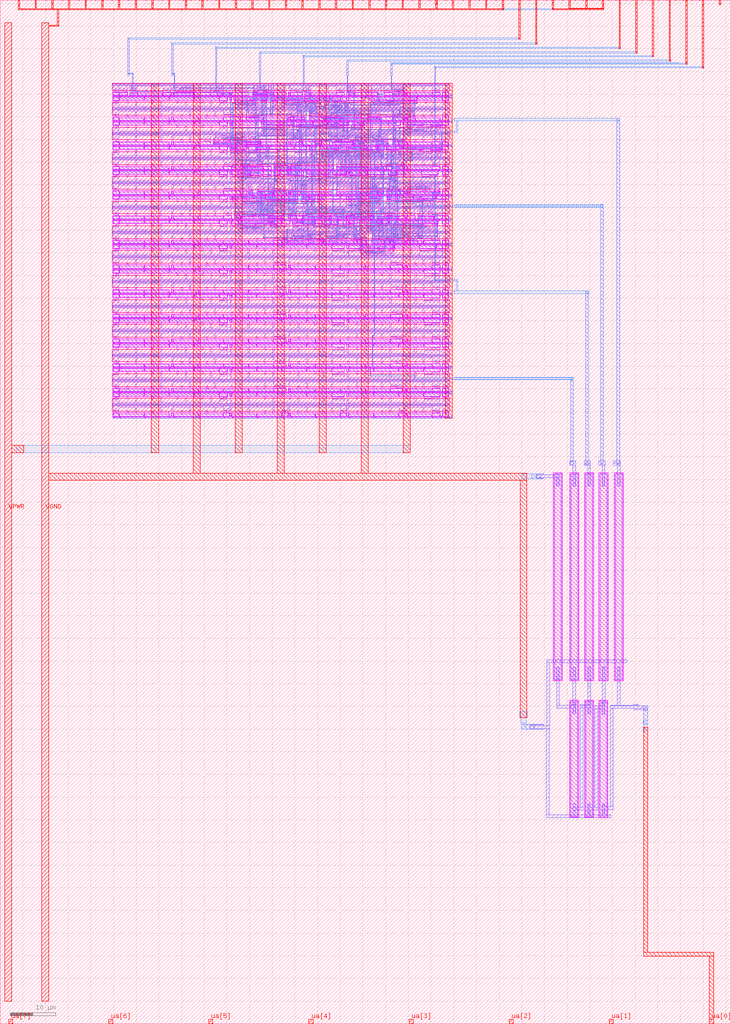
<source format=lef>
VERSION 5.7 ;
  NOWIREEXTENSIONATPIN ON ;
  DIVIDERCHAR "/" ;
  BUSBITCHARS "[]" ;
MACRO tt_um_VishalBingi_r2r_4b
  CLASS BLOCK ;
  FOREIGN tt_um_VishalBingi_r2r_4b ;
  ORIGIN 0.000 0.000 ;
  SIZE 161.000 BY 225.760 ;
  PIN clk
    DIRECTION INPUT ;
    USE SIGNAL ;
    ANTENNAGATEAREA 0.852000 ;
    PORT
      LAYER met4 ;
        RECT 154.870 224.760 155.170 225.760 ;
    END
  END clk
  PIN ena
    DIRECTION INPUT ;
    USE SIGNAL ;
    PORT
      LAYER met4 ;
        RECT 158.550 224.760 158.850 225.760 ;
    END
  END ena
  PIN rst_n
    DIRECTION INPUT ;
    USE SIGNAL ;
    ANTENNAGATEAREA 0.196500 ;
    PORT
      LAYER met4 ;
        RECT 151.190 224.760 151.490 225.760 ;
    END
  END rst_n
  PIN ua[0]
    DIRECTION INOUT ;
    USE SIGNAL ;
    PORT
      LAYER met4 ;
        RECT 156.410 0.000 157.310 1.000 ;
    END
  END ua[0]
  PIN ua[1]
    DIRECTION INOUT ;
    USE SIGNAL ;
    PORT
      LAYER met4 ;
        RECT 134.330 0.000 135.230 1.000 ;
    END
  END ua[1]
  PIN ua[2]
    DIRECTION INOUT ;
    USE SIGNAL ;
    PORT
      LAYER met4 ;
        RECT 112.250 0.000 113.150 1.000 ;
    END
  END ua[2]
  PIN ua[3]
    DIRECTION INOUT ;
    USE SIGNAL ;
    PORT
      LAYER met4 ;
        RECT 90.170 0.000 91.070 1.000 ;
    END
  END ua[3]
  PIN ua[4]
    DIRECTION INOUT ;
    USE SIGNAL ;
    PORT
      LAYER met4 ;
        RECT 68.090 0.000 68.990 1.000 ;
    END
  END ua[4]
  PIN ua[5]
    DIRECTION INOUT ;
    USE SIGNAL ;
    PORT
      LAYER met4 ;
        RECT 46.010 0.000 46.910 1.000 ;
    END
  END ua[5]
  PIN ua[6]
    DIRECTION INOUT ;
    USE SIGNAL ;
    PORT
      LAYER met4 ;
        RECT 23.930 0.000 24.830 1.000 ;
    END
  END ua[6]
  PIN ua[7]
    DIRECTION INOUT ;
    USE SIGNAL ;
    PORT
      LAYER met4 ;
        RECT 1.850 0.000 2.750 1.000 ;
    END
  END ua[7]
  PIN ui_in[0]
    DIRECTION INPUT ;
    USE SIGNAL ;
    ANTENNAGATEAREA 0.196500 ;
    PORT
      LAYER met4 ;
        RECT 147.510 224.760 147.810 225.760 ;
    END
  END ui_in[0]
  PIN ui_in[1]
    DIRECTION INPUT ;
    USE SIGNAL ;
    ANTENNAGATEAREA 0.196500 ;
    PORT
      LAYER met4 ;
        RECT 143.830 224.760 144.130 225.760 ;
    END
  END ui_in[1]
  PIN ui_in[2]
    DIRECTION INPUT ;
    USE SIGNAL ;
    ANTENNAGATEAREA 0.196500 ;
    PORT
      LAYER met4 ;
        RECT 140.150 224.760 140.450 225.760 ;
    END
  END ui_in[2]
  PIN ui_in[3]
    DIRECTION INPUT ;
    USE SIGNAL ;
    ANTENNAGATEAREA 0.196500 ;
    PORT
      LAYER met4 ;
        RECT 136.470 224.760 136.770 225.760 ;
    END
  END ui_in[3]
  PIN ui_in[4]
    DIRECTION INPUT ;
    USE SIGNAL ;
    ANTENNAGATEAREA 1049.315674 ;
    ANTENNADIFFAREA 274.402954 ;
    PORT
      LAYER met4 ;
        RECT 132.790 224.760 133.090 225.760 ;
    END
  END ui_in[4]
  PIN ui_in[5]
    DIRECTION INPUT ;
    USE SIGNAL ;
    ANTENNAGATEAREA 1049.315674 ;
    ANTENNADIFFAREA 274.402954 ;
    PORT
      LAYER met4 ;
        RECT 129.110 224.760 129.410 225.760 ;
    END
  END ui_in[5]
  PIN ui_in[6]
    DIRECTION INPUT ;
    USE SIGNAL ;
    ANTENNAGATEAREA 1049.315674 ;
    ANTENNADIFFAREA 274.402954 ;
    PORT
      LAYER met4 ;
        RECT 125.430 224.760 125.730 225.760 ;
    END
  END ui_in[6]
  PIN ui_in[7]
    DIRECTION INPUT ;
    USE SIGNAL ;
    ANTENNAGATEAREA 1049.315674 ;
    ANTENNADIFFAREA 274.402954 ;
    PORT
      LAYER met4 ;
        RECT 121.750 224.760 122.050 225.760 ;
    END
  END ui_in[7]
  PIN uio_in[0]
    DIRECTION INPUT ;
    USE SIGNAL ;
    ANTENNAGATEAREA 0.126000 ;
    PORT
      LAYER met4 ;
        RECT 118.070 224.760 118.370 225.760 ;
    END
  END uio_in[0]
  PIN uio_in[1]
    DIRECTION INPUT ;
    USE SIGNAL ;
    ANTENNAGATEAREA 0.213000 ;
    PORT
      LAYER met4 ;
        RECT 114.390 224.760 114.690 225.760 ;
    END
  END uio_in[1]
  PIN uio_in[2]
    DIRECTION INPUT ;
    USE SIGNAL ;
    ANTENNAGATEAREA 1049.315674 ;
    ANTENNADIFFAREA 274.402954 ;
    PORT
      LAYER met4 ;
        RECT 110.710 224.760 111.010 225.760 ;
    END
  END uio_in[2]
  PIN uio_in[3]
    DIRECTION INPUT ;
    USE SIGNAL ;
    ANTENNAGATEAREA 1049.315674 ;
    ANTENNADIFFAREA 274.402954 ;
    PORT
      LAYER met4 ;
        RECT 107.030 224.760 107.330 225.760 ;
    END
  END uio_in[3]
  PIN uio_in[4]
    DIRECTION INPUT ;
    USE SIGNAL ;
    ANTENNAGATEAREA 1049.315674 ;
    ANTENNADIFFAREA 274.402954 ;
    PORT
      LAYER met4 ;
        RECT 103.350 224.760 103.650 225.760 ;
    END
  END uio_in[4]
  PIN uio_in[5]
    DIRECTION INPUT ;
    USE SIGNAL ;
    ANTENNAGATEAREA 1049.315674 ;
    ANTENNADIFFAREA 274.402954 ;
    PORT
      LAYER met4 ;
        RECT 99.670 224.760 99.970 225.760 ;
    END
  END uio_in[5]
  PIN uio_in[6]
    DIRECTION INPUT ;
    USE SIGNAL ;
    ANTENNAGATEAREA 1049.315674 ;
    ANTENNADIFFAREA 274.402954 ;
    PORT
      LAYER met4 ;
        RECT 95.990 224.760 96.290 225.760 ;
    END
  END uio_in[6]
  PIN uio_in[7]
    DIRECTION INPUT ;
    USE SIGNAL ;
    ANTENNAGATEAREA 1049.315674 ;
    ANTENNADIFFAREA 274.402954 ;
    PORT
      LAYER met4 ;
        RECT 92.310 224.760 92.610 225.760 ;
    END
  END uio_in[7]
  PIN uio_oe[0]
    DIRECTION OUTPUT ;
    USE SIGNAL ;
    ANTENNAGATEAREA 1049.315674 ;
    ANTENNADIFFAREA 274.402954 ;
    PORT
      LAYER met4 ;
        RECT 29.750 224.760 30.050 225.760 ;
    END
  END uio_oe[0]
  PIN uio_oe[1]
    DIRECTION OUTPUT ;
    USE SIGNAL ;
    ANTENNAGATEAREA 1049.315674 ;
    ANTENNADIFFAREA 274.402954 ;
    PORT
      LAYER met4 ;
        RECT 26.070 224.760 26.370 225.760 ;
    END
  END uio_oe[1]
  PIN uio_oe[2]
    DIRECTION OUTPUT ;
    USE SIGNAL ;
    ANTENNAGATEAREA 1049.315674 ;
    ANTENNADIFFAREA 274.402954 ;
    PORT
      LAYER met4 ;
        RECT 22.390 224.760 22.690 225.760 ;
    END
  END uio_oe[2]
  PIN uio_oe[3]
    DIRECTION OUTPUT ;
    USE SIGNAL ;
    ANTENNAGATEAREA 1049.315674 ;
    ANTENNADIFFAREA 274.402954 ;
    PORT
      LAYER met4 ;
        RECT 18.710 224.760 19.010 225.760 ;
    END
  END uio_oe[3]
  PIN uio_oe[4]
    DIRECTION OUTPUT ;
    USE SIGNAL ;
    ANTENNAGATEAREA 1049.315674 ;
    ANTENNADIFFAREA 274.402954 ;
    PORT
      LAYER met4 ;
        RECT 15.030 224.760 15.330 225.760 ;
    END
  END uio_oe[4]
  PIN uio_oe[5]
    DIRECTION OUTPUT ;
    USE SIGNAL ;
    ANTENNAGATEAREA 1049.315674 ;
    ANTENNADIFFAREA 274.402954 ;
    PORT
      LAYER met4 ;
        RECT 11.350 224.760 11.650 225.760 ;
    END
  END uio_oe[5]
  PIN uio_oe[6]
    DIRECTION OUTPUT ;
    USE SIGNAL ;
    ANTENNAGATEAREA 1049.315674 ;
    ANTENNADIFFAREA 274.402954 ;
    PORT
      LAYER met4 ;
        RECT 7.670 224.760 7.970 225.760 ;
    END
  END uio_oe[6]
  PIN uio_oe[7]
    DIRECTION OUTPUT ;
    USE SIGNAL ;
    ANTENNAGATEAREA 1049.315674 ;
    ANTENNADIFFAREA 274.402954 ;
    PORT
      LAYER met4 ;
        RECT 3.990 224.760 4.290 225.760 ;
    END
  END uio_oe[7]
  PIN uio_out[0]
    DIRECTION OUTPUT ;
    USE SIGNAL ;
    ANTENNAGATEAREA 1049.315674 ;
    ANTENNADIFFAREA 274.402954 ;
    PORT
      LAYER met4 ;
        RECT 59.190 224.760 59.490 225.760 ;
    END
  END uio_out[0]
  PIN uio_out[1]
    DIRECTION OUTPUT ;
    USE SIGNAL ;
    ANTENNAGATEAREA 1049.315674 ;
    ANTENNADIFFAREA 274.402954 ;
    PORT
      LAYER met4 ;
        RECT 55.510 224.760 55.810 225.760 ;
    END
  END uio_out[1]
  PIN uio_out[2]
    DIRECTION OUTPUT ;
    USE SIGNAL ;
    ANTENNAGATEAREA 1049.315674 ;
    ANTENNADIFFAREA 274.402954 ;
    PORT
      LAYER met4 ;
        RECT 51.830 224.760 52.130 225.760 ;
    END
  END uio_out[2]
  PIN uio_out[3]
    DIRECTION OUTPUT ;
    USE SIGNAL ;
    ANTENNAGATEAREA 1049.315674 ;
    ANTENNADIFFAREA 274.402954 ;
    PORT
      LAYER met4 ;
        RECT 48.150 224.760 48.450 225.760 ;
    END
  END uio_out[3]
  PIN uio_out[4]
    DIRECTION OUTPUT ;
    USE SIGNAL ;
    ANTENNAGATEAREA 1049.315674 ;
    ANTENNADIFFAREA 274.402954 ;
    PORT
      LAYER met4 ;
        RECT 44.470 224.760 44.770 225.760 ;
    END
  END uio_out[4]
  PIN uio_out[5]
    DIRECTION OUTPUT ;
    USE SIGNAL ;
    ANTENNAGATEAREA 1049.315674 ;
    ANTENNADIFFAREA 274.402954 ;
    PORT
      LAYER met4 ;
        RECT 40.790 224.760 41.090 225.760 ;
    END
  END uio_out[5]
  PIN uio_out[6]
    DIRECTION OUTPUT ;
    USE SIGNAL ;
    ANTENNAGATEAREA 1049.315674 ;
    ANTENNADIFFAREA 274.402954 ;
    PORT
      LAYER met4 ;
        RECT 37.110 224.760 37.410 225.760 ;
    END
  END uio_out[6]
  PIN uio_out[7]
    DIRECTION OUTPUT ;
    USE SIGNAL ;
    ANTENNAGATEAREA 1049.315674 ;
    ANTENNADIFFAREA 274.402954 ;
    PORT
      LAYER met4 ;
        RECT 33.430 224.760 33.730 225.760 ;
    END
  END uio_out[7]
  PIN uo_out[0]
    DIRECTION OUTPUT ;
    USE SIGNAL ;
    ANTENNAGATEAREA 1049.315674 ;
    ANTENNADIFFAREA 274.402954 ;
    PORT
      LAYER met4 ;
        RECT 88.630 224.760 88.930 225.760 ;
    END
  END uo_out[0]
  PIN uo_out[1]
    DIRECTION OUTPUT ;
    USE SIGNAL ;
    ANTENNAGATEAREA 1049.315674 ;
    ANTENNADIFFAREA 274.402954 ;
    PORT
      LAYER met4 ;
        RECT 84.950 224.760 85.250 225.760 ;
    END
  END uo_out[1]
  PIN uo_out[2]
    DIRECTION OUTPUT ;
    USE SIGNAL ;
    ANTENNAGATEAREA 1049.315674 ;
    ANTENNADIFFAREA 274.402954 ;
    PORT
      LAYER met4 ;
        RECT 81.270 224.760 81.570 225.760 ;
    END
  END uo_out[2]
  PIN uo_out[3]
    DIRECTION OUTPUT ;
    USE SIGNAL ;
    ANTENNAGATEAREA 1049.315674 ;
    ANTENNADIFFAREA 274.402954 ;
    PORT
      LAYER met4 ;
        RECT 77.590 224.760 77.890 225.760 ;
    END
  END uo_out[3]
  PIN uo_out[4]
    DIRECTION OUTPUT ;
    USE SIGNAL ;
    ANTENNAGATEAREA 1049.315674 ;
    ANTENNADIFFAREA 274.402954 ;
    PORT
      LAYER met4 ;
        RECT 73.910 224.760 74.210 225.760 ;
    END
  END uo_out[4]
  PIN uo_out[5]
    DIRECTION OUTPUT ;
    USE SIGNAL ;
    ANTENNAGATEAREA 1049.315674 ;
    ANTENNADIFFAREA 274.402954 ;
    PORT
      LAYER met4 ;
        RECT 70.230 224.760 70.530 225.760 ;
    END
  END uo_out[5]
  PIN uo_out[6]
    DIRECTION OUTPUT ;
    USE SIGNAL ;
    ANTENNAGATEAREA 1049.315674 ;
    ANTENNADIFFAREA 274.402954 ;
    PORT
      LAYER met4 ;
        RECT 66.550 224.760 66.850 225.760 ;
    END
  END uo_out[6]
  PIN uo_out[7]
    DIRECTION OUTPUT ;
    USE SIGNAL ;
    ANTENNAGATEAREA 1049.315674 ;
    ANTENNADIFFAREA 274.402954 ;
    PORT
      LAYER met4 ;
        RECT 62.870 224.760 63.170 225.760 ;
    END
  END uo_out[7]
  PIN VPWR
    DIRECTION INOUT ;
    USE POWER ;
    PORT
      LAYER met4 ;
        RECT 1.000 5.000 2.500 220.760 ;
    END
  END VPWR
  PIN VGND
    DIRECTION INOUT ;
    USE GROUND ;
    PORT
      LAYER met4 ;
        RECT 9.200 5.000 10.700 220.760 ;
    END
  END VGND
  OBS
      LAYER nwell ;
        RECT 24.660 205.815 99.100 207.420 ;
      LAYER pwell ;
        RECT 24.855 204.615 26.225 205.425 ;
        RECT 26.235 204.615 28.065 205.425 ;
        RECT 28.535 204.615 30.365 205.295 ;
        RECT 30.375 204.615 35.885 205.425 ;
        RECT 35.895 204.615 37.725 205.425 ;
        RECT 37.745 204.700 38.175 205.485 ;
        RECT 38.855 205.295 42.785 205.525 ;
        RECT 38.370 204.615 42.785 205.295 ;
        RECT 42.795 204.615 46.465 205.425 ;
        RECT 46.475 204.615 47.845 205.425 ;
        RECT 47.855 204.615 49.225 205.395 ;
        RECT 49.235 204.615 50.605 205.425 ;
        RECT 50.625 204.700 51.055 205.485 ;
        RECT 51.075 204.615 54.745 205.425 ;
        RECT 55.675 205.325 56.620 205.525 ;
        RECT 57.955 205.325 58.885 205.525 ;
        RECT 55.675 204.845 58.885 205.325 ;
        RECT 55.675 204.645 58.745 204.845 ;
        RECT 55.675 204.615 56.620 204.645 ;
        RECT 24.995 204.405 25.165 204.615 ;
        RECT 26.375 204.405 26.545 204.615 ;
        RECT 28.210 204.455 28.330 204.565 ;
        RECT 28.675 204.425 28.845 204.615 ;
        RECT 30.515 204.425 30.685 204.615 ;
        RECT 31.895 204.405 32.065 204.595 ;
        RECT 36.035 204.425 36.205 204.615 ;
        RECT 38.370 204.595 38.480 204.615 ;
        RECT 37.415 204.405 37.585 204.595 ;
        RECT 38.310 204.425 38.480 204.595 ;
        RECT 42.935 204.405 43.105 204.615 ;
        RECT 46.615 204.425 46.785 204.615 ;
        RECT 48.005 204.425 48.175 204.615 ;
        RECT 48.455 204.405 48.625 204.595 ;
        RECT 49.375 204.425 49.545 204.615 ;
        RECT 51.215 204.565 51.385 204.615 ;
        RECT 50.290 204.455 50.410 204.565 ;
        RECT 51.210 204.455 51.385 204.565 ;
        RECT 51.215 204.425 51.385 204.455 ;
        RECT 51.675 204.405 51.845 204.595 ;
        RECT 54.905 204.460 55.065 204.570 ;
        RECT 58.575 204.425 58.745 204.645 ;
        RECT 58.895 204.615 60.265 205.395 ;
        RECT 60.275 204.615 63.025 205.425 ;
        RECT 63.505 204.700 63.935 205.485 ;
        RECT 63.955 204.615 66.705 205.425 ;
        RECT 67.175 204.615 68.545 205.395 ;
        RECT 68.555 204.615 74.065 205.425 ;
        RECT 74.075 204.615 75.905 205.425 ;
        RECT 76.385 204.700 76.815 205.485 ;
        RECT 76.835 204.615 78.205 205.395 ;
        RECT 78.215 204.615 81.885 205.425 ;
        RECT 81.895 204.615 83.265 205.425 ;
        RECT 84.655 204.615 86.485 205.425 ;
        RECT 86.505 204.615 87.855 205.525 ;
        RECT 87.875 204.615 89.245 205.395 ;
        RECT 89.265 204.700 89.695 205.485 ;
        RECT 89.715 204.615 95.225 205.425 ;
        RECT 95.235 204.615 97.065 205.425 ;
        RECT 97.535 204.615 98.905 205.425 ;
        RECT 59.045 204.425 59.215 204.615 ;
        RECT 60.415 204.425 60.585 204.615 ;
        RECT 63.170 204.455 63.290 204.565 ;
        RECT 64.095 204.425 64.265 204.615 ;
        RECT 66.855 204.565 67.025 204.595 ;
        RECT 66.850 204.455 67.025 204.565 ;
        RECT 66.855 204.405 67.025 204.455 ;
        RECT 67.315 204.425 67.485 204.615 ;
        RECT 68.695 204.425 68.865 204.615 ;
        RECT 70.535 204.425 70.705 204.595 ;
        RECT 70.990 204.455 71.110 204.565 ;
        RECT 71.460 204.405 71.630 204.595 ;
        RECT 72.830 204.455 72.950 204.565 ;
        RECT 73.295 204.405 73.465 204.595 ;
        RECT 74.215 204.425 74.385 204.615 ;
        RECT 76.985 204.595 77.155 204.615 ;
        RECT 75.130 204.405 75.300 204.595 ;
        RECT 76.050 204.455 76.170 204.565 ;
        RECT 76.975 204.425 77.155 204.595 ;
        RECT 78.355 204.425 78.525 204.615 ;
        RECT 80.665 204.450 80.825 204.560 ;
        RECT 76.975 204.405 77.145 204.425 ;
        RECT 81.575 204.405 81.745 204.595 ;
        RECT 82.035 204.425 82.205 204.615 ;
        RECT 83.415 204.425 83.585 204.595 ;
        RECT 84.795 204.425 84.965 204.615 ;
        RECT 87.555 204.425 87.725 204.615 ;
        RECT 88.935 204.425 89.105 204.615 ;
        RECT 89.855 204.425 90.025 204.615 ;
        RECT 92.155 204.405 92.325 204.595 ;
        RECT 95.375 204.425 95.545 204.615 ;
        RECT 97.210 204.455 97.330 204.565 ;
        RECT 98.595 204.405 98.765 204.615 ;
        RECT 24.855 203.595 26.225 204.405 ;
        RECT 26.235 203.595 31.745 204.405 ;
        RECT 31.755 203.595 37.265 204.405 ;
        RECT 37.275 203.595 42.785 204.405 ;
        RECT 42.795 203.595 48.305 204.405 ;
        RECT 48.315 203.595 50.145 204.405 ;
        RECT 50.625 203.535 51.055 204.320 ;
        RECT 51.535 203.725 58.845 204.405 ;
        RECT 55.050 203.505 55.960 203.725 ;
        RECT 57.495 203.495 58.845 203.725 ;
        RECT 59.855 203.725 67.165 204.405 ;
        RECT 67.175 203.725 70.505 204.405 ;
        RECT 59.855 203.495 61.205 203.725 ;
        RECT 62.740 203.505 63.650 203.725 ;
        RECT 67.175 203.495 70.000 203.725 ;
        RECT 71.315 203.495 72.665 204.405 ;
        RECT 73.170 203.495 74.985 204.405 ;
        RECT 75.015 203.495 76.365 204.405 ;
        RECT 76.385 203.535 76.815 204.320 ;
        RECT 76.835 203.595 80.505 204.405 ;
        RECT 81.435 203.725 91.805 204.405 ;
        RECT 85.945 203.505 86.875 203.725 ;
        RECT 89.595 203.495 91.805 203.725 ;
        RECT 92.015 203.595 97.525 204.405 ;
        RECT 97.535 203.595 98.905 204.405 ;
      LAYER nwell ;
        RECT 24.660 200.375 99.100 203.205 ;
      LAYER pwell ;
        RECT 24.855 199.175 26.225 199.985 ;
        RECT 26.235 199.175 31.745 199.985 ;
        RECT 31.755 199.175 37.265 199.985 ;
        RECT 37.745 199.260 38.175 200.045 ;
        RECT 38.195 199.175 43.705 199.985 ;
        RECT 43.715 199.175 49.225 199.985 ;
        RECT 49.235 199.175 52.905 199.985 ;
        RECT 52.915 199.175 54.285 199.985 ;
        RECT 54.295 199.855 57.120 200.085 ;
        RECT 54.295 199.175 57.625 199.855 ;
        RECT 57.975 199.175 63.485 199.985 ;
        RECT 63.505 199.260 63.935 200.045 ;
        RECT 63.955 199.885 64.885 200.085 ;
        RECT 66.220 199.885 67.165 200.085 ;
        RECT 63.955 199.405 67.165 199.885 ;
        RECT 64.095 199.205 67.165 199.405 ;
        RECT 24.995 198.965 25.165 199.175 ;
        RECT 26.375 198.965 26.545 199.175 ;
        RECT 31.895 198.965 32.065 199.175 ;
        RECT 37.415 199.125 37.585 199.155 ;
        RECT 37.410 199.015 37.585 199.125 ;
        RECT 37.415 198.965 37.585 199.015 ;
        RECT 38.335 198.985 38.505 199.175 ;
        RECT 42.935 198.965 43.105 199.155 ;
        RECT 43.855 198.985 44.025 199.175 ;
        RECT 48.455 198.965 48.625 199.155 ;
        RECT 49.375 198.985 49.545 199.175 ;
        RECT 50.290 199.015 50.410 199.125 ;
        RECT 51.215 198.965 51.385 199.155 ;
        RECT 53.055 198.985 53.225 199.175 ;
        RECT 56.745 199.010 56.905 199.120 ;
        RECT 57.655 198.965 57.825 199.155 ;
        RECT 58.115 198.985 58.285 199.175 ;
        RECT 64.095 198.985 64.265 199.205 ;
        RECT 66.220 199.175 67.165 199.205 ;
        RECT 68.095 199.175 71.305 200.085 ;
        RECT 72.160 199.855 74.985 200.085 ;
        RECT 78.540 199.855 79.450 200.075 ;
        RECT 80.990 199.855 83.695 200.085 ;
        RECT 71.655 199.175 74.985 199.855 ;
        RECT 74.995 199.175 83.695 199.855 ;
        RECT 83.735 199.175 86.485 199.985 ;
        RECT 86.495 199.175 89.245 200.085 ;
        RECT 89.265 199.260 89.695 200.045 ;
        RECT 89.715 199.175 91.530 200.085 ;
        RECT 91.555 199.175 97.065 199.985 ;
        RECT 97.535 199.175 98.905 199.985 ;
        RECT 65.010 199.015 65.130 199.125 ;
        RECT 67.325 199.020 67.485 199.130 ;
        RECT 68.695 198.965 68.865 199.155 ;
        RECT 69.155 198.965 69.325 199.155 ;
        RECT 70.995 198.985 71.165 199.175 ;
        RECT 71.455 198.985 71.625 199.155 ;
        RECT 72.375 198.985 72.545 199.155 ;
        RECT 72.380 198.965 72.545 198.985 ;
        RECT 74.675 198.965 74.845 199.155 ;
        RECT 75.135 198.985 75.305 199.175 ;
        RECT 76.970 199.015 77.090 199.125 ;
        RECT 77.435 198.985 77.605 199.155 ;
        RECT 77.585 198.965 77.605 198.985 ;
        RECT 80.195 198.965 80.365 199.155 ;
        RECT 83.875 198.985 84.045 199.175 ;
        RECT 85.715 198.965 85.885 199.155 ;
        RECT 88.470 199.015 88.590 199.125 ;
        RECT 88.935 198.965 89.105 199.175 ;
        RECT 91.235 198.985 91.405 199.175 ;
        RECT 91.695 198.985 91.865 199.175 ;
        RECT 97.210 199.015 97.330 199.125 ;
        RECT 98.595 198.965 98.765 199.175 ;
        RECT 24.855 198.155 26.225 198.965 ;
        RECT 26.235 198.155 31.745 198.965 ;
        RECT 31.755 198.155 37.265 198.965 ;
        RECT 37.275 198.155 42.785 198.965 ;
        RECT 42.795 198.155 48.305 198.965 ;
        RECT 48.315 198.155 50.145 198.965 ;
        RECT 50.625 198.095 51.055 198.880 ;
        RECT 51.075 198.155 56.585 198.965 ;
        RECT 57.515 198.285 64.825 198.965 ;
        RECT 61.030 198.065 61.940 198.285 ;
        RECT 63.475 198.055 64.825 198.285 ;
        RECT 65.430 198.285 68.895 198.965 ;
        RECT 65.430 198.055 66.350 198.285 ;
        RECT 69.015 198.055 72.225 198.965 ;
        RECT 72.380 198.285 74.215 198.965 ;
        RECT 74.535 198.285 76.365 198.965 ;
        RECT 73.285 198.055 74.215 198.285 ;
        RECT 75.020 198.055 76.365 198.285 ;
        RECT 76.385 198.095 76.815 198.880 ;
        RECT 77.585 198.285 80.035 198.965 ;
        RECT 78.075 198.055 80.035 198.285 ;
        RECT 80.055 198.155 85.565 198.965 ;
        RECT 85.575 198.155 88.325 198.965 ;
        RECT 88.795 198.285 97.495 198.965 ;
        RECT 92.340 198.065 93.250 198.285 ;
        RECT 94.790 198.055 97.495 198.285 ;
        RECT 97.535 198.155 98.905 198.965 ;
      LAYER nwell ;
        RECT 24.660 194.935 99.100 197.765 ;
      LAYER pwell ;
        RECT 24.855 193.735 26.225 194.545 ;
        RECT 26.235 193.735 31.745 194.545 ;
        RECT 31.755 193.735 37.265 194.545 ;
        RECT 37.745 193.820 38.175 194.605 ;
        RECT 38.195 193.735 43.705 194.545 ;
        RECT 43.715 193.735 46.465 194.545 ;
        RECT 46.975 194.415 48.325 194.645 ;
        RECT 49.860 194.415 50.770 194.635 ;
        RECT 54.295 194.445 55.240 194.645 ;
        RECT 56.575 194.445 57.505 194.645 ;
        RECT 46.975 193.735 54.285 194.415 ;
        RECT 54.295 193.965 57.505 194.445 ;
        RECT 54.295 193.765 57.365 193.965 ;
        RECT 54.295 193.735 55.240 193.765 ;
        RECT 24.995 193.525 25.165 193.735 ;
        RECT 26.375 193.525 26.545 193.735 ;
        RECT 31.895 193.525 32.065 193.735 ;
        RECT 37.415 193.685 37.585 193.715 ;
        RECT 37.410 193.575 37.585 193.685 ;
        RECT 37.415 193.525 37.585 193.575 ;
        RECT 38.335 193.545 38.505 193.735 ;
        RECT 42.935 193.525 43.105 193.715 ;
        RECT 43.855 193.545 44.025 193.735 ;
        RECT 46.610 193.575 46.730 193.685 ;
        RECT 48.455 193.525 48.625 193.715 ;
        RECT 50.290 193.575 50.410 193.685 ;
        RECT 53.975 193.545 54.145 193.735 ;
        RECT 54.435 193.545 54.605 193.715 ;
        RECT 54.895 193.525 55.065 193.715 ;
        RECT 57.195 193.545 57.365 193.765 ;
        RECT 57.515 193.735 63.025 194.545 ;
        RECT 63.505 193.820 63.935 194.605 ;
        RECT 65.775 194.415 66.705 194.645 ;
        RECT 63.955 193.735 66.705 194.415 ;
        RECT 66.715 193.735 69.465 194.545 ;
        RECT 69.485 193.735 70.835 194.645 ;
        RECT 70.855 193.735 72.685 194.545 ;
        RECT 73.815 194.415 77.745 194.645 ;
        RECT 73.330 193.735 77.745 194.415 ;
        RECT 77.835 193.735 80.835 194.645 ;
        RECT 81.895 193.735 85.565 194.645 ;
        RECT 86.515 193.735 87.865 194.645 ;
        RECT 87.875 193.735 89.245 194.545 ;
        RECT 89.265 193.820 89.695 194.605 ;
        RECT 89.715 193.735 95.225 194.545 ;
        RECT 95.235 193.735 97.065 194.545 ;
        RECT 97.535 193.735 98.905 194.545 ;
        RECT 57.655 193.545 57.825 193.735 ;
        RECT 24.855 192.715 26.225 193.525 ;
        RECT 26.235 192.715 31.745 193.525 ;
        RECT 31.755 192.715 37.265 193.525 ;
        RECT 37.275 192.715 42.785 193.525 ;
        RECT 42.795 192.715 48.305 193.525 ;
        RECT 48.315 192.715 50.145 193.525 ;
        RECT 50.625 192.655 51.055 193.440 ;
        RECT 51.075 192.845 54.405 193.525 ;
        RECT 51.075 192.615 53.900 192.845 ;
        RECT 54.755 192.715 56.585 193.525 ;
        RECT 56.595 193.495 57.540 193.525 ;
        RECT 59.030 193.495 59.200 193.715 ;
        RECT 59.495 193.525 59.665 193.715 ;
        RECT 63.170 193.575 63.290 193.685 ;
        RECT 64.095 193.545 64.265 193.735 ;
        RECT 65.015 193.525 65.185 193.715 ;
        RECT 66.855 193.545 67.025 193.735 ;
        RECT 67.770 193.575 67.890 193.685 ;
        RECT 68.235 193.525 68.405 193.715 ;
        RECT 69.625 193.570 69.785 193.680 ;
        RECT 70.535 193.545 70.705 193.735 ;
        RECT 70.995 193.545 71.165 193.735 ;
        RECT 73.330 193.715 73.440 193.735 ;
        RECT 72.830 193.575 72.950 193.685 ;
        RECT 73.270 193.545 73.440 193.715 ;
        RECT 73.940 193.525 74.110 193.715 ;
        RECT 74.675 193.525 74.845 193.715 ;
        RECT 77.895 193.545 78.065 193.735 ;
        RECT 80.380 193.525 80.550 193.715 ;
        RECT 81.125 193.580 81.285 193.690 ;
        RECT 82.955 193.545 83.125 193.715 ;
        RECT 82.955 193.525 83.105 193.545 ;
        RECT 83.410 193.525 83.580 193.715 ;
        RECT 84.790 193.575 84.910 193.685 ;
        RECT 85.250 193.545 85.420 193.735 ;
        RECT 85.725 193.580 85.885 193.690 ;
        RECT 87.550 193.545 87.720 193.735 ;
        RECT 88.015 193.545 88.185 193.735 ;
        RECT 88.475 193.545 88.645 193.715 ;
        RECT 88.935 193.525 89.105 193.715 ;
        RECT 89.855 193.545 90.025 193.735 ;
        RECT 95.375 193.545 95.545 193.735 ;
        RECT 97.210 193.575 97.330 193.685 ;
        RECT 98.595 193.525 98.765 193.735 ;
        RECT 56.595 192.815 59.345 193.495 ;
        RECT 56.595 192.615 57.540 192.815 ;
        RECT 59.355 192.715 64.865 193.525 ;
        RECT 64.875 192.715 67.625 193.525 ;
        RECT 68.095 192.745 69.465 193.525 ;
        RECT 70.625 192.845 74.525 193.525 ;
        RECT 73.595 192.615 74.525 192.845 ;
        RECT 74.535 192.715 76.365 193.525 ;
        RECT 76.385 192.655 76.815 193.440 ;
        RECT 77.065 192.845 80.965 193.525 ;
        RECT 80.035 192.615 80.965 192.845 ;
        RECT 81.175 192.705 83.105 193.525 ;
        RECT 81.175 192.615 82.125 192.705 ;
        RECT 83.295 192.615 84.645 193.525 ;
        RECT 85.115 192.845 88.445 193.525 ;
        RECT 88.795 192.845 97.495 193.525 ;
        RECT 85.115 192.615 87.940 192.845 ;
        RECT 92.340 192.625 93.250 192.845 ;
        RECT 94.790 192.615 97.495 192.845 ;
        RECT 97.535 192.715 98.905 193.525 ;
      LAYER nwell ;
        RECT 24.660 189.495 99.100 192.325 ;
      LAYER pwell ;
        RECT 24.855 188.295 26.225 189.105 ;
        RECT 26.235 188.295 31.745 189.105 ;
        RECT 31.755 188.295 37.265 189.105 ;
        RECT 37.745 188.380 38.175 189.165 ;
        RECT 38.195 188.295 43.705 189.105 ;
        RECT 43.715 188.295 49.225 189.105 ;
        RECT 49.235 188.295 51.065 189.105 ;
        RECT 52.880 189.005 53.825 189.205 ;
        RECT 51.075 188.325 53.825 189.005 ;
        RECT 54.320 188.975 57.930 189.205 ;
        RECT 24.995 188.085 25.165 188.295 ;
        RECT 26.375 188.085 26.545 188.295 ;
        RECT 31.895 188.085 32.065 188.295 ;
        RECT 37.415 188.245 37.585 188.275 ;
        RECT 37.410 188.135 37.585 188.245 ;
        RECT 37.415 188.085 37.585 188.135 ;
        RECT 38.335 188.105 38.505 188.295 ;
        RECT 42.935 188.085 43.105 188.275 ;
        RECT 43.855 188.105 44.025 188.295 ;
        RECT 48.455 188.085 48.625 188.275 ;
        RECT 49.375 188.105 49.545 188.295 ;
        RECT 51.220 188.275 51.390 188.325 ;
        RECT 52.880 188.295 53.825 188.325 ;
        RECT 53.835 188.295 57.930 188.975 ;
        RECT 57.975 188.295 59.805 189.105 ;
        RECT 60.275 188.295 63.485 189.205 ;
        RECT 63.505 188.380 63.935 189.165 ;
        RECT 64.015 188.295 73.545 189.205 ;
        RECT 74.160 188.295 83.265 188.975 ;
        RECT 83.275 188.295 85.105 189.105 ;
        RECT 85.135 188.295 86.485 189.205 ;
        RECT 87.415 188.295 89.230 189.205 ;
        RECT 89.265 188.380 89.695 189.165 ;
        RECT 89.715 188.295 95.225 189.105 ;
        RECT 95.235 188.295 97.065 189.105 ;
        RECT 97.535 188.295 98.905 189.105 ;
        RECT 50.290 188.135 50.410 188.245 ;
        RECT 51.215 188.105 51.390 188.275 ;
        RECT 51.215 188.085 51.385 188.105 ;
        RECT 52.595 188.085 52.765 188.275 ;
        RECT 53.980 188.105 54.150 188.295 ;
        RECT 57.655 188.085 57.825 188.275 ;
        RECT 58.115 188.085 58.285 188.295 ;
        RECT 59.950 188.135 60.070 188.245 ;
        RECT 61.335 188.085 61.505 188.275 ;
        RECT 61.795 188.085 61.965 188.275 ;
        RECT 63.175 188.105 63.345 188.295 ;
        RECT 63.640 188.085 63.810 188.275 ;
        RECT 64.075 188.105 64.245 188.295 ;
        RECT 67.310 188.135 67.430 188.245 ;
        RECT 67.775 188.085 67.945 188.275 ;
        RECT 73.750 188.135 73.870 188.245 ;
        RECT 78.815 188.105 78.985 188.275 ;
        RECT 78.815 188.085 78.965 188.105 ;
        RECT 80.650 188.085 80.820 188.275 ;
        RECT 81.115 188.085 81.285 188.275 ;
        RECT 82.955 188.105 83.125 188.295 ;
        RECT 83.415 188.105 83.585 188.295 ;
        RECT 84.805 188.130 84.965 188.240 ;
        RECT 85.250 188.105 85.420 188.295 ;
        RECT 86.645 188.140 86.805 188.250 ;
        RECT 87.095 188.085 87.265 188.275 ;
        RECT 87.555 188.085 87.725 188.275 ;
        RECT 88.935 188.105 89.105 188.295 ;
        RECT 89.855 188.105 90.025 188.295 ;
        RECT 93.075 188.085 93.245 188.275 ;
        RECT 95.375 188.105 95.545 188.295 ;
        RECT 96.765 188.130 96.925 188.240 ;
        RECT 97.210 188.135 97.330 188.245 ;
        RECT 98.595 188.085 98.765 188.295 ;
        RECT 24.855 187.275 26.225 188.085 ;
        RECT 26.235 187.275 31.745 188.085 ;
        RECT 31.755 187.275 37.265 188.085 ;
        RECT 37.275 187.275 42.785 188.085 ;
        RECT 42.795 187.275 48.305 188.085 ;
        RECT 48.315 187.275 50.145 188.085 ;
        RECT 50.625 187.215 51.055 188.000 ;
        RECT 51.075 187.275 52.445 188.085 ;
        RECT 52.455 187.405 55.205 188.085 ;
        RECT 54.275 187.175 55.205 187.405 ;
        RECT 55.225 187.175 57.955 188.085 ;
        RECT 57.975 187.275 59.805 188.085 ;
        RECT 60.285 187.175 61.635 188.085 ;
        RECT 61.655 187.275 63.485 188.085 ;
        RECT 63.495 187.175 66.970 188.085 ;
        RECT 67.635 187.405 76.335 188.085 ;
        RECT 71.180 187.185 72.090 187.405 ;
        RECT 73.630 187.175 76.335 187.405 ;
        RECT 76.385 187.215 76.815 188.000 ;
        RECT 77.035 187.265 78.965 188.085 ;
        RECT 77.035 187.175 77.985 187.265 ;
        RECT 79.135 187.175 80.965 188.085 ;
        RECT 80.975 187.275 84.645 188.085 ;
        RECT 85.575 187.175 87.390 188.085 ;
        RECT 87.415 187.275 92.925 188.085 ;
        RECT 92.935 187.275 96.605 188.085 ;
        RECT 97.535 187.275 98.905 188.085 ;
      LAYER nwell ;
        RECT 24.660 184.055 99.100 186.885 ;
      LAYER pwell ;
        RECT 24.855 182.855 26.225 183.665 ;
        RECT 26.235 182.855 31.745 183.665 ;
        RECT 31.755 182.855 37.265 183.665 ;
        RECT 37.745 182.940 38.175 183.725 ;
        RECT 38.195 182.855 43.705 183.665 ;
        RECT 43.715 182.855 49.225 183.665 ;
        RECT 49.235 182.855 52.905 183.665 ;
        RECT 52.915 182.855 54.285 183.665 ;
        RECT 54.305 182.855 55.655 183.765 ;
        RECT 56.690 183.535 57.610 183.765 ;
        RECT 56.690 182.855 60.155 183.535 ;
        RECT 60.275 182.855 63.025 183.665 ;
        RECT 63.505 182.940 63.935 183.725 ;
        RECT 64.040 182.855 73.145 183.535 ;
        RECT 74.075 182.855 83.180 183.535 ;
        RECT 83.275 182.855 84.625 183.765 ;
        RECT 85.265 182.855 88.920 183.765 ;
        RECT 89.265 182.940 89.695 183.725 ;
        RECT 93.230 183.535 94.140 183.755 ;
        RECT 95.675 183.535 97.025 183.765 ;
        RECT 89.715 182.855 97.025 183.535 ;
        RECT 97.535 182.855 98.905 183.665 ;
        RECT 24.995 182.645 25.165 182.855 ;
        RECT 26.375 182.645 26.545 182.855 ;
        RECT 31.895 182.645 32.065 182.855 ;
        RECT 37.415 182.805 37.585 182.835 ;
        RECT 37.410 182.695 37.585 182.805 ;
        RECT 37.415 182.645 37.585 182.695 ;
        RECT 38.335 182.665 38.505 182.855 ;
        RECT 42.935 182.645 43.105 182.835 ;
        RECT 43.855 182.665 44.025 182.855 ;
        RECT 48.455 182.645 48.625 182.835 ;
        RECT 49.375 182.665 49.545 182.855 ;
        RECT 50.290 182.695 50.410 182.805 ;
        RECT 53.055 182.665 53.225 182.855 ;
        RECT 55.355 182.665 55.525 182.855 ;
        RECT 55.825 182.700 55.985 182.810 ;
        RECT 58.115 182.645 58.285 182.835 ;
        RECT 58.570 182.665 58.740 182.835 ;
        RECT 59.955 182.665 60.125 182.855 ;
        RECT 60.415 182.665 60.585 182.855 ;
        RECT 58.605 182.645 58.740 182.665 ;
        RECT 62.260 182.645 62.430 182.835 ;
        RECT 63.170 182.695 63.290 182.805 ;
        RECT 65.945 182.690 66.105 182.800 ;
        RECT 67.775 182.645 67.945 182.835 ;
        RECT 69.155 182.645 69.325 182.835 ;
        RECT 69.610 182.695 69.730 182.805 ;
        RECT 70.075 182.645 70.245 182.835 ;
        RECT 71.455 182.645 71.625 182.835 ;
        RECT 72.835 182.665 73.005 182.855 ;
        RECT 73.305 182.700 73.465 182.810 ;
        RECT 74.215 182.665 74.385 182.855 ;
        RECT 75.135 182.645 75.305 182.835 ;
        RECT 83.420 182.665 83.590 182.855 ;
        RECT 85.265 182.835 85.425 182.855 ;
        RECT 83.875 182.645 84.045 182.835 ;
        RECT 84.345 182.690 84.505 182.800 ;
        RECT 84.790 182.695 84.910 182.805 ;
        RECT 85.255 182.665 85.425 182.835 ;
        RECT 87.095 182.665 87.265 182.835 ;
        RECT 87.095 182.645 87.245 182.665 ;
        RECT 87.555 182.645 87.725 182.835 ;
        RECT 89.855 182.665 90.025 182.855 ;
        RECT 91.235 182.645 91.405 182.835 ;
        RECT 95.835 182.645 96.005 182.835 ;
        RECT 96.295 182.645 96.465 182.835 ;
        RECT 97.210 182.695 97.330 182.805 ;
        RECT 98.595 182.645 98.765 182.855 ;
        RECT 24.855 181.835 26.225 182.645 ;
        RECT 26.235 181.835 31.745 182.645 ;
        RECT 31.755 181.835 37.265 182.645 ;
        RECT 37.275 181.835 42.785 182.645 ;
        RECT 42.795 181.835 48.305 182.645 ;
        RECT 48.315 181.835 50.145 182.645 ;
        RECT 50.625 181.775 51.055 182.560 ;
        RECT 51.115 181.965 58.425 182.645 ;
        RECT 51.115 181.735 52.465 181.965 ;
        RECT 54.000 181.745 54.910 181.965 ;
        RECT 58.605 181.735 62.105 182.645 ;
        RECT 62.115 181.735 65.590 182.645 ;
        RECT 66.725 181.735 68.075 182.645 ;
        RECT 68.105 181.735 69.455 182.645 ;
        RECT 69.945 181.735 71.295 182.645 ;
        RECT 71.315 181.835 74.985 182.645 ;
        RECT 74.995 181.835 76.365 182.645 ;
        RECT 76.385 181.775 76.815 182.560 ;
        RECT 76.875 181.965 84.185 182.645 ;
        RECT 76.875 181.735 78.225 181.965 ;
        RECT 79.760 181.745 80.670 181.965 ;
        RECT 85.315 181.825 87.245 182.645 ;
        RECT 87.415 181.835 91.085 182.645 ;
        RECT 91.095 181.835 92.465 182.645 ;
        RECT 92.570 181.965 96.035 182.645 ;
        RECT 85.315 181.735 86.265 181.825 ;
        RECT 92.570 181.735 93.490 181.965 ;
        RECT 96.155 181.835 97.525 182.645 ;
        RECT 97.535 181.835 98.905 182.645 ;
      LAYER nwell ;
        RECT 24.660 178.615 99.100 181.445 ;
      LAYER pwell ;
        RECT 24.855 177.415 26.225 178.225 ;
        RECT 26.235 177.415 31.745 178.225 ;
        RECT 31.755 177.415 37.265 178.225 ;
        RECT 37.745 177.500 38.175 178.285 ;
        RECT 38.195 177.415 43.705 178.225 ;
        RECT 43.715 177.415 49.225 178.225 ;
        RECT 49.235 177.415 51.065 178.225 ;
        RECT 51.555 177.415 52.905 178.325 ;
        RECT 55.570 178.095 56.490 178.325 ;
        RECT 53.025 177.415 56.490 178.095 ;
        RECT 56.940 177.415 59.345 178.325 ;
        RECT 59.355 178.125 60.300 178.325 ;
        RECT 61.635 178.125 62.565 178.325 ;
        RECT 59.355 177.645 62.565 178.125 ;
        RECT 59.355 177.445 62.425 177.645 ;
        RECT 63.505 177.500 63.935 178.285 ;
        RECT 59.355 177.415 60.300 177.445 ;
        RECT 24.995 177.205 25.165 177.415 ;
        RECT 26.375 177.205 26.545 177.415 ;
        RECT 31.895 177.205 32.065 177.415 ;
        RECT 37.415 177.365 37.585 177.395 ;
        RECT 37.410 177.255 37.585 177.365 ;
        RECT 37.415 177.205 37.585 177.255 ;
        RECT 38.335 177.225 38.505 177.415 ;
        RECT 42.935 177.205 43.105 177.395 ;
        RECT 43.855 177.225 44.025 177.415 ;
        RECT 48.455 177.205 48.625 177.395 ;
        RECT 49.375 177.225 49.545 177.415 ;
        RECT 52.590 177.395 52.760 177.415 ;
        RECT 51.215 177.365 51.385 177.395 ;
        RECT 50.290 177.255 50.410 177.365 ;
        RECT 51.210 177.255 51.385 177.365 ;
        RECT 51.215 177.205 51.385 177.255 ;
        RECT 52.590 177.225 52.765 177.395 ;
        RECT 53.055 177.225 53.225 177.415 ;
        RECT 59.035 177.225 59.205 177.415 ;
        RECT 61.795 177.225 61.965 177.395 ;
        RECT 52.595 177.205 52.765 177.225 ;
        RECT 61.795 177.205 61.945 177.225 ;
        RECT 62.255 177.205 62.425 177.445 ;
        RECT 63.975 177.415 65.325 178.325 ;
        RECT 65.335 177.415 66.705 178.225 ;
        RECT 66.715 178.095 67.635 178.325 ;
        RECT 70.395 178.095 71.315 178.325 ;
        RECT 72.695 178.095 73.615 178.325 ;
        RECT 76.860 178.095 78.205 178.325 ;
        RECT 81.415 178.095 82.345 178.325 ;
        RECT 84.645 178.095 85.565 178.325 ;
        RECT 66.715 177.415 70.300 178.095 ;
        RECT 70.395 177.415 72.685 178.095 ;
        RECT 72.695 177.415 76.280 178.095 ;
        RECT 76.375 177.415 78.205 178.095 ;
        RECT 78.445 177.415 82.345 178.095 ;
        RECT 83.275 177.415 85.565 178.095 ;
        RECT 85.575 178.095 86.495 178.325 ;
        RECT 85.575 177.415 87.865 178.095 ;
        RECT 87.875 177.415 89.245 178.225 ;
        RECT 89.265 177.500 89.695 178.285 ;
        RECT 89.715 177.415 91.545 178.225 ;
        RECT 92.110 178.095 93.030 178.325 ;
        RECT 92.110 177.415 95.575 178.095 ;
        RECT 95.695 177.415 97.525 178.225 ;
        RECT 97.535 177.415 98.905 178.225 ;
        RECT 62.725 177.260 62.885 177.370 ;
        RECT 64.090 177.255 64.210 177.365 ;
        RECT 65.010 177.225 65.180 177.415 ;
        RECT 65.475 177.225 65.645 177.415 ;
        RECT 66.860 177.395 67.030 177.415 ;
        RECT 66.395 177.205 66.565 177.395 ;
        RECT 66.855 177.225 67.030 177.395 ;
        RECT 66.855 177.205 67.025 177.225 ;
        RECT 69.615 177.205 69.785 177.395 ;
        RECT 72.375 177.225 72.545 177.415 ;
        RECT 72.840 177.225 73.010 177.415 ;
        RECT 74.210 177.205 74.380 177.395 ;
        RECT 74.675 177.205 74.845 177.395 ;
        RECT 76.515 177.225 76.685 177.415 ;
        RECT 80.195 177.205 80.365 177.395 ;
        RECT 81.760 177.225 81.930 177.415 ;
        RECT 82.505 177.260 82.665 177.370 ;
        RECT 83.415 177.225 83.585 177.415 ;
        RECT 83.870 177.205 84.040 177.395 ;
        RECT 84.335 177.205 84.505 177.395 ;
        RECT 87.555 177.225 87.725 177.415 ;
        RECT 88.015 177.225 88.185 177.415 ;
        RECT 88.930 177.205 89.100 177.395 ;
        RECT 89.395 177.205 89.565 177.395 ;
        RECT 89.855 177.225 90.025 177.415 ;
        RECT 91.690 177.255 91.810 177.365 ;
        RECT 95.375 177.225 95.545 177.415 ;
        RECT 95.835 177.225 96.005 177.415 ;
        RECT 96.765 177.250 96.925 177.360 ;
        RECT 98.595 177.205 98.765 177.415 ;
        RECT 24.855 176.395 26.225 177.205 ;
        RECT 26.235 176.395 31.745 177.205 ;
        RECT 31.755 176.395 37.265 177.205 ;
        RECT 37.275 176.395 42.785 177.205 ;
        RECT 42.795 176.395 48.305 177.205 ;
        RECT 48.315 176.395 50.145 177.205 ;
        RECT 50.625 176.335 51.055 177.120 ;
        RECT 51.075 176.395 52.445 177.205 ;
        RECT 52.455 176.525 59.765 177.205 ;
        RECT 55.970 176.305 56.880 176.525 ;
        RECT 58.415 176.295 59.765 176.525 ;
        RECT 60.015 176.385 61.945 177.205 ;
        RECT 62.115 176.395 63.945 177.205 ;
        RECT 64.415 176.525 66.705 177.205 ;
        RECT 60.015 176.295 60.965 176.385 ;
        RECT 64.415 176.295 65.335 176.525 ;
        RECT 66.725 176.295 69.455 177.205 ;
        RECT 69.475 176.395 70.845 177.205 ;
        RECT 71.050 176.295 74.525 177.205 ;
        RECT 74.535 176.395 76.365 177.205 ;
        RECT 76.385 176.335 76.815 177.120 ;
        RECT 76.930 176.525 80.395 177.205 ;
        RECT 80.600 176.525 84.185 177.205 ;
        RECT 76.930 176.295 77.850 176.525 ;
        RECT 83.265 176.295 84.185 176.525 ;
        RECT 84.195 176.395 85.565 177.205 ;
        RECT 85.770 176.295 89.245 177.205 ;
        RECT 89.255 176.525 96.565 177.205 ;
        RECT 92.770 176.305 93.680 176.525 ;
        RECT 95.215 176.295 96.565 176.525 ;
        RECT 97.535 176.395 98.905 177.205 ;
      LAYER nwell ;
        RECT 24.660 173.175 99.100 176.005 ;
      LAYER pwell ;
        RECT 24.855 171.975 26.225 172.785 ;
        RECT 26.235 171.975 31.745 172.785 ;
        RECT 31.755 171.975 37.265 172.785 ;
        RECT 37.745 172.060 38.175 172.845 ;
        RECT 38.195 171.975 43.705 172.785 ;
        RECT 43.715 171.975 49.225 172.785 ;
        RECT 49.235 171.975 54.745 172.785 ;
        RECT 54.755 171.975 60.265 172.785 ;
        RECT 60.275 171.975 62.105 172.785 ;
        RECT 62.115 171.975 63.485 172.755 ;
        RECT 63.505 172.060 63.935 172.845 ;
        RECT 67.470 172.655 68.380 172.875 ;
        RECT 69.915 172.655 71.265 172.885 ;
        RECT 74.830 172.655 75.740 172.875 ;
        RECT 77.275 172.655 78.625 172.885 ;
        RECT 63.955 171.975 71.265 172.655 ;
        RECT 71.315 171.975 78.625 172.655 ;
        RECT 78.875 172.795 79.825 172.885 ;
        RECT 78.875 171.975 80.805 172.795 ;
        RECT 81.905 171.975 84.635 172.885 ;
        RECT 84.655 171.975 86.025 172.755 ;
        RECT 86.035 172.655 87.170 172.885 ;
        RECT 86.035 171.975 89.245 172.655 ;
        RECT 89.265 172.060 89.695 172.845 ;
        RECT 89.715 172.655 90.635 172.885 ;
        RECT 89.715 171.975 93.300 172.655 ;
        RECT 93.395 171.975 97.065 172.785 ;
        RECT 97.535 171.975 98.905 172.785 ;
        RECT 24.995 171.765 25.165 171.975 ;
        RECT 26.375 171.765 26.545 171.975 ;
        RECT 31.895 171.765 32.065 171.975 ;
        RECT 37.415 171.925 37.585 171.955 ;
        RECT 37.410 171.815 37.585 171.925 ;
        RECT 37.415 171.765 37.585 171.815 ;
        RECT 38.335 171.785 38.505 171.975 ;
        RECT 42.935 171.765 43.105 171.955 ;
        RECT 43.855 171.785 44.025 171.975 ;
        RECT 48.455 171.765 48.625 171.955 ;
        RECT 49.375 171.785 49.545 171.975 ;
        RECT 50.290 171.815 50.410 171.925 ;
        RECT 51.215 171.765 51.385 171.955 ;
        RECT 54.895 171.785 55.065 171.975 ;
        RECT 56.735 171.765 56.905 171.955 ;
        RECT 60.415 171.785 60.585 171.975 ;
        RECT 62.255 171.765 62.425 171.975 ;
        RECT 64.095 171.785 64.265 171.975 ;
        RECT 67.775 171.765 67.945 171.955 ;
        RECT 71.455 171.785 71.625 171.975 ;
        RECT 80.655 171.955 80.805 171.975 ;
        RECT 73.295 171.765 73.465 171.955 ;
        RECT 76.050 171.815 76.170 171.925 ;
        RECT 76.975 171.765 77.145 171.955 ;
        RECT 79.735 171.765 79.905 171.955 ;
        RECT 80.655 171.785 80.825 171.955 ;
        RECT 81.125 171.820 81.285 171.930 ;
        RECT 84.335 171.785 84.505 171.975 ;
        RECT 85.715 171.785 85.885 171.975 ;
        RECT 87.095 171.765 87.265 171.955 ;
        RECT 88.935 171.785 89.105 171.975 ;
        RECT 89.860 171.785 90.030 171.975 ;
        RECT 92.615 171.765 92.785 171.955 ;
        RECT 93.535 171.785 93.705 171.975 ;
        RECT 96.295 171.765 96.465 171.955 ;
        RECT 97.210 171.815 97.330 171.925 ;
        RECT 98.595 171.765 98.765 171.975 ;
        RECT 24.855 170.955 26.225 171.765 ;
        RECT 26.235 170.955 31.745 171.765 ;
        RECT 31.755 170.955 37.265 171.765 ;
        RECT 37.275 170.955 42.785 171.765 ;
        RECT 42.795 170.955 48.305 171.765 ;
        RECT 48.315 170.955 50.145 171.765 ;
        RECT 50.625 170.895 51.055 171.680 ;
        RECT 51.075 170.955 56.585 171.765 ;
        RECT 56.595 170.955 62.105 171.765 ;
        RECT 62.115 170.955 67.625 171.765 ;
        RECT 67.635 170.955 73.145 171.765 ;
        RECT 73.155 170.955 75.905 171.765 ;
        RECT 76.385 170.895 76.815 171.680 ;
        RECT 76.835 170.955 79.585 171.765 ;
        RECT 79.595 171.085 86.905 171.765 ;
        RECT 83.110 170.865 84.020 171.085 ;
        RECT 85.555 170.855 86.905 171.085 ;
        RECT 86.955 170.955 92.465 171.765 ;
        RECT 92.475 170.955 96.145 171.765 ;
        RECT 96.155 170.955 97.525 171.765 ;
        RECT 97.535 170.955 98.905 171.765 ;
      LAYER nwell ;
        RECT 24.660 167.735 99.100 170.565 ;
      LAYER pwell ;
        RECT 24.855 166.535 26.225 167.345 ;
        RECT 26.235 166.535 31.745 167.345 ;
        RECT 31.755 166.535 37.265 167.345 ;
        RECT 37.745 166.620 38.175 167.405 ;
        RECT 38.195 166.535 43.705 167.345 ;
        RECT 43.715 166.535 49.225 167.345 ;
        RECT 49.235 166.535 54.745 167.345 ;
        RECT 54.755 166.535 60.265 167.345 ;
        RECT 60.275 166.535 63.025 167.345 ;
        RECT 63.505 166.620 63.935 167.405 ;
        RECT 63.955 166.535 69.465 167.345 ;
        RECT 69.475 166.535 74.985 167.345 ;
        RECT 74.995 166.535 80.505 167.345 ;
        RECT 80.515 166.535 86.025 167.345 ;
        RECT 86.035 166.535 88.785 167.345 ;
        RECT 89.265 166.620 89.695 167.405 ;
        RECT 89.715 166.535 95.225 167.345 ;
        RECT 95.235 166.535 97.065 167.345 ;
        RECT 97.535 166.535 98.905 167.345 ;
        RECT 24.995 166.325 25.165 166.535 ;
        RECT 26.375 166.325 26.545 166.535 ;
        RECT 31.895 166.325 32.065 166.535 ;
        RECT 37.415 166.485 37.585 166.515 ;
        RECT 37.410 166.375 37.585 166.485 ;
        RECT 37.415 166.325 37.585 166.375 ;
        RECT 38.335 166.345 38.505 166.535 ;
        RECT 42.935 166.325 43.105 166.515 ;
        RECT 43.855 166.345 44.025 166.535 ;
        RECT 48.455 166.325 48.625 166.515 ;
        RECT 49.375 166.345 49.545 166.535 ;
        RECT 50.290 166.375 50.410 166.485 ;
        RECT 51.215 166.325 51.385 166.515 ;
        RECT 54.895 166.345 55.065 166.535 ;
        RECT 56.735 166.325 56.905 166.515 ;
        RECT 60.415 166.345 60.585 166.535 ;
        RECT 62.255 166.325 62.425 166.515 ;
        RECT 63.170 166.375 63.290 166.485 ;
        RECT 64.095 166.345 64.265 166.535 ;
        RECT 67.775 166.325 67.945 166.515 ;
        RECT 69.615 166.345 69.785 166.535 ;
        RECT 73.295 166.325 73.465 166.515 ;
        RECT 75.135 166.345 75.305 166.535 ;
        RECT 76.050 166.375 76.170 166.485 ;
        RECT 76.975 166.325 77.145 166.515 ;
        RECT 80.655 166.345 80.825 166.535 ;
        RECT 82.495 166.325 82.665 166.515 ;
        RECT 86.175 166.345 86.345 166.535 ;
        RECT 88.015 166.325 88.185 166.515 ;
        RECT 88.930 166.375 89.050 166.485 ;
        RECT 89.855 166.345 90.025 166.535 ;
        RECT 93.535 166.325 93.705 166.515 ;
        RECT 95.375 166.345 95.545 166.535 ;
        RECT 97.210 166.375 97.330 166.485 ;
        RECT 98.595 166.325 98.765 166.535 ;
        RECT 24.855 165.515 26.225 166.325 ;
        RECT 26.235 165.515 31.745 166.325 ;
        RECT 31.755 165.515 37.265 166.325 ;
        RECT 37.275 165.515 42.785 166.325 ;
        RECT 42.795 165.515 48.305 166.325 ;
        RECT 48.315 165.515 50.145 166.325 ;
        RECT 50.625 165.455 51.055 166.240 ;
        RECT 51.075 165.515 56.585 166.325 ;
        RECT 56.595 165.515 62.105 166.325 ;
        RECT 62.115 165.515 67.625 166.325 ;
        RECT 67.635 165.515 73.145 166.325 ;
        RECT 73.155 165.515 75.905 166.325 ;
        RECT 76.385 165.455 76.815 166.240 ;
        RECT 76.835 165.515 82.345 166.325 ;
        RECT 82.355 165.515 87.865 166.325 ;
        RECT 87.875 165.515 93.385 166.325 ;
        RECT 93.395 165.515 97.065 166.325 ;
        RECT 97.535 165.515 98.905 166.325 ;
      LAYER nwell ;
        RECT 24.660 162.295 99.100 165.125 ;
      LAYER pwell ;
        RECT 24.855 161.095 26.225 161.905 ;
        RECT 26.235 161.095 31.745 161.905 ;
        RECT 31.755 161.095 37.265 161.905 ;
        RECT 37.745 161.180 38.175 161.965 ;
        RECT 38.195 161.095 43.705 161.905 ;
        RECT 43.715 161.095 49.225 161.905 ;
        RECT 49.235 161.095 54.745 161.905 ;
        RECT 54.755 161.095 60.265 161.905 ;
        RECT 60.275 161.095 63.025 161.905 ;
        RECT 63.505 161.180 63.935 161.965 ;
        RECT 63.955 161.095 69.465 161.905 ;
        RECT 69.475 161.095 74.985 161.905 ;
        RECT 74.995 161.095 80.505 161.905 ;
        RECT 80.515 161.095 86.025 161.905 ;
        RECT 86.035 161.095 88.785 161.905 ;
        RECT 89.265 161.180 89.695 161.965 ;
        RECT 89.715 161.095 95.225 161.905 ;
        RECT 95.235 161.095 97.065 161.905 ;
        RECT 97.535 161.095 98.905 161.905 ;
        RECT 24.995 160.885 25.165 161.095 ;
        RECT 26.375 160.885 26.545 161.095 ;
        RECT 31.895 160.885 32.065 161.095 ;
        RECT 37.415 161.045 37.585 161.075 ;
        RECT 37.410 160.935 37.585 161.045 ;
        RECT 37.415 160.885 37.585 160.935 ;
        RECT 38.335 160.905 38.505 161.095 ;
        RECT 42.935 160.885 43.105 161.075 ;
        RECT 43.855 160.905 44.025 161.095 ;
        RECT 48.455 160.885 48.625 161.075 ;
        RECT 49.375 160.905 49.545 161.095 ;
        RECT 50.290 160.935 50.410 161.045 ;
        RECT 51.215 160.885 51.385 161.075 ;
        RECT 54.895 160.905 55.065 161.095 ;
        RECT 56.735 160.885 56.905 161.075 ;
        RECT 60.415 160.905 60.585 161.095 ;
        RECT 62.255 160.885 62.425 161.075 ;
        RECT 63.170 160.935 63.290 161.045 ;
        RECT 64.095 160.905 64.265 161.095 ;
        RECT 67.775 160.885 67.945 161.075 ;
        RECT 69.615 160.905 69.785 161.095 ;
        RECT 73.295 160.885 73.465 161.075 ;
        RECT 75.135 160.905 75.305 161.095 ;
        RECT 76.050 160.935 76.170 161.045 ;
        RECT 76.975 160.885 77.145 161.075 ;
        RECT 80.655 160.905 80.825 161.095 ;
        RECT 82.495 160.885 82.665 161.075 ;
        RECT 86.175 160.905 86.345 161.095 ;
        RECT 88.015 160.885 88.185 161.075 ;
        RECT 88.930 160.935 89.050 161.045 ;
        RECT 89.855 160.905 90.025 161.095 ;
        RECT 93.535 160.885 93.705 161.075 ;
        RECT 95.375 160.905 95.545 161.095 ;
        RECT 97.210 160.935 97.330 161.045 ;
        RECT 98.595 160.885 98.765 161.095 ;
        RECT 24.855 160.075 26.225 160.885 ;
        RECT 26.235 160.075 31.745 160.885 ;
        RECT 31.755 160.075 37.265 160.885 ;
        RECT 37.275 160.075 42.785 160.885 ;
        RECT 42.795 160.075 48.305 160.885 ;
        RECT 48.315 160.075 50.145 160.885 ;
        RECT 50.625 160.015 51.055 160.800 ;
        RECT 51.075 160.075 56.585 160.885 ;
        RECT 56.595 160.075 62.105 160.885 ;
        RECT 62.115 160.075 67.625 160.885 ;
        RECT 67.635 160.075 73.145 160.885 ;
        RECT 73.155 160.075 75.905 160.885 ;
        RECT 76.385 160.015 76.815 160.800 ;
        RECT 76.835 160.075 82.345 160.885 ;
        RECT 82.355 160.075 87.865 160.885 ;
        RECT 87.875 160.075 93.385 160.885 ;
        RECT 93.395 160.075 97.065 160.885 ;
        RECT 97.535 160.075 98.905 160.885 ;
      LAYER nwell ;
        RECT 24.660 156.855 99.100 159.685 ;
      LAYER pwell ;
        RECT 24.855 155.655 26.225 156.465 ;
        RECT 26.235 155.655 31.745 156.465 ;
        RECT 31.755 155.655 37.265 156.465 ;
        RECT 37.745 155.740 38.175 156.525 ;
        RECT 38.195 155.655 43.705 156.465 ;
        RECT 43.715 155.655 49.225 156.465 ;
        RECT 49.235 155.655 54.745 156.465 ;
        RECT 54.755 155.655 60.265 156.465 ;
        RECT 60.275 155.655 63.025 156.465 ;
        RECT 63.505 155.740 63.935 156.525 ;
        RECT 63.955 155.655 69.465 156.465 ;
        RECT 69.475 155.655 74.985 156.465 ;
        RECT 74.995 155.655 80.505 156.465 ;
        RECT 80.515 155.655 86.025 156.465 ;
        RECT 86.035 155.655 88.785 156.465 ;
        RECT 89.265 155.740 89.695 156.525 ;
        RECT 89.715 155.655 95.225 156.465 ;
        RECT 95.235 155.655 97.065 156.465 ;
        RECT 97.535 155.655 98.905 156.465 ;
        RECT 24.995 155.445 25.165 155.655 ;
        RECT 26.375 155.445 26.545 155.655 ;
        RECT 31.895 155.445 32.065 155.655 ;
        RECT 37.415 155.605 37.585 155.635 ;
        RECT 37.410 155.495 37.585 155.605 ;
        RECT 37.415 155.445 37.585 155.495 ;
        RECT 38.335 155.465 38.505 155.655 ;
        RECT 42.935 155.445 43.105 155.635 ;
        RECT 43.855 155.465 44.025 155.655 ;
        RECT 48.455 155.445 48.625 155.635 ;
        RECT 49.375 155.465 49.545 155.655 ;
        RECT 50.290 155.495 50.410 155.605 ;
        RECT 51.215 155.445 51.385 155.635 ;
        RECT 54.895 155.465 55.065 155.655 ;
        RECT 56.735 155.445 56.905 155.635 ;
        RECT 60.415 155.465 60.585 155.655 ;
        RECT 62.255 155.445 62.425 155.635 ;
        RECT 63.170 155.495 63.290 155.605 ;
        RECT 64.095 155.465 64.265 155.655 ;
        RECT 67.775 155.445 67.945 155.635 ;
        RECT 69.615 155.465 69.785 155.655 ;
        RECT 73.295 155.445 73.465 155.635 ;
        RECT 75.135 155.465 75.305 155.655 ;
        RECT 76.050 155.495 76.170 155.605 ;
        RECT 76.975 155.445 77.145 155.635 ;
        RECT 80.655 155.465 80.825 155.655 ;
        RECT 82.495 155.445 82.665 155.635 ;
        RECT 86.175 155.465 86.345 155.655 ;
        RECT 88.015 155.445 88.185 155.635 ;
        RECT 88.930 155.495 89.050 155.605 ;
        RECT 89.855 155.465 90.025 155.655 ;
        RECT 93.535 155.445 93.705 155.635 ;
        RECT 95.375 155.465 95.545 155.655 ;
        RECT 97.210 155.495 97.330 155.605 ;
        RECT 98.595 155.445 98.765 155.655 ;
        RECT 24.855 154.635 26.225 155.445 ;
        RECT 26.235 154.635 31.745 155.445 ;
        RECT 31.755 154.635 37.265 155.445 ;
        RECT 37.275 154.635 42.785 155.445 ;
        RECT 42.795 154.635 48.305 155.445 ;
        RECT 48.315 154.635 50.145 155.445 ;
        RECT 50.625 154.575 51.055 155.360 ;
        RECT 51.075 154.635 56.585 155.445 ;
        RECT 56.595 154.635 62.105 155.445 ;
        RECT 62.115 154.635 67.625 155.445 ;
        RECT 67.635 154.635 73.145 155.445 ;
        RECT 73.155 154.635 75.905 155.445 ;
        RECT 76.385 154.575 76.815 155.360 ;
        RECT 76.835 154.635 82.345 155.445 ;
        RECT 82.355 154.635 87.865 155.445 ;
        RECT 87.875 154.635 93.385 155.445 ;
        RECT 93.395 154.635 97.065 155.445 ;
        RECT 97.535 154.635 98.905 155.445 ;
      LAYER nwell ;
        RECT 24.660 151.415 99.100 154.245 ;
      LAYER pwell ;
        RECT 24.855 150.215 26.225 151.025 ;
        RECT 26.235 150.215 31.745 151.025 ;
        RECT 31.755 150.215 37.265 151.025 ;
        RECT 37.745 150.300 38.175 151.085 ;
        RECT 38.195 150.215 43.705 151.025 ;
        RECT 43.715 150.215 49.225 151.025 ;
        RECT 49.235 150.215 54.745 151.025 ;
        RECT 54.755 150.215 60.265 151.025 ;
        RECT 60.275 150.215 63.025 151.025 ;
        RECT 63.505 150.300 63.935 151.085 ;
        RECT 63.955 150.215 69.465 151.025 ;
        RECT 69.475 150.215 74.985 151.025 ;
        RECT 74.995 150.215 80.505 151.025 ;
        RECT 80.515 150.215 86.025 151.025 ;
        RECT 86.035 150.215 88.785 151.025 ;
        RECT 89.265 150.300 89.695 151.085 ;
        RECT 89.715 150.215 95.225 151.025 ;
        RECT 95.235 150.215 97.065 151.025 ;
        RECT 97.535 150.215 98.905 151.025 ;
        RECT 24.995 150.005 25.165 150.215 ;
        RECT 26.375 150.005 26.545 150.215 ;
        RECT 31.895 150.005 32.065 150.215 ;
        RECT 37.415 150.165 37.585 150.195 ;
        RECT 37.410 150.055 37.585 150.165 ;
        RECT 37.415 150.005 37.585 150.055 ;
        RECT 38.335 150.025 38.505 150.215 ;
        RECT 42.935 150.005 43.105 150.195 ;
        RECT 43.855 150.025 44.025 150.215 ;
        RECT 48.455 150.005 48.625 150.195 ;
        RECT 49.375 150.025 49.545 150.215 ;
        RECT 50.290 150.055 50.410 150.165 ;
        RECT 51.215 150.005 51.385 150.195 ;
        RECT 54.895 150.025 55.065 150.215 ;
        RECT 56.735 150.005 56.905 150.195 ;
        RECT 60.415 150.025 60.585 150.215 ;
        RECT 62.255 150.005 62.425 150.195 ;
        RECT 63.170 150.055 63.290 150.165 ;
        RECT 64.095 150.025 64.265 150.215 ;
        RECT 67.775 150.005 67.945 150.195 ;
        RECT 69.615 150.025 69.785 150.215 ;
        RECT 73.295 150.005 73.465 150.195 ;
        RECT 75.135 150.025 75.305 150.215 ;
        RECT 76.050 150.055 76.170 150.165 ;
        RECT 76.975 150.005 77.145 150.195 ;
        RECT 80.655 150.025 80.825 150.215 ;
        RECT 82.495 150.005 82.665 150.195 ;
        RECT 86.175 150.025 86.345 150.215 ;
        RECT 88.015 150.005 88.185 150.195 ;
        RECT 88.930 150.055 89.050 150.165 ;
        RECT 89.855 150.025 90.025 150.215 ;
        RECT 93.535 150.005 93.705 150.195 ;
        RECT 95.375 150.025 95.545 150.215 ;
        RECT 97.210 150.055 97.330 150.165 ;
        RECT 98.595 150.005 98.765 150.215 ;
        RECT 24.855 149.195 26.225 150.005 ;
        RECT 26.235 149.195 31.745 150.005 ;
        RECT 31.755 149.195 37.265 150.005 ;
        RECT 37.275 149.195 42.785 150.005 ;
        RECT 42.795 149.195 48.305 150.005 ;
        RECT 48.315 149.195 50.145 150.005 ;
        RECT 50.625 149.135 51.055 149.920 ;
        RECT 51.075 149.195 56.585 150.005 ;
        RECT 56.595 149.195 62.105 150.005 ;
        RECT 62.115 149.195 67.625 150.005 ;
        RECT 67.635 149.195 73.145 150.005 ;
        RECT 73.155 149.195 75.905 150.005 ;
        RECT 76.385 149.135 76.815 149.920 ;
        RECT 76.835 149.195 82.345 150.005 ;
        RECT 82.355 149.195 87.865 150.005 ;
        RECT 87.875 149.195 93.385 150.005 ;
        RECT 93.395 149.195 97.065 150.005 ;
        RECT 97.535 149.195 98.905 150.005 ;
      LAYER nwell ;
        RECT 24.660 145.975 99.100 148.805 ;
      LAYER pwell ;
        RECT 24.855 144.775 26.225 145.585 ;
        RECT 26.235 144.775 31.745 145.585 ;
        RECT 31.755 144.775 37.265 145.585 ;
        RECT 37.745 144.860 38.175 145.645 ;
        RECT 38.195 144.775 43.705 145.585 ;
        RECT 43.715 144.775 49.225 145.585 ;
        RECT 49.235 144.775 54.745 145.585 ;
        RECT 54.755 144.775 60.265 145.585 ;
        RECT 60.275 144.775 63.025 145.585 ;
        RECT 63.505 144.860 63.935 145.645 ;
        RECT 63.955 144.775 69.465 145.585 ;
        RECT 69.475 144.775 74.985 145.585 ;
        RECT 74.995 144.775 80.505 145.585 ;
        RECT 80.515 144.775 86.025 145.585 ;
        RECT 86.035 144.775 88.785 145.585 ;
        RECT 89.265 144.860 89.695 145.645 ;
        RECT 89.715 144.775 95.225 145.585 ;
        RECT 95.235 144.775 97.065 145.585 ;
        RECT 97.535 144.775 98.905 145.585 ;
        RECT 24.995 144.565 25.165 144.775 ;
        RECT 26.375 144.565 26.545 144.775 ;
        RECT 31.895 144.565 32.065 144.775 ;
        RECT 37.415 144.725 37.585 144.755 ;
        RECT 37.410 144.615 37.585 144.725 ;
        RECT 37.415 144.565 37.585 144.615 ;
        RECT 38.335 144.585 38.505 144.775 ;
        RECT 42.935 144.565 43.105 144.755 ;
        RECT 43.855 144.585 44.025 144.775 ;
        RECT 48.455 144.565 48.625 144.755 ;
        RECT 49.375 144.585 49.545 144.775 ;
        RECT 50.290 144.615 50.410 144.725 ;
        RECT 51.215 144.565 51.385 144.755 ;
        RECT 54.895 144.585 55.065 144.775 ;
        RECT 56.735 144.565 56.905 144.755 ;
        RECT 60.415 144.585 60.585 144.775 ;
        RECT 62.255 144.565 62.425 144.755 ;
        RECT 63.170 144.615 63.290 144.725 ;
        RECT 64.095 144.585 64.265 144.775 ;
        RECT 67.775 144.565 67.945 144.755 ;
        RECT 69.615 144.585 69.785 144.775 ;
        RECT 73.295 144.565 73.465 144.755 ;
        RECT 75.135 144.585 75.305 144.775 ;
        RECT 76.050 144.615 76.170 144.725 ;
        RECT 76.975 144.565 77.145 144.755 ;
        RECT 80.655 144.585 80.825 144.775 ;
        RECT 82.495 144.565 82.665 144.755 ;
        RECT 86.175 144.585 86.345 144.775 ;
        RECT 88.015 144.565 88.185 144.755 ;
        RECT 88.930 144.615 89.050 144.725 ;
        RECT 89.855 144.585 90.025 144.775 ;
        RECT 93.535 144.565 93.705 144.755 ;
        RECT 95.375 144.585 95.545 144.775 ;
        RECT 97.210 144.615 97.330 144.725 ;
        RECT 98.595 144.565 98.765 144.775 ;
        RECT 24.855 143.755 26.225 144.565 ;
        RECT 26.235 143.755 31.745 144.565 ;
        RECT 31.755 143.755 37.265 144.565 ;
        RECT 37.275 143.755 42.785 144.565 ;
        RECT 42.795 143.755 48.305 144.565 ;
        RECT 48.315 143.755 50.145 144.565 ;
        RECT 50.625 143.695 51.055 144.480 ;
        RECT 51.075 143.755 56.585 144.565 ;
        RECT 56.595 143.755 62.105 144.565 ;
        RECT 62.115 143.755 67.625 144.565 ;
        RECT 67.635 143.755 73.145 144.565 ;
        RECT 73.155 143.755 75.905 144.565 ;
        RECT 76.385 143.695 76.815 144.480 ;
        RECT 76.835 143.755 82.345 144.565 ;
        RECT 82.355 143.755 87.865 144.565 ;
        RECT 87.875 143.755 93.385 144.565 ;
        RECT 93.395 143.755 97.065 144.565 ;
        RECT 97.535 143.755 98.905 144.565 ;
      LAYER nwell ;
        RECT 24.660 140.535 99.100 143.365 ;
      LAYER pwell ;
        RECT 24.855 139.335 26.225 140.145 ;
        RECT 26.235 139.335 31.745 140.145 ;
        RECT 31.755 139.335 37.265 140.145 ;
        RECT 37.745 139.420 38.175 140.205 ;
        RECT 38.195 139.335 43.705 140.145 ;
        RECT 43.715 139.335 49.225 140.145 ;
        RECT 49.235 139.335 54.745 140.145 ;
        RECT 54.755 139.335 60.265 140.145 ;
        RECT 60.275 139.335 63.025 140.145 ;
        RECT 63.505 139.420 63.935 140.205 ;
        RECT 63.955 139.335 69.465 140.145 ;
        RECT 69.475 139.335 74.985 140.145 ;
        RECT 74.995 139.335 80.505 140.145 ;
        RECT 80.515 139.335 86.025 140.145 ;
        RECT 86.035 139.335 88.785 140.145 ;
        RECT 89.265 139.420 89.695 140.205 ;
        RECT 89.715 139.335 95.225 140.145 ;
        RECT 95.235 139.335 97.065 140.145 ;
        RECT 97.535 139.335 98.905 140.145 ;
        RECT 24.995 139.125 25.165 139.335 ;
        RECT 26.375 139.125 26.545 139.335 ;
        RECT 31.895 139.125 32.065 139.335 ;
        RECT 37.415 139.285 37.585 139.315 ;
        RECT 37.410 139.175 37.585 139.285 ;
        RECT 37.415 139.125 37.585 139.175 ;
        RECT 38.335 139.145 38.505 139.335 ;
        RECT 42.935 139.125 43.105 139.315 ;
        RECT 43.855 139.145 44.025 139.335 ;
        RECT 48.455 139.125 48.625 139.315 ;
        RECT 49.375 139.145 49.545 139.335 ;
        RECT 50.290 139.175 50.410 139.285 ;
        RECT 51.215 139.125 51.385 139.315 ;
        RECT 54.895 139.145 55.065 139.335 ;
        RECT 56.735 139.125 56.905 139.315 ;
        RECT 60.415 139.145 60.585 139.335 ;
        RECT 62.255 139.125 62.425 139.315 ;
        RECT 63.170 139.175 63.290 139.285 ;
        RECT 64.095 139.145 64.265 139.335 ;
        RECT 67.775 139.125 67.945 139.315 ;
        RECT 69.615 139.145 69.785 139.335 ;
        RECT 73.295 139.125 73.465 139.315 ;
        RECT 75.135 139.145 75.305 139.335 ;
        RECT 76.050 139.175 76.170 139.285 ;
        RECT 76.975 139.125 77.145 139.315 ;
        RECT 80.655 139.145 80.825 139.335 ;
        RECT 82.495 139.125 82.665 139.315 ;
        RECT 86.175 139.145 86.345 139.335 ;
        RECT 88.015 139.125 88.185 139.315 ;
        RECT 88.930 139.175 89.050 139.285 ;
        RECT 89.855 139.145 90.025 139.335 ;
        RECT 93.535 139.125 93.705 139.315 ;
        RECT 95.375 139.145 95.545 139.335 ;
        RECT 97.210 139.175 97.330 139.285 ;
        RECT 98.595 139.125 98.765 139.335 ;
        RECT 24.855 138.315 26.225 139.125 ;
        RECT 26.235 138.315 31.745 139.125 ;
        RECT 31.755 138.315 37.265 139.125 ;
        RECT 37.275 138.315 42.785 139.125 ;
        RECT 42.795 138.315 48.305 139.125 ;
        RECT 48.315 138.315 50.145 139.125 ;
        RECT 50.625 138.255 51.055 139.040 ;
        RECT 51.075 138.315 56.585 139.125 ;
        RECT 56.595 138.315 62.105 139.125 ;
        RECT 62.115 138.315 67.625 139.125 ;
        RECT 67.635 138.315 73.145 139.125 ;
        RECT 73.155 138.315 75.905 139.125 ;
        RECT 76.385 138.255 76.815 139.040 ;
        RECT 76.835 138.315 82.345 139.125 ;
        RECT 82.355 138.315 87.865 139.125 ;
        RECT 87.875 138.315 93.385 139.125 ;
        RECT 93.395 138.315 97.065 139.125 ;
        RECT 97.535 138.315 98.905 139.125 ;
      LAYER nwell ;
        RECT 24.660 135.095 99.100 137.925 ;
      LAYER pwell ;
        RECT 24.855 133.895 26.225 134.705 ;
        RECT 26.235 133.895 31.745 134.705 ;
        RECT 31.755 133.895 37.265 134.705 ;
        RECT 37.745 133.980 38.175 134.765 ;
        RECT 38.195 133.895 43.705 134.705 ;
        RECT 43.715 133.895 49.225 134.705 ;
        RECT 49.235 133.895 50.605 134.705 ;
        RECT 50.625 133.980 51.055 134.765 ;
        RECT 51.075 133.895 56.585 134.705 ;
        RECT 56.595 133.895 62.105 134.705 ;
        RECT 62.115 133.895 63.485 134.705 ;
        RECT 63.505 133.980 63.935 134.765 ;
        RECT 63.955 133.895 69.465 134.705 ;
        RECT 69.475 133.895 74.985 134.705 ;
        RECT 74.995 133.895 76.365 134.705 ;
        RECT 76.385 133.980 76.815 134.765 ;
        RECT 76.835 133.895 82.345 134.705 ;
        RECT 82.355 133.895 87.865 134.705 ;
        RECT 87.875 133.895 89.245 134.705 ;
        RECT 89.265 133.980 89.695 134.765 ;
        RECT 89.715 133.895 95.225 134.705 ;
        RECT 95.235 133.895 97.065 134.705 ;
        RECT 97.535 133.895 98.905 134.705 ;
        RECT 24.995 133.705 25.165 133.895 ;
        RECT 26.375 133.705 26.545 133.895 ;
        RECT 31.895 133.705 32.065 133.895 ;
        RECT 37.410 133.735 37.530 133.845 ;
        RECT 38.335 133.705 38.505 133.895 ;
        RECT 43.855 133.705 44.025 133.895 ;
        RECT 49.375 133.705 49.545 133.895 ;
        RECT 51.215 133.705 51.385 133.895 ;
        RECT 56.735 133.705 56.905 133.895 ;
        RECT 62.255 133.705 62.425 133.895 ;
        RECT 64.095 133.705 64.265 133.895 ;
        RECT 69.615 133.705 69.785 133.895 ;
        RECT 75.135 133.705 75.305 133.895 ;
        RECT 76.975 133.705 77.145 133.895 ;
        RECT 82.495 133.705 82.665 133.895 ;
        RECT 88.015 133.705 88.185 133.895 ;
        RECT 89.855 133.705 90.025 133.895 ;
        RECT 95.375 133.705 95.545 133.895 ;
        RECT 97.210 133.735 97.330 133.845 ;
        RECT 98.595 133.705 98.765 133.895 ;
        RECT 121.980 75.680 123.990 121.500 ;
        RECT 125.610 75.680 127.620 121.500 ;
        RECT 128.860 75.700 130.870 121.520 ;
        RECT 132.050 75.690 134.060 121.510 ;
        RECT 135.420 75.670 137.430 121.490 ;
        RECT 125.580 45.490 127.590 71.310 ;
        RECT 128.870 45.500 130.880 71.320 ;
        RECT 132.020 45.480 134.030 71.300 ;
      LAYER li1 ;
        RECT 24.850 207.145 98.910 207.315 ;
        RECT 24.935 206.055 26.145 207.145 ;
        RECT 26.315 206.055 27.985 207.145 ;
        RECT 24.935 205.345 25.455 205.885 ;
        RECT 25.625 205.515 26.145 206.055 ;
        RECT 26.315 205.365 27.065 205.885 ;
        RECT 27.235 205.535 27.985 206.055 ;
        RECT 28.615 206.175 28.885 206.945 ;
        RECT 29.055 206.365 29.385 207.145 ;
        RECT 29.590 206.540 29.775 206.945 ;
        RECT 29.945 206.720 30.280 207.145 ;
        RECT 30.455 206.710 35.800 207.145 ;
        RECT 29.590 206.365 30.255 206.540 ;
        RECT 28.615 206.005 29.745 206.175 ;
        RECT 24.935 204.595 26.145 205.345 ;
        RECT 26.315 204.595 27.985 205.365 ;
        RECT 28.615 205.095 28.785 206.005 ;
        RECT 28.955 205.255 29.315 205.835 ;
        RECT 29.495 205.505 29.745 206.005 ;
        RECT 29.915 205.335 30.255 206.365 ;
        RECT 29.570 205.165 30.255 205.335 ;
        RECT 28.615 204.765 28.875 205.095 ;
        RECT 29.085 204.595 29.360 205.075 ;
        RECT 29.570 204.765 29.775 205.165 ;
        RECT 32.040 205.140 32.380 205.970 ;
        RECT 33.860 205.460 34.210 206.710 ;
        RECT 35.975 206.055 37.645 207.145 ;
        RECT 35.975 205.365 36.725 205.885 ;
        RECT 36.895 205.535 37.645 206.055 ;
        RECT 37.815 205.980 38.105 207.145 ;
        RECT 38.275 206.550 38.710 206.975 ;
        RECT 38.880 206.720 39.265 207.145 ;
        RECT 38.275 206.380 39.265 206.550 ;
        RECT 38.275 205.505 38.760 206.210 ;
        RECT 38.930 205.835 39.265 206.380 ;
        RECT 39.435 206.185 39.860 206.975 ;
        RECT 40.030 206.550 40.305 206.975 ;
        RECT 40.475 206.720 40.860 207.145 ;
        RECT 40.030 206.355 40.860 206.550 ;
        RECT 39.435 206.005 40.340 206.185 ;
        RECT 38.930 205.505 39.340 205.835 ;
        RECT 39.510 205.505 40.340 206.005 ;
        RECT 40.510 205.835 40.860 206.355 ;
        RECT 41.030 206.185 41.275 206.975 ;
        RECT 41.465 206.550 41.720 206.975 ;
        RECT 41.890 206.720 42.275 207.145 ;
        RECT 41.465 206.355 42.275 206.550 ;
        RECT 41.030 206.005 41.755 206.185 ;
        RECT 40.510 205.505 40.935 205.835 ;
        RECT 41.105 205.505 41.755 206.005 ;
        RECT 41.925 205.835 42.275 206.355 ;
        RECT 42.445 206.005 42.705 206.975 ;
        RECT 42.875 206.055 46.385 207.145 ;
        RECT 46.555 206.055 47.765 207.145 ;
        RECT 41.925 205.505 42.350 205.835 ;
        RECT 29.945 204.595 30.280 204.995 ;
        RECT 30.455 204.595 35.800 205.140 ;
        RECT 35.975 204.595 37.645 205.365 ;
        RECT 38.930 205.335 39.265 205.505 ;
        RECT 39.510 205.335 39.860 205.505 ;
        RECT 40.510 205.335 40.860 205.505 ;
        RECT 41.105 205.335 41.275 205.505 ;
        RECT 41.925 205.335 42.275 205.505 ;
        RECT 42.520 205.335 42.705 206.005 ;
        RECT 37.815 204.595 38.105 205.320 ;
        RECT 38.275 205.165 39.265 205.335 ;
        RECT 38.275 204.765 38.710 205.165 ;
        RECT 38.880 204.595 39.265 204.995 ;
        RECT 39.435 204.765 39.860 205.335 ;
        RECT 40.050 205.165 40.860 205.335 ;
        RECT 40.050 204.765 40.305 205.165 ;
        RECT 40.475 204.595 40.860 204.995 ;
        RECT 41.030 204.765 41.275 205.335 ;
        RECT 41.465 205.165 42.275 205.335 ;
        RECT 41.465 204.765 41.720 205.165 ;
        RECT 41.890 204.595 42.275 204.995 ;
        RECT 42.445 204.765 42.705 205.335 ;
        RECT 42.875 205.365 44.525 205.885 ;
        RECT 44.695 205.535 46.385 206.055 ;
        RECT 42.875 204.595 46.385 205.365 ;
        RECT 46.555 205.345 47.075 205.885 ;
        RECT 47.245 205.515 47.765 206.055 ;
        RECT 48.015 206.215 48.195 206.975 ;
        RECT 48.375 206.385 48.705 207.145 ;
        RECT 48.015 206.045 48.690 206.215 ;
        RECT 48.875 206.070 49.145 206.975 ;
        RECT 48.520 205.900 48.690 206.045 ;
        RECT 47.955 205.495 48.295 205.865 ;
        RECT 48.520 205.570 48.795 205.900 ;
        RECT 46.555 204.595 47.765 205.345 ;
        RECT 48.520 205.315 48.690 205.570 ;
        RECT 48.025 205.145 48.690 205.315 ;
        RECT 48.965 205.270 49.145 206.070 ;
        RECT 49.315 206.055 50.525 207.145 ;
        RECT 48.025 204.765 48.195 205.145 ;
        RECT 48.375 204.595 48.705 204.975 ;
        RECT 48.885 204.765 49.145 205.270 ;
        RECT 49.315 205.345 49.835 205.885 ;
        RECT 50.005 205.515 50.525 206.055 ;
        RECT 50.695 205.980 50.985 207.145 ;
        RECT 51.155 206.055 54.665 207.145 ;
        RECT 51.155 205.365 52.805 205.885 ;
        RECT 52.975 205.535 54.665 206.055 ;
        RECT 55.755 206.005 56.030 206.975 ;
        RECT 56.240 206.345 56.520 207.145 ;
        RECT 56.690 206.635 58.305 206.965 ;
        RECT 56.690 206.295 57.865 206.465 ;
        RECT 56.690 206.175 56.860 206.295 ;
        RECT 56.200 206.005 56.860 206.175 ;
        RECT 49.315 204.595 50.525 205.345 ;
        RECT 50.695 204.595 50.985 205.320 ;
        RECT 51.155 204.595 54.665 205.365 ;
        RECT 55.755 205.270 55.925 206.005 ;
        RECT 56.200 205.835 56.370 206.005 ;
        RECT 57.120 205.835 57.365 206.125 ;
        RECT 57.535 206.005 57.865 206.295 ;
        RECT 58.125 205.835 58.295 206.395 ;
        RECT 58.545 206.005 58.805 207.145 ;
        RECT 59.055 206.215 59.235 206.975 ;
        RECT 59.415 206.385 59.745 207.145 ;
        RECT 59.055 206.045 59.730 206.215 ;
        RECT 59.915 206.070 60.185 206.975 ;
        RECT 59.560 205.900 59.730 206.045 ;
        RECT 56.095 205.505 56.370 205.835 ;
        RECT 56.540 205.505 57.365 205.835 ;
        RECT 57.580 205.505 58.295 205.835 ;
        RECT 58.465 205.585 58.800 205.835 ;
        RECT 56.200 205.335 56.370 205.505 ;
        RECT 58.045 205.415 58.295 205.505 ;
        RECT 58.995 205.495 59.335 205.865 ;
        RECT 59.560 205.570 59.835 205.900 ;
        RECT 55.755 204.925 56.030 205.270 ;
        RECT 56.200 205.165 57.865 205.335 ;
        RECT 56.220 204.595 56.595 204.995 ;
        RECT 56.765 204.815 56.935 205.165 ;
        RECT 57.105 204.595 57.435 204.995 ;
        RECT 57.605 204.765 57.865 205.165 ;
        RECT 58.045 204.995 58.375 205.415 ;
        RECT 58.545 204.595 58.805 205.415 ;
        RECT 59.560 205.315 59.730 205.570 ;
        RECT 59.065 205.145 59.730 205.315 ;
        RECT 60.005 205.270 60.185 206.070 ;
        RECT 60.355 206.055 62.945 207.145 ;
        RECT 59.065 204.765 59.235 205.145 ;
        RECT 59.415 204.595 59.745 204.975 ;
        RECT 59.925 204.765 60.185 205.270 ;
        RECT 60.355 205.365 61.565 205.885 ;
        RECT 61.735 205.535 62.945 206.055 ;
        RECT 63.575 205.980 63.865 207.145 ;
        RECT 64.035 206.055 66.625 207.145 ;
        RECT 64.035 205.365 65.245 205.885 ;
        RECT 65.415 205.535 66.625 206.055 ;
        RECT 67.345 206.215 67.515 206.975 ;
        RECT 67.695 206.385 68.025 207.145 ;
        RECT 67.345 206.045 68.010 206.215 ;
        RECT 68.195 206.070 68.465 206.975 ;
        RECT 68.635 206.710 73.980 207.145 ;
        RECT 67.840 205.900 68.010 206.045 ;
        RECT 67.275 205.495 67.605 205.865 ;
        RECT 67.840 205.570 68.125 205.900 ;
        RECT 60.355 204.595 62.945 205.365 ;
        RECT 63.575 204.595 63.865 205.320 ;
        RECT 64.035 204.595 66.625 205.365 ;
        RECT 67.840 205.315 68.010 205.570 ;
        RECT 67.345 205.145 68.010 205.315 ;
        RECT 68.295 205.270 68.465 206.070 ;
        RECT 67.345 204.765 67.515 205.145 ;
        RECT 67.695 204.595 68.025 204.975 ;
        RECT 68.205 204.765 68.465 205.270 ;
        RECT 70.220 205.140 70.560 205.970 ;
        RECT 72.040 205.460 72.390 206.710 ;
        RECT 74.155 206.055 75.825 207.145 ;
        RECT 74.155 205.365 74.905 205.885 ;
        RECT 75.075 205.535 75.825 206.055 ;
        RECT 76.455 205.980 76.745 207.145 ;
        RECT 76.995 206.215 77.175 206.975 ;
        RECT 77.355 206.385 77.685 207.145 ;
        RECT 76.995 206.045 77.670 206.215 ;
        RECT 77.855 206.070 78.125 206.975 ;
        RECT 77.500 205.900 77.670 206.045 ;
        RECT 76.935 205.495 77.275 205.865 ;
        RECT 77.500 205.570 77.775 205.900 ;
        RECT 68.635 204.595 73.980 205.140 ;
        RECT 74.155 204.595 75.825 205.365 ;
        RECT 76.455 204.595 76.745 205.320 ;
        RECT 77.500 205.315 77.670 205.570 ;
        RECT 77.005 205.145 77.670 205.315 ;
        RECT 77.945 205.270 78.125 206.070 ;
        RECT 78.295 206.055 81.805 207.145 ;
        RECT 81.975 206.055 83.185 207.145 ;
        RECT 83.545 206.420 83.875 207.145 ;
        RECT 77.005 204.765 77.175 205.145 ;
        RECT 77.355 204.595 77.685 204.975 ;
        RECT 77.865 204.765 78.125 205.270 ;
        RECT 78.295 205.365 79.945 205.885 ;
        RECT 80.115 205.535 81.805 206.055 ;
        RECT 78.295 204.595 81.805 205.365 ;
        RECT 81.975 205.345 82.495 205.885 ;
        RECT 82.665 205.515 83.185 206.055 ;
        RECT 81.975 204.595 83.185 205.345 ;
        RECT 83.355 204.765 83.875 206.250 ;
        RECT 84.045 205.425 84.565 206.975 ;
        RECT 84.735 206.055 86.405 207.145 ;
        RECT 84.735 205.365 85.485 205.885 ;
        RECT 85.655 205.535 86.405 206.055 ;
        RECT 86.635 206.005 86.845 207.145 ;
        RECT 87.015 205.995 87.345 206.975 ;
        RECT 87.515 206.005 87.745 207.145 ;
        RECT 87.955 206.070 88.225 206.975 ;
        RECT 88.395 206.385 88.725 207.145 ;
        RECT 88.905 206.215 89.075 206.975 ;
        RECT 84.045 204.595 84.385 205.255 ;
        RECT 84.735 204.595 86.405 205.365 ;
        RECT 86.635 204.595 86.845 205.415 ;
        RECT 87.015 205.395 87.265 205.995 ;
        RECT 87.435 205.585 87.765 205.835 ;
        RECT 87.015 204.765 87.345 205.395 ;
        RECT 87.515 204.595 87.745 205.415 ;
        RECT 87.955 205.270 88.125 206.070 ;
        RECT 88.410 206.045 89.075 206.215 ;
        RECT 88.410 205.900 88.580 206.045 ;
        RECT 89.335 205.980 89.625 207.145 ;
        RECT 89.795 206.710 95.140 207.145 ;
        RECT 88.295 205.570 88.580 205.900 ;
        RECT 88.410 205.315 88.580 205.570 ;
        RECT 88.815 205.495 89.145 205.865 ;
        RECT 87.955 204.765 88.215 205.270 ;
        RECT 88.410 205.145 89.075 205.315 ;
        RECT 88.395 204.595 88.725 204.975 ;
        RECT 88.905 204.765 89.075 205.145 ;
        RECT 89.335 204.595 89.625 205.320 ;
        RECT 91.380 205.140 91.720 205.970 ;
        RECT 93.200 205.460 93.550 206.710 ;
        RECT 95.315 206.055 96.985 207.145 ;
        RECT 95.315 205.365 96.065 205.885 ;
        RECT 96.235 205.535 96.985 206.055 ;
        RECT 97.615 206.055 98.825 207.145 ;
        RECT 97.615 205.515 98.135 206.055 ;
        RECT 89.795 204.595 95.140 205.140 ;
        RECT 95.315 204.595 96.985 205.365 ;
        RECT 98.305 205.345 98.825 205.885 ;
        RECT 97.615 204.595 98.825 205.345 ;
        RECT 24.850 204.425 98.910 204.595 ;
        RECT 24.935 203.675 26.145 204.425 ;
        RECT 26.315 203.880 31.660 204.425 ;
        RECT 31.835 203.880 37.180 204.425 ;
        RECT 37.355 203.880 42.700 204.425 ;
        RECT 42.875 203.880 48.220 204.425 ;
        RECT 24.935 203.135 25.455 203.675 ;
        RECT 25.625 202.965 26.145 203.505 ;
        RECT 27.900 203.050 28.240 203.880 ;
        RECT 24.935 201.875 26.145 202.965 ;
        RECT 29.720 202.310 30.070 203.560 ;
        RECT 33.420 203.050 33.760 203.880 ;
        RECT 35.240 202.310 35.590 203.560 ;
        RECT 38.940 203.050 39.280 203.880 ;
        RECT 40.760 202.310 41.110 203.560 ;
        RECT 44.460 203.050 44.800 203.880 ;
        RECT 48.395 203.655 50.065 204.425 ;
        RECT 50.695 203.700 50.985 204.425 ;
        RECT 51.705 203.875 51.875 204.165 ;
        RECT 52.045 204.045 52.375 204.425 ;
        RECT 51.705 203.705 52.370 203.875 ;
        RECT 46.280 202.310 46.630 203.560 ;
        RECT 48.395 203.135 49.145 203.655 ;
        RECT 49.315 202.965 50.065 203.485 ;
        RECT 26.315 201.875 31.660 202.310 ;
        RECT 31.835 201.875 37.180 202.310 ;
        RECT 37.355 201.875 42.700 202.310 ;
        RECT 42.875 201.875 48.220 202.310 ;
        RECT 48.395 201.875 50.065 202.965 ;
        RECT 50.695 201.875 50.985 203.040 ;
        RECT 51.620 202.885 51.970 203.535 ;
        RECT 52.140 202.715 52.370 203.705 ;
        RECT 51.705 202.545 52.370 202.715 ;
        RECT 51.705 202.045 51.875 202.545 ;
        RECT 52.045 201.875 52.375 202.375 ;
        RECT 52.545 202.045 52.730 204.165 ;
        RECT 52.985 203.965 53.235 204.425 ;
        RECT 53.405 203.975 53.740 204.145 ;
        RECT 53.935 203.975 54.610 204.145 ;
        RECT 53.405 203.835 53.575 203.975 ;
        RECT 52.900 202.845 53.180 203.795 ;
        RECT 53.350 203.705 53.575 203.835 ;
        RECT 53.350 202.600 53.520 203.705 ;
        RECT 53.745 203.555 54.270 203.775 ;
        RECT 53.690 202.790 53.930 203.385 ;
        RECT 54.100 202.855 54.270 203.555 ;
        RECT 54.440 203.195 54.610 203.975 ;
        RECT 54.930 203.925 55.300 204.425 ;
        RECT 55.480 203.975 55.885 204.145 ;
        RECT 56.055 203.975 56.840 204.145 ;
        RECT 55.480 203.745 55.650 203.975 ;
        RECT 54.820 203.445 55.650 203.745 ;
        RECT 56.035 203.475 56.500 203.805 ;
        RECT 54.820 203.415 55.020 203.445 ;
        RECT 55.140 203.195 55.310 203.265 ;
        RECT 54.440 203.025 55.310 203.195 ;
        RECT 54.800 202.935 55.310 203.025 ;
        RECT 53.350 202.470 53.655 202.600 ;
        RECT 54.100 202.490 54.630 202.855 ;
        RECT 52.970 201.875 53.235 202.335 ;
        RECT 53.405 202.045 53.655 202.470 ;
        RECT 54.800 202.320 54.970 202.935 ;
        RECT 53.865 202.150 54.970 202.320 ;
        RECT 55.140 201.875 55.310 202.675 ;
        RECT 55.480 202.375 55.650 203.445 ;
        RECT 55.820 202.545 56.010 203.265 ;
        RECT 56.180 202.515 56.500 203.475 ;
        RECT 56.670 203.515 56.840 203.975 ;
        RECT 57.115 203.895 57.325 204.425 ;
        RECT 57.585 203.685 57.915 204.210 ;
        RECT 58.085 203.815 58.255 204.425 ;
        RECT 58.425 203.770 58.755 204.205 ;
        RECT 59.945 203.770 60.275 204.205 ;
        RECT 60.445 203.815 60.615 204.425 ;
        RECT 58.425 203.685 58.805 203.770 ;
        RECT 57.715 203.515 57.915 203.685 ;
        RECT 58.580 203.645 58.805 203.685 ;
        RECT 56.670 203.185 57.545 203.515 ;
        RECT 57.715 203.185 58.465 203.515 ;
        RECT 55.480 202.045 55.730 202.375 ;
        RECT 56.670 202.345 56.840 203.185 ;
        RECT 57.715 202.980 57.905 203.185 ;
        RECT 58.635 203.065 58.805 203.645 ;
        RECT 58.590 203.015 58.805 203.065 ;
        RECT 57.010 202.605 57.905 202.980 ;
        RECT 58.415 202.935 58.805 203.015 ;
        RECT 59.895 203.685 60.275 203.770 ;
        RECT 60.785 203.685 61.115 204.210 ;
        RECT 61.375 203.895 61.585 204.425 ;
        RECT 61.860 203.975 62.645 204.145 ;
        RECT 62.815 203.975 63.220 204.145 ;
        RECT 59.895 203.645 60.120 203.685 ;
        RECT 59.895 203.065 60.065 203.645 ;
        RECT 60.785 203.515 60.985 203.685 ;
        RECT 61.860 203.515 62.030 203.975 ;
        RECT 60.235 203.185 60.985 203.515 ;
        RECT 61.155 203.185 62.030 203.515 ;
        RECT 59.895 203.015 60.110 203.065 ;
        RECT 59.895 202.935 60.285 203.015 ;
        RECT 55.955 202.175 56.840 202.345 ;
        RECT 57.020 201.875 57.335 202.375 ;
        RECT 57.565 202.045 57.905 202.605 ;
        RECT 58.075 201.875 58.245 202.885 ;
        RECT 58.415 202.090 58.745 202.935 ;
        RECT 59.955 202.090 60.285 202.935 ;
        RECT 60.795 202.980 60.985 203.185 ;
        RECT 60.455 201.875 60.625 202.885 ;
        RECT 60.795 202.605 61.690 202.980 ;
        RECT 60.795 202.045 61.135 202.605 ;
        RECT 61.365 201.875 61.680 202.375 ;
        RECT 61.860 202.345 62.030 203.185 ;
        RECT 62.200 203.475 62.665 203.805 ;
        RECT 63.050 203.745 63.220 203.975 ;
        RECT 63.400 203.925 63.770 204.425 ;
        RECT 64.090 203.975 64.765 204.145 ;
        RECT 64.960 203.975 65.295 204.145 ;
        RECT 62.200 202.515 62.520 203.475 ;
        RECT 63.050 203.445 63.880 203.745 ;
        RECT 62.690 202.545 62.880 203.265 ;
        RECT 63.050 202.375 63.220 203.445 ;
        RECT 63.680 203.415 63.880 203.445 ;
        RECT 63.390 203.195 63.560 203.265 ;
        RECT 64.090 203.195 64.260 203.975 ;
        RECT 65.125 203.835 65.295 203.975 ;
        RECT 65.465 203.965 65.715 204.425 ;
        RECT 63.390 203.025 64.260 203.195 ;
        RECT 64.430 203.555 64.955 203.775 ;
        RECT 65.125 203.705 65.350 203.835 ;
        RECT 63.390 202.935 63.900 203.025 ;
        RECT 61.860 202.175 62.745 202.345 ;
        RECT 62.970 202.045 63.220 202.375 ;
        RECT 63.390 201.875 63.560 202.675 ;
        RECT 63.730 202.320 63.900 202.935 ;
        RECT 64.430 202.855 64.600 203.555 ;
        RECT 64.070 202.490 64.600 202.855 ;
        RECT 64.770 202.790 65.010 203.385 ;
        RECT 65.180 202.600 65.350 203.705 ;
        RECT 65.520 202.845 65.800 203.795 ;
        RECT 65.045 202.470 65.350 202.600 ;
        RECT 63.730 202.150 64.835 202.320 ;
        RECT 65.045 202.045 65.295 202.470 ;
        RECT 65.465 201.875 65.730 202.335 ;
        RECT 65.970 202.045 66.155 204.165 ;
        RECT 66.325 204.045 66.655 204.425 ;
        RECT 66.825 203.875 66.995 204.165 ;
        RECT 66.330 203.705 66.995 203.875 ;
        RECT 66.330 202.715 66.560 203.705 ;
        RECT 66.730 202.885 67.080 203.535 ;
        RECT 66.330 202.545 66.995 202.715 ;
        RECT 66.325 201.875 66.655 202.375 ;
        RECT 66.825 202.045 66.995 202.545 ;
        RECT 67.270 202.055 67.550 204.245 ;
        RECT 67.750 204.055 68.480 204.425 ;
        RECT 69.060 203.885 69.490 204.245 ;
        RECT 67.750 203.695 69.490 203.885 ;
        RECT 67.750 203.185 68.010 203.695 ;
        RECT 67.740 201.875 68.025 203.015 ;
        RECT 68.220 202.895 68.480 203.515 ;
        RECT 68.675 202.895 69.100 203.515 ;
        RECT 69.270 203.465 69.490 203.695 ;
        RECT 69.660 203.645 69.905 204.425 ;
        RECT 69.270 203.165 69.815 203.465 ;
        RECT 70.105 203.345 70.335 204.245 ;
        RECT 68.290 202.525 69.315 202.725 ;
        RECT 68.290 202.055 68.460 202.525 ;
        RECT 68.635 201.875 68.965 202.355 ;
        RECT 69.135 202.055 69.315 202.525 ;
        RECT 69.485 202.055 69.815 203.165 ;
        RECT 69.995 202.665 70.335 203.345 ;
        RECT 70.515 202.845 70.745 204.185 ;
        RECT 71.415 203.615 71.655 204.425 ;
        RECT 71.825 203.615 72.155 204.255 ;
        RECT 72.325 203.615 72.595 204.425 ;
        RECT 73.260 204.035 73.590 204.425 ;
        RECT 73.760 203.865 73.985 204.245 ;
        RECT 71.395 203.185 71.745 203.435 ;
        RECT 71.915 203.015 72.085 203.615 ;
        RECT 72.255 203.185 72.605 203.435 ;
        RECT 73.245 203.185 73.485 203.835 ;
        RECT 73.655 203.685 73.985 203.865 ;
        RECT 73.655 203.015 73.830 203.685 ;
        RECT 74.185 203.515 74.415 204.135 ;
        RECT 74.595 203.695 74.895 204.425 ;
        RECT 75.075 203.625 75.385 204.425 ;
        RECT 75.590 203.625 76.285 204.255 ;
        RECT 76.455 203.700 76.745 204.425 ;
        RECT 76.915 203.655 80.425 204.425 ;
        RECT 81.520 203.875 81.775 204.165 ;
        RECT 81.945 204.045 82.275 204.425 ;
        RECT 81.520 203.705 82.270 203.875 ;
        RECT 74.000 203.185 74.415 203.515 ;
        RECT 74.595 203.185 74.890 203.515 ;
        RECT 75.085 203.185 75.420 203.455 ;
        RECT 75.590 203.065 75.760 203.625 ;
        RECT 75.930 203.185 76.265 203.435 ;
        RECT 76.915 203.135 78.565 203.655 ;
        RECT 75.590 203.025 75.765 203.065 ;
        RECT 71.405 202.845 72.085 203.015 ;
        RECT 69.995 202.465 70.745 202.665 ;
        RECT 69.985 201.875 70.335 202.285 ;
        RECT 70.505 202.075 70.745 202.465 ;
        RECT 71.405 202.060 71.735 202.845 ;
        RECT 72.265 201.875 72.595 203.015 ;
        RECT 73.245 202.825 73.830 203.015 ;
        RECT 73.245 202.055 73.520 202.825 ;
        RECT 74.000 202.655 74.895 202.985 ;
        RECT 73.690 202.485 74.895 202.655 ;
        RECT 73.690 202.055 74.020 202.485 ;
        RECT 74.190 201.875 74.385 202.315 ;
        RECT 74.565 202.055 74.895 202.485 ;
        RECT 75.075 201.875 75.355 203.015 ;
        RECT 75.525 202.045 75.855 203.025 ;
        RECT 76.025 201.875 76.285 203.015 ;
        RECT 76.455 201.875 76.745 203.040 ;
        RECT 78.735 202.965 80.425 203.485 ;
        RECT 76.915 201.875 80.425 202.965 ;
        RECT 81.520 202.885 81.870 203.535 ;
        RECT 82.040 202.715 82.270 203.705 ;
        RECT 81.520 202.545 82.270 202.715 ;
        RECT 81.520 202.045 81.775 202.545 ;
        RECT 81.945 201.875 82.275 202.375 ;
        RECT 82.445 202.045 82.615 204.165 ;
        RECT 82.975 204.065 83.305 204.425 ;
        RECT 83.475 204.035 83.970 204.205 ;
        RECT 84.175 204.035 85.030 204.205 ;
        RECT 82.845 202.845 83.305 203.895 ;
        RECT 82.785 202.060 83.110 202.845 ;
        RECT 83.475 202.675 83.645 204.035 ;
        RECT 83.815 203.125 84.165 203.745 ;
        RECT 84.335 203.525 84.690 203.745 ;
        RECT 84.335 202.935 84.505 203.525 ;
        RECT 84.860 203.325 85.030 204.035 ;
        RECT 85.905 203.965 86.235 204.425 ;
        RECT 86.445 204.065 86.795 204.235 ;
        RECT 85.235 203.495 86.025 203.745 ;
        RECT 86.445 203.675 86.705 204.065 ;
        RECT 87.015 203.975 87.965 204.255 ;
        RECT 88.135 203.985 88.325 204.425 ;
        RECT 88.495 204.045 89.565 204.215 ;
        RECT 86.195 203.325 86.365 203.505 ;
        RECT 83.475 202.505 83.870 202.675 ;
        RECT 84.040 202.545 84.505 202.935 ;
        RECT 84.675 203.155 86.365 203.325 ;
        RECT 83.700 202.375 83.870 202.505 ;
        RECT 84.675 202.375 84.845 203.155 ;
        RECT 86.535 202.985 86.705 203.675 ;
        RECT 85.205 202.815 86.705 202.985 ;
        RECT 86.895 203.015 87.105 203.805 ;
        RECT 87.275 203.185 87.625 203.805 ;
        RECT 87.795 203.195 87.965 203.975 ;
        RECT 88.495 203.815 88.665 204.045 ;
        RECT 88.135 203.645 88.665 203.815 ;
        RECT 88.135 203.365 88.355 203.645 ;
        RECT 88.835 203.475 89.075 203.875 ;
        RECT 87.795 203.025 88.200 203.195 ;
        RECT 88.535 203.105 89.075 203.475 ;
        RECT 89.245 203.690 89.565 204.045 ;
        RECT 89.245 203.435 89.570 203.690 ;
        RECT 89.765 203.615 89.935 204.425 ;
        RECT 90.105 203.775 90.435 204.255 ;
        RECT 90.605 203.955 90.775 204.425 ;
        RECT 90.945 203.775 91.275 204.255 ;
        RECT 91.445 203.955 91.615 204.425 ;
        RECT 92.095 203.880 97.440 204.425 ;
        RECT 90.105 203.605 91.870 203.775 ;
        RECT 89.245 203.225 91.275 203.435 ;
        RECT 89.245 203.215 89.590 203.225 ;
        RECT 86.895 202.855 87.570 203.015 ;
        RECT 88.030 202.935 88.200 203.025 ;
        RECT 86.895 202.845 87.860 202.855 ;
        RECT 86.535 202.675 86.705 202.815 ;
        RECT 83.280 201.875 83.530 202.335 ;
        RECT 83.700 202.045 83.950 202.375 ;
        RECT 84.165 202.045 84.845 202.375 ;
        RECT 85.015 202.475 86.090 202.645 ;
        RECT 86.535 202.505 87.095 202.675 ;
        RECT 87.400 202.555 87.860 202.845 ;
        RECT 88.030 202.765 89.250 202.935 ;
        RECT 85.015 202.135 85.185 202.475 ;
        RECT 85.420 201.875 85.750 202.305 ;
        RECT 85.920 202.135 86.090 202.475 ;
        RECT 86.385 201.875 86.755 202.335 ;
        RECT 86.925 202.045 87.095 202.505 ;
        RECT 88.030 202.385 88.200 202.765 ;
        RECT 89.420 202.595 89.590 203.215 ;
        RECT 91.460 203.055 91.870 203.605 ;
        RECT 87.330 202.045 88.200 202.385 ;
        RECT 88.790 202.425 89.590 202.595 ;
        RECT 88.370 201.875 88.620 202.335 ;
        RECT 88.790 202.135 88.960 202.425 ;
        RECT 89.140 201.875 89.470 202.255 ;
        RECT 89.765 201.875 89.935 202.935 ;
        RECT 90.145 202.885 91.870 203.055 ;
        RECT 93.680 203.050 94.020 203.880 ;
        RECT 97.615 203.675 98.825 204.425 ;
        RECT 90.145 202.045 90.435 202.885 ;
        RECT 90.605 201.875 90.775 202.715 ;
        RECT 90.985 202.045 91.235 202.885 ;
        RECT 91.445 201.875 91.615 202.715 ;
        RECT 95.500 202.310 95.850 203.560 ;
        RECT 97.615 202.965 98.135 203.505 ;
        RECT 98.305 203.135 98.825 203.675 ;
        RECT 92.095 201.875 97.440 202.310 ;
        RECT 97.615 201.875 98.825 202.965 ;
        RECT 24.850 201.705 98.910 201.875 ;
        RECT 24.935 200.615 26.145 201.705 ;
        RECT 26.315 201.270 31.660 201.705 ;
        RECT 31.835 201.270 37.180 201.705 ;
        RECT 24.935 199.905 25.455 200.445 ;
        RECT 25.625 200.075 26.145 200.615 ;
        RECT 24.935 199.155 26.145 199.905 ;
        RECT 27.900 199.700 28.240 200.530 ;
        RECT 29.720 200.020 30.070 201.270 ;
        RECT 33.420 199.700 33.760 200.530 ;
        RECT 35.240 200.020 35.590 201.270 ;
        RECT 37.815 200.540 38.105 201.705 ;
        RECT 38.275 201.270 43.620 201.705 ;
        RECT 43.795 201.270 49.140 201.705 ;
        RECT 26.315 199.155 31.660 199.700 ;
        RECT 31.835 199.155 37.180 199.700 ;
        RECT 37.815 199.155 38.105 199.880 ;
        RECT 39.860 199.700 40.200 200.530 ;
        RECT 41.680 200.020 42.030 201.270 ;
        RECT 45.380 199.700 45.720 200.530 ;
        RECT 47.200 200.020 47.550 201.270 ;
        RECT 49.315 200.615 52.825 201.705 ;
        RECT 52.995 200.615 54.205 201.705 ;
        RECT 49.315 199.925 50.965 200.445 ;
        RECT 51.135 200.095 52.825 200.615 ;
        RECT 38.275 199.155 43.620 199.700 ;
        RECT 43.795 199.155 49.140 199.700 ;
        RECT 49.315 199.155 52.825 199.925 ;
        RECT 52.995 199.905 53.515 200.445 ;
        RECT 53.685 200.075 54.205 200.615 ;
        RECT 52.995 199.155 54.205 199.905 ;
        RECT 54.390 199.335 54.670 201.525 ;
        RECT 54.860 200.565 55.145 201.705 ;
        RECT 55.410 201.055 55.580 201.525 ;
        RECT 55.755 201.225 56.085 201.705 ;
        RECT 56.255 201.055 56.435 201.525 ;
        RECT 55.410 200.855 56.435 201.055 ;
        RECT 54.870 199.885 55.130 200.395 ;
        RECT 55.340 200.065 55.600 200.685 ;
        RECT 55.795 200.065 56.220 200.685 ;
        RECT 56.605 200.415 56.935 201.525 ;
        RECT 57.105 201.295 57.455 201.705 ;
        RECT 57.625 201.115 57.865 201.505 ;
        RECT 58.055 201.270 63.400 201.705 ;
        RECT 56.390 200.115 56.935 200.415 ;
        RECT 57.115 200.915 57.865 201.115 ;
        RECT 57.115 200.235 57.455 200.915 ;
        RECT 56.390 199.885 56.610 200.115 ;
        RECT 54.870 199.695 56.610 199.885 ;
        RECT 54.870 199.155 55.600 199.525 ;
        RECT 56.180 199.335 56.610 199.695 ;
        RECT 56.780 199.155 57.025 199.935 ;
        RECT 57.225 199.335 57.455 200.235 ;
        RECT 57.635 199.395 57.865 200.735 ;
        RECT 59.640 199.700 59.980 200.530 ;
        RECT 61.460 200.020 61.810 201.270 ;
        RECT 63.575 200.540 63.865 201.705 ;
        RECT 64.035 200.565 64.295 201.705 ;
        RECT 64.535 201.195 66.150 201.525 ;
        RECT 64.545 200.395 64.715 200.955 ;
        RECT 64.975 200.855 66.150 201.025 ;
        RECT 66.320 200.905 66.600 201.705 ;
        RECT 64.975 200.565 65.305 200.855 ;
        RECT 65.980 200.735 66.150 200.855 ;
        RECT 65.475 200.395 65.720 200.685 ;
        RECT 65.980 200.565 66.640 200.735 ;
        RECT 66.810 200.565 67.085 201.535 ;
        RECT 66.470 200.395 66.640 200.565 ;
        RECT 64.040 200.145 64.375 200.395 ;
        RECT 64.545 200.065 65.260 200.395 ;
        RECT 65.475 200.065 66.300 200.395 ;
        RECT 66.470 200.065 66.745 200.395 ;
        RECT 64.545 199.975 64.795 200.065 ;
        RECT 58.055 199.155 63.400 199.700 ;
        RECT 63.575 199.155 63.865 199.880 ;
        RECT 64.035 199.155 64.295 199.975 ;
        RECT 64.465 199.555 64.795 199.975 ;
        RECT 66.470 199.895 66.640 200.065 ;
        RECT 64.975 199.725 66.640 199.895 ;
        RECT 66.915 199.830 67.085 200.565 ;
        RECT 64.975 199.325 65.235 199.725 ;
        RECT 65.405 199.155 65.735 199.555 ;
        RECT 65.905 199.375 66.075 199.725 ;
        RECT 66.245 199.155 66.620 199.555 ;
        RECT 66.810 199.485 67.085 199.830 ;
        RECT 68.175 200.855 68.435 201.535 ;
        RECT 68.605 200.925 68.855 201.705 ;
        RECT 69.105 201.155 69.355 201.535 ;
        RECT 69.525 201.325 69.880 201.705 ;
        RECT 70.885 201.315 71.220 201.535 ;
        RECT 70.485 201.155 70.715 201.195 ;
        RECT 69.105 200.955 70.715 201.155 ;
        RECT 69.105 200.945 69.940 200.955 ;
        RECT 70.530 200.865 70.715 200.955 ;
        RECT 68.175 199.655 68.345 200.855 ;
        RECT 70.045 200.755 70.375 200.785 ;
        RECT 68.575 200.695 70.375 200.755 ;
        RECT 70.965 200.695 71.220 201.315 ;
        RECT 71.415 201.115 71.655 201.505 ;
        RECT 71.825 201.295 72.175 201.705 ;
        RECT 71.415 200.915 72.165 201.115 ;
        RECT 68.515 200.585 71.220 200.695 ;
        RECT 68.515 200.550 68.715 200.585 ;
        RECT 68.515 199.975 68.685 200.550 ;
        RECT 70.045 200.525 71.220 200.585 ;
        RECT 68.915 200.110 69.325 200.415 ;
        RECT 69.495 200.145 69.825 200.355 ;
        RECT 68.515 199.855 68.785 199.975 ;
        RECT 68.515 199.810 69.360 199.855 ;
        RECT 68.605 199.685 69.360 199.810 ;
        RECT 69.615 199.745 69.825 200.145 ;
        RECT 70.070 200.145 70.545 200.355 ;
        RECT 70.735 200.145 71.225 200.345 ;
        RECT 70.070 199.745 70.290 200.145 ;
        RECT 68.175 199.325 68.435 199.655 ;
        RECT 69.190 199.535 69.360 199.685 ;
        RECT 68.605 199.155 68.935 199.515 ;
        RECT 69.190 199.325 70.490 199.535 ;
        RECT 70.765 199.155 71.220 199.920 ;
        RECT 71.415 199.395 71.645 200.735 ;
        RECT 71.825 200.235 72.165 200.915 ;
        RECT 72.345 200.415 72.675 201.525 ;
        RECT 72.845 201.055 73.025 201.525 ;
        RECT 73.195 201.225 73.525 201.705 ;
        RECT 73.700 201.055 73.870 201.525 ;
        RECT 72.845 200.855 73.870 201.055 ;
        RECT 71.825 199.335 72.055 200.235 ;
        RECT 72.345 200.115 72.890 200.415 ;
        RECT 72.255 199.155 72.500 199.935 ;
        RECT 72.670 199.885 72.890 200.115 ;
        RECT 73.060 200.065 73.485 200.685 ;
        RECT 73.680 200.065 73.940 200.685 ;
        RECT 74.135 200.565 74.420 201.705 ;
        RECT 74.150 199.885 74.410 200.395 ;
        RECT 72.670 199.695 74.410 199.885 ;
        RECT 72.670 199.335 73.100 199.695 ;
        RECT 73.680 199.155 74.410 199.525 ;
        RECT 74.610 199.335 74.890 201.525 ;
        RECT 75.165 201.035 75.335 201.535 ;
        RECT 75.505 201.205 75.835 201.705 ;
        RECT 75.165 200.865 75.830 201.035 ;
        RECT 75.080 200.045 75.430 200.695 ;
        RECT 75.600 199.875 75.830 200.865 ;
        RECT 75.165 199.705 75.830 199.875 ;
        RECT 75.165 199.415 75.335 199.705 ;
        RECT 75.505 199.155 75.835 199.535 ;
        RECT 76.005 199.415 76.230 201.535 ;
        RECT 76.430 201.245 76.695 201.705 ;
        RECT 76.880 201.135 77.115 201.510 ;
        RECT 77.360 201.260 78.430 201.430 ;
        RECT 76.430 200.135 76.710 200.735 ;
        RECT 76.445 199.155 76.695 199.615 ;
        RECT 76.880 199.605 77.050 201.135 ;
        RECT 77.220 200.105 77.460 200.975 ;
        RECT 77.650 200.725 78.090 201.080 ;
        RECT 78.260 200.645 78.430 201.260 ;
        RECT 78.600 200.905 78.770 201.705 ;
        RECT 78.940 201.205 79.190 201.535 ;
        RECT 79.415 201.235 80.300 201.405 ;
        RECT 78.260 200.555 78.770 200.645 ;
        RECT 77.970 200.385 78.770 200.555 ;
        RECT 77.220 199.775 77.800 200.105 ;
        RECT 77.970 199.605 78.140 200.385 ;
        RECT 78.600 200.315 78.770 200.385 ;
        RECT 78.310 200.135 78.480 200.165 ;
        RECT 78.940 200.135 79.110 201.205 ;
        RECT 79.280 200.315 79.470 201.035 ;
        RECT 79.640 200.645 79.960 200.975 ;
        RECT 78.310 199.835 79.110 200.135 ;
        RECT 79.640 200.105 79.830 200.645 ;
        RECT 76.880 199.435 77.210 199.605 ;
        RECT 77.390 199.435 78.140 199.605 ;
        RECT 78.390 199.155 78.760 199.655 ;
        RECT 78.940 199.605 79.110 199.835 ;
        RECT 79.280 199.775 79.830 200.105 ;
        RECT 80.130 200.315 80.300 201.235 ;
        RECT 80.480 201.205 80.695 201.705 ;
        RECT 81.160 200.900 81.330 201.525 ;
        RECT 81.615 200.925 81.795 201.705 ;
        RECT 80.470 200.740 81.330 200.900 ;
        RECT 80.470 200.570 81.580 200.740 ;
        RECT 81.410 200.315 81.580 200.570 ;
        RECT 81.975 200.705 82.310 201.465 ;
        RECT 82.490 200.875 82.660 201.705 ;
        RECT 82.830 200.705 83.160 201.465 ;
        RECT 83.330 200.875 83.500 201.705 ;
        RECT 81.975 200.535 83.645 200.705 ;
        RECT 83.815 200.615 86.405 201.705 ;
        RECT 86.585 200.985 86.915 201.705 ;
        RECT 80.130 200.145 81.220 200.315 ;
        RECT 81.410 200.145 83.230 200.315 ;
        RECT 80.130 199.605 80.300 200.145 ;
        RECT 81.410 199.975 81.580 200.145 ;
        RECT 81.080 199.805 81.580 199.975 ;
        RECT 83.400 199.970 83.645 200.535 ;
        RECT 78.940 199.435 79.400 199.605 ;
        RECT 79.630 199.435 80.300 199.605 ;
        RECT 80.615 199.155 80.785 199.685 ;
        RECT 81.080 199.365 81.440 199.805 ;
        RECT 81.975 199.800 83.645 199.970 ;
        RECT 83.815 199.925 85.025 200.445 ;
        RECT 85.195 200.095 86.405 200.615 ;
        RECT 86.575 200.345 86.805 200.685 ;
        RECT 87.095 200.345 87.310 201.460 ;
        RECT 87.505 200.760 87.835 201.535 ;
        RECT 88.005 200.930 88.715 201.705 ;
        RECT 87.505 200.545 88.655 200.760 ;
        RECT 86.575 200.145 86.905 200.345 ;
        RECT 87.095 200.165 87.545 200.345 ;
        RECT 87.215 200.145 87.545 200.165 ;
        RECT 87.715 200.145 88.185 200.375 ;
        RECT 88.370 199.975 88.655 200.545 ;
        RECT 88.885 200.100 89.165 201.535 ;
        RECT 89.335 200.540 89.625 201.705 ;
        RECT 89.805 201.095 90.135 201.525 ;
        RECT 90.315 201.265 90.510 201.705 ;
        RECT 90.680 201.095 91.010 201.525 ;
        RECT 89.805 200.925 91.010 201.095 ;
        RECT 89.805 200.595 90.700 200.925 ;
        RECT 91.180 200.755 91.455 201.525 ;
        RECT 91.635 201.270 96.980 201.705 ;
        RECT 90.870 200.565 91.455 200.755 ;
        RECT 81.615 199.155 81.785 199.635 ;
        RECT 81.975 199.375 82.310 199.800 ;
        RECT 82.485 199.155 82.655 199.630 ;
        RECT 82.830 199.375 83.165 199.800 ;
        RECT 83.335 199.155 83.505 199.630 ;
        RECT 83.815 199.155 86.405 199.925 ;
        RECT 86.575 199.785 87.755 199.975 ;
        RECT 86.575 199.325 86.915 199.785 ;
        RECT 87.425 199.705 87.755 199.785 ;
        RECT 87.945 199.785 88.655 199.975 ;
        RECT 87.945 199.645 88.245 199.785 ;
        RECT 87.930 199.635 88.245 199.645 ;
        RECT 87.920 199.625 88.245 199.635 ;
        RECT 87.910 199.620 88.245 199.625 ;
        RECT 87.085 199.155 87.255 199.615 ;
        RECT 87.905 199.610 88.245 199.620 ;
        RECT 87.900 199.605 88.245 199.610 ;
        RECT 87.895 199.595 88.245 199.605 ;
        RECT 87.890 199.590 88.245 199.595 ;
        RECT 87.885 199.325 88.245 199.590 ;
        RECT 88.485 199.155 88.655 199.615 ;
        RECT 88.825 199.325 89.165 200.100 ;
        RECT 89.810 200.065 90.105 200.395 ;
        RECT 90.285 200.065 90.700 200.395 ;
        RECT 89.335 199.155 89.625 199.880 ;
        RECT 89.805 199.155 90.105 199.885 ;
        RECT 90.285 199.445 90.515 200.065 ;
        RECT 90.870 199.895 91.045 200.565 ;
        RECT 90.715 199.715 91.045 199.895 ;
        RECT 91.215 199.745 91.455 200.395 ;
        RECT 90.715 199.335 90.940 199.715 ;
        RECT 93.220 199.700 93.560 200.530 ;
        RECT 95.040 200.020 95.390 201.270 ;
        RECT 97.615 200.615 98.825 201.705 ;
        RECT 97.615 200.075 98.135 200.615 ;
        RECT 98.305 199.905 98.825 200.445 ;
        RECT 91.110 199.155 91.440 199.545 ;
        RECT 91.635 199.155 96.980 199.700 ;
        RECT 97.615 199.155 98.825 199.905 ;
        RECT 24.850 198.985 98.910 199.155 ;
        RECT 24.935 198.235 26.145 198.985 ;
        RECT 26.315 198.440 31.660 198.985 ;
        RECT 31.835 198.440 37.180 198.985 ;
        RECT 37.355 198.440 42.700 198.985 ;
        RECT 42.875 198.440 48.220 198.985 ;
        RECT 24.935 197.695 25.455 198.235 ;
        RECT 25.625 197.525 26.145 198.065 ;
        RECT 27.900 197.610 28.240 198.440 ;
        RECT 24.935 196.435 26.145 197.525 ;
        RECT 29.720 196.870 30.070 198.120 ;
        RECT 33.420 197.610 33.760 198.440 ;
        RECT 35.240 196.870 35.590 198.120 ;
        RECT 38.940 197.610 39.280 198.440 ;
        RECT 40.760 196.870 41.110 198.120 ;
        RECT 44.460 197.610 44.800 198.440 ;
        RECT 48.395 198.215 50.065 198.985 ;
        RECT 50.695 198.260 50.985 198.985 ;
        RECT 51.155 198.440 56.500 198.985 ;
        RECT 46.280 196.870 46.630 198.120 ;
        RECT 48.395 197.695 49.145 198.215 ;
        RECT 49.315 197.525 50.065 198.045 ;
        RECT 52.740 197.610 53.080 198.440 ;
        RECT 57.685 198.435 57.855 198.725 ;
        RECT 58.025 198.605 58.355 198.985 ;
        RECT 57.685 198.265 58.350 198.435 ;
        RECT 26.315 196.435 31.660 196.870 ;
        RECT 31.835 196.435 37.180 196.870 ;
        RECT 37.355 196.435 42.700 196.870 ;
        RECT 42.875 196.435 48.220 196.870 ;
        RECT 48.395 196.435 50.065 197.525 ;
        RECT 50.695 196.435 50.985 197.600 ;
        RECT 54.560 196.870 54.910 198.120 ;
        RECT 57.600 197.445 57.950 198.095 ;
        RECT 58.120 197.275 58.350 198.265 ;
        RECT 57.685 197.105 58.350 197.275 ;
        RECT 51.155 196.435 56.500 196.870 ;
        RECT 57.685 196.605 57.855 197.105 ;
        RECT 58.025 196.435 58.355 196.935 ;
        RECT 58.525 196.605 58.710 198.725 ;
        RECT 58.965 198.525 59.215 198.985 ;
        RECT 59.385 198.535 59.720 198.705 ;
        RECT 59.915 198.535 60.590 198.705 ;
        RECT 59.385 198.395 59.555 198.535 ;
        RECT 58.880 197.405 59.160 198.355 ;
        RECT 59.330 198.265 59.555 198.395 ;
        RECT 59.330 197.160 59.500 198.265 ;
        RECT 59.725 198.115 60.250 198.335 ;
        RECT 59.670 197.350 59.910 197.945 ;
        RECT 60.080 197.415 60.250 198.115 ;
        RECT 60.420 197.755 60.590 198.535 ;
        RECT 60.910 198.485 61.280 198.985 ;
        RECT 61.460 198.535 61.865 198.705 ;
        RECT 62.035 198.535 62.820 198.705 ;
        RECT 61.460 198.305 61.630 198.535 ;
        RECT 60.800 198.005 61.630 198.305 ;
        RECT 62.015 198.035 62.480 198.365 ;
        RECT 60.800 197.975 61.000 198.005 ;
        RECT 61.120 197.755 61.290 197.825 ;
        RECT 60.420 197.585 61.290 197.755 ;
        RECT 60.780 197.495 61.290 197.585 ;
        RECT 59.330 197.030 59.635 197.160 ;
        RECT 60.080 197.050 60.610 197.415 ;
        RECT 58.950 196.435 59.215 196.895 ;
        RECT 59.385 196.605 59.635 197.030 ;
        RECT 60.780 196.880 60.950 197.495 ;
        RECT 59.845 196.710 60.950 196.880 ;
        RECT 61.120 196.435 61.290 197.235 ;
        RECT 61.460 196.935 61.630 198.005 ;
        RECT 61.800 197.105 61.990 197.825 ;
        RECT 62.160 197.075 62.480 198.035 ;
        RECT 62.650 198.075 62.820 198.535 ;
        RECT 63.095 198.455 63.305 198.985 ;
        RECT 63.565 198.245 63.895 198.770 ;
        RECT 64.065 198.375 64.235 198.985 ;
        RECT 64.405 198.330 64.735 198.765 ;
        RECT 64.405 198.245 64.785 198.330 ;
        RECT 63.695 198.075 63.895 198.245 ;
        RECT 64.560 198.205 64.785 198.245 ;
        RECT 62.650 197.745 63.525 198.075 ;
        RECT 63.695 197.745 64.445 198.075 ;
        RECT 61.460 196.605 61.710 196.935 ;
        RECT 62.650 196.905 62.820 197.745 ;
        RECT 63.695 197.540 63.885 197.745 ;
        RECT 64.615 197.625 64.785 198.205 ;
        RECT 64.570 197.575 64.785 197.625 ;
        RECT 62.990 197.165 63.885 197.540 ;
        RECT 64.395 197.495 64.785 197.575 ;
        RECT 65.415 198.245 65.800 198.815 ;
        RECT 65.970 198.525 66.295 198.985 ;
        RECT 66.815 198.355 67.095 198.815 ;
        RECT 65.415 197.575 65.695 198.245 ;
        RECT 65.970 198.185 67.095 198.355 ;
        RECT 65.970 198.075 66.420 198.185 ;
        RECT 65.865 197.745 66.420 198.075 ;
        RECT 67.285 198.015 67.685 198.815 ;
        RECT 68.085 198.525 68.355 198.985 ;
        RECT 68.525 198.355 68.810 198.815 ;
        RECT 61.935 196.735 62.820 196.905 ;
        RECT 63.000 196.435 63.315 196.935 ;
        RECT 63.545 196.605 63.885 197.165 ;
        RECT 64.055 196.435 64.225 197.445 ;
        RECT 64.395 196.650 64.725 197.495 ;
        RECT 65.415 196.605 65.800 197.575 ;
        RECT 65.970 197.285 66.420 197.745 ;
        RECT 66.590 197.455 67.685 198.015 ;
        RECT 65.970 197.065 67.095 197.285 ;
        RECT 65.970 196.435 66.295 196.895 ;
        RECT 66.815 196.605 67.095 197.065 ;
        RECT 67.285 196.605 67.685 197.455 ;
        RECT 67.855 198.185 68.810 198.355 ;
        RECT 69.100 198.220 69.555 198.985 ;
        RECT 69.830 198.605 71.130 198.815 ;
        RECT 71.385 198.625 71.715 198.985 ;
        RECT 70.960 198.455 71.130 198.605 ;
        RECT 71.885 198.485 72.145 198.815 ;
        RECT 71.915 198.475 72.145 198.485 ;
        RECT 72.480 198.475 72.720 198.985 ;
        RECT 72.900 198.475 73.180 198.805 ;
        RECT 73.410 198.475 73.625 198.985 ;
        RECT 67.855 197.285 68.065 198.185 ;
        RECT 68.235 197.455 68.925 198.015 ;
        RECT 70.030 197.995 70.250 198.395 ;
        RECT 69.095 197.795 69.585 197.995 ;
        RECT 69.775 197.785 70.250 197.995 ;
        RECT 70.495 197.995 70.705 198.395 ;
        RECT 70.960 198.330 71.715 198.455 ;
        RECT 70.960 198.285 71.805 198.330 ;
        RECT 71.535 198.165 71.805 198.285 ;
        RECT 70.495 197.785 70.825 197.995 ;
        RECT 70.995 197.725 71.405 198.030 ;
        RECT 69.100 197.555 70.275 197.615 ;
        RECT 71.635 197.590 71.805 198.165 ;
        RECT 71.605 197.555 71.805 197.590 ;
        RECT 69.100 197.445 71.805 197.555 ;
        RECT 67.855 197.065 68.810 197.285 ;
        RECT 68.085 196.435 68.355 196.895 ;
        RECT 68.525 196.605 68.810 197.065 ;
        RECT 69.100 196.825 69.355 197.445 ;
        RECT 69.945 197.385 71.745 197.445 ;
        RECT 69.945 197.355 70.275 197.385 ;
        RECT 71.975 197.285 72.145 198.475 ;
        RECT 72.375 197.745 72.730 198.305 ;
        RECT 72.900 197.575 73.070 198.475 ;
        RECT 73.240 197.745 73.505 198.305 ;
        RECT 73.795 198.245 74.410 198.815 ;
        RECT 74.705 198.435 74.875 198.815 ;
        RECT 75.090 198.605 75.420 198.985 ;
        RECT 74.705 198.265 75.420 198.435 ;
        RECT 73.755 197.575 73.925 198.075 ;
        RECT 69.605 197.185 69.790 197.275 ;
        RECT 70.380 197.185 71.215 197.195 ;
        RECT 69.605 196.985 71.215 197.185 ;
        RECT 69.605 196.945 69.835 196.985 ;
        RECT 69.100 196.605 69.435 196.825 ;
        RECT 70.440 196.435 70.795 196.815 ;
        RECT 70.965 196.605 71.215 196.985 ;
        RECT 71.465 196.435 71.715 197.215 ;
        RECT 71.885 196.605 72.145 197.285 ;
        RECT 72.500 197.405 73.925 197.575 ;
        RECT 72.500 197.230 72.890 197.405 ;
        RECT 73.375 196.435 73.705 197.235 ;
        RECT 74.095 197.225 74.410 198.245 ;
        RECT 74.615 197.715 74.970 198.085 ;
        RECT 75.250 198.075 75.420 198.265 ;
        RECT 75.590 198.240 75.845 198.815 ;
        RECT 75.250 197.745 75.505 198.075 ;
        RECT 75.250 197.535 75.420 197.745 ;
        RECT 73.875 196.605 74.410 197.225 ;
        RECT 74.705 197.365 75.420 197.535 ;
        RECT 75.675 197.510 75.845 198.240 ;
        RECT 76.020 198.145 76.280 198.985 ;
        RECT 76.455 198.260 76.745 198.985 ;
        RECT 77.655 198.355 78.035 198.805 ;
        RECT 74.705 196.605 74.875 197.365 ;
        RECT 75.090 196.435 75.420 197.195 ;
        RECT 75.590 196.605 75.845 197.510 ;
        RECT 76.020 196.435 76.280 197.585 ;
        RECT 76.455 196.435 76.745 197.600 ;
        RECT 77.395 197.405 77.625 198.095 ;
        RECT 77.805 197.905 78.035 198.355 ;
        RECT 78.215 198.205 78.445 198.985 ;
        RECT 78.625 198.275 79.055 198.805 ;
        RECT 78.625 198.025 78.870 198.275 ;
        RECT 79.235 198.075 79.445 198.695 ;
        RECT 79.615 198.255 79.945 198.985 ;
        RECT 80.135 198.440 85.480 198.985 ;
        RECT 77.805 197.225 78.145 197.905 ;
        RECT 77.385 197.025 78.145 197.225 ;
        RECT 78.335 197.725 78.870 198.025 ;
        RECT 79.050 197.725 79.445 198.075 ;
        RECT 79.640 197.725 79.930 198.075 ;
        RECT 77.385 196.635 77.645 197.025 ;
        RECT 77.815 196.435 78.145 196.845 ;
        RECT 78.335 196.615 78.665 197.725 ;
        RECT 81.720 197.610 82.060 198.440 ;
        RECT 85.655 198.215 88.245 198.985 ;
        RECT 88.965 198.435 89.135 198.725 ;
        RECT 89.305 198.605 89.635 198.985 ;
        RECT 88.965 198.265 89.630 198.435 ;
        RECT 78.835 197.345 79.875 197.545 ;
        RECT 78.835 196.615 79.025 197.345 ;
        RECT 79.195 196.435 79.525 197.165 ;
        RECT 79.705 196.615 79.875 197.345 ;
        RECT 83.540 196.870 83.890 198.120 ;
        RECT 85.655 197.695 86.865 198.215 ;
        RECT 87.035 197.525 88.245 198.045 ;
        RECT 80.135 196.435 85.480 196.870 ;
        RECT 85.655 196.435 88.245 197.525 ;
        RECT 88.880 197.445 89.230 198.095 ;
        RECT 89.400 197.275 89.630 198.265 ;
        RECT 88.965 197.105 89.630 197.275 ;
        RECT 88.965 196.605 89.135 197.105 ;
        RECT 89.305 196.435 89.635 196.935 ;
        RECT 89.805 196.605 90.030 198.725 ;
        RECT 90.245 198.525 90.495 198.985 ;
        RECT 90.680 198.535 91.010 198.705 ;
        RECT 91.190 198.535 91.940 198.705 ;
        RECT 90.230 197.405 90.510 198.005 ;
        RECT 90.680 197.005 90.850 198.535 ;
        RECT 91.020 198.035 91.600 198.365 ;
        RECT 91.020 197.165 91.260 198.035 ;
        RECT 91.770 197.755 91.940 198.535 ;
        RECT 92.190 198.485 92.560 198.985 ;
        RECT 92.740 198.535 93.200 198.705 ;
        RECT 93.430 198.535 94.100 198.705 ;
        RECT 92.740 198.305 92.910 198.535 ;
        RECT 92.110 198.005 92.910 198.305 ;
        RECT 93.080 198.035 93.630 198.365 ;
        RECT 92.110 197.975 92.280 198.005 ;
        RECT 92.400 197.755 92.570 197.825 ;
        RECT 91.770 197.585 92.570 197.755 ;
        RECT 92.060 197.495 92.570 197.585 ;
        RECT 91.450 197.060 91.890 197.415 ;
        RECT 90.230 196.435 90.495 196.895 ;
        RECT 90.680 196.630 90.915 197.005 ;
        RECT 92.060 196.880 92.230 197.495 ;
        RECT 91.160 196.710 92.230 196.880 ;
        RECT 92.400 196.435 92.570 197.235 ;
        RECT 92.740 196.935 92.910 198.005 ;
        RECT 93.080 197.105 93.270 197.825 ;
        RECT 93.440 197.495 93.630 198.035 ;
        RECT 93.930 197.995 94.100 198.535 ;
        RECT 94.415 198.455 94.585 198.985 ;
        RECT 94.880 198.335 95.240 198.775 ;
        RECT 95.415 198.505 95.585 198.985 ;
        RECT 95.775 198.340 96.110 198.765 ;
        RECT 96.285 198.510 96.455 198.985 ;
        RECT 96.630 198.340 96.965 198.765 ;
        RECT 97.135 198.510 97.305 198.985 ;
        RECT 94.880 198.165 95.380 198.335 ;
        RECT 95.775 198.170 97.445 198.340 ;
        RECT 97.615 198.235 98.825 198.985 ;
        RECT 95.210 197.995 95.380 198.165 ;
        RECT 93.930 197.825 95.020 197.995 ;
        RECT 95.210 197.825 97.030 197.995 ;
        RECT 93.440 197.165 93.760 197.495 ;
        RECT 92.740 196.605 92.990 196.935 ;
        RECT 93.930 196.905 94.100 197.825 ;
        RECT 95.210 197.570 95.380 197.825 ;
        RECT 97.200 197.605 97.445 198.170 ;
        RECT 94.270 197.400 95.380 197.570 ;
        RECT 95.775 197.435 97.445 197.605 ;
        RECT 97.615 197.525 98.135 198.065 ;
        RECT 98.305 197.695 98.825 198.235 ;
        RECT 94.270 197.240 95.130 197.400 ;
        RECT 93.215 196.735 94.100 196.905 ;
        RECT 94.280 196.435 94.495 196.935 ;
        RECT 94.960 196.615 95.130 197.240 ;
        RECT 95.415 196.435 95.595 197.215 ;
        RECT 95.775 196.675 96.110 197.435 ;
        RECT 96.290 196.435 96.460 197.265 ;
        RECT 96.630 196.675 96.960 197.435 ;
        RECT 97.130 196.435 97.300 197.265 ;
        RECT 97.615 196.435 98.825 197.525 ;
        RECT 24.850 196.265 98.910 196.435 ;
        RECT 24.935 195.175 26.145 196.265 ;
        RECT 26.315 195.830 31.660 196.265 ;
        RECT 31.835 195.830 37.180 196.265 ;
        RECT 24.935 194.465 25.455 195.005 ;
        RECT 25.625 194.635 26.145 195.175 ;
        RECT 24.935 193.715 26.145 194.465 ;
        RECT 27.900 194.260 28.240 195.090 ;
        RECT 29.720 194.580 30.070 195.830 ;
        RECT 33.420 194.260 33.760 195.090 ;
        RECT 35.240 194.580 35.590 195.830 ;
        RECT 37.815 195.100 38.105 196.265 ;
        RECT 38.275 195.830 43.620 196.265 ;
        RECT 26.315 193.715 31.660 194.260 ;
        RECT 31.835 193.715 37.180 194.260 ;
        RECT 37.815 193.715 38.105 194.440 ;
        RECT 39.860 194.260 40.200 195.090 ;
        RECT 41.680 194.580 42.030 195.830 ;
        RECT 43.795 195.175 46.385 196.265 ;
        RECT 47.075 195.205 47.405 196.050 ;
        RECT 47.575 195.255 47.745 196.265 ;
        RECT 47.915 195.535 48.255 196.095 ;
        RECT 48.485 195.765 48.800 196.265 ;
        RECT 48.980 195.795 49.865 195.965 ;
        RECT 43.795 194.485 45.005 195.005 ;
        RECT 45.175 194.655 46.385 195.175 ;
        RECT 47.015 195.125 47.405 195.205 ;
        RECT 47.915 195.160 48.810 195.535 ;
        RECT 47.015 195.075 47.230 195.125 ;
        RECT 47.015 194.495 47.185 195.075 ;
        RECT 47.915 194.955 48.105 195.160 ;
        RECT 48.980 194.955 49.150 195.795 ;
        RECT 50.090 195.765 50.340 196.095 ;
        RECT 47.355 194.625 48.105 194.955 ;
        RECT 48.275 194.625 49.150 194.955 ;
        RECT 38.275 193.715 43.620 194.260 ;
        RECT 43.795 193.715 46.385 194.485 ;
        RECT 47.015 194.455 47.240 194.495 ;
        RECT 47.905 194.455 48.105 194.625 ;
        RECT 47.015 194.370 47.395 194.455 ;
        RECT 47.065 193.935 47.395 194.370 ;
        RECT 47.565 193.715 47.735 194.325 ;
        RECT 47.905 193.930 48.235 194.455 ;
        RECT 48.495 193.715 48.705 194.245 ;
        RECT 48.980 194.165 49.150 194.625 ;
        RECT 49.320 194.665 49.640 195.625 ;
        RECT 49.810 194.875 50.000 195.595 ;
        RECT 50.170 194.695 50.340 195.765 ;
        RECT 50.510 195.465 50.680 196.265 ;
        RECT 50.850 195.820 51.955 195.990 ;
        RECT 50.850 195.205 51.020 195.820 ;
        RECT 52.165 195.670 52.415 196.095 ;
        RECT 52.585 195.805 52.850 196.265 ;
        RECT 51.190 195.285 51.720 195.650 ;
        RECT 52.165 195.540 52.470 195.670 ;
        RECT 50.510 195.115 51.020 195.205 ;
        RECT 50.510 194.945 51.380 195.115 ;
        RECT 50.510 194.875 50.680 194.945 ;
        RECT 50.800 194.695 51.000 194.725 ;
        RECT 49.320 194.335 49.785 194.665 ;
        RECT 50.170 194.395 51.000 194.695 ;
        RECT 50.170 194.165 50.340 194.395 ;
        RECT 48.980 193.995 49.765 194.165 ;
        RECT 49.935 193.995 50.340 194.165 ;
        RECT 50.520 193.715 50.890 194.215 ;
        RECT 51.210 194.165 51.380 194.945 ;
        RECT 51.550 194.585 51.720 195.285 ;
        RECT 51.890 194.755 52.130 195.350 ;
        RECT 51.550 194.365 52.075 194.585 ;
        RECT 52.300 194.435 52.470 195.540 ;
        RECT 52.245 194.305 52.470 194.435 ;
        RECT 52.640 194.345 52.920 195.295 ;
        RECT 52.245 194.165 52.415 194.305 ;
        RECT 51.210 193.995 51.885 194.165 ;
        RECT 52.080 193.995 52.415 194.165 ;
        RECT 52.585 193.715 52.835 194.175 ;
        RECT 53.090 193.975 53.275 196.095 ;
        RECT 53.445 195.765 53.775 196.265 ;
        RECT 53.945 195.595 54.115 196.095 ;
        RECT 53.450 195.425 54.115 195.595 ;
        RECT 53.450 194.435 53.680 195.425 ;
        RECT 53.850 194.605 54.200 195.255 ;
        RECT 54.375 195.125 54.650 196.095 ;
        RECT 54.860 195.465 55.140 196.265 ;
        RECT 55.310 195.755 56.925 196.085 ;
        RECT 55.310 195.415 56.485 195.585 ;
        RECT 55.310 195.295 55.480 195.415 ;
        RECT 54.820 195.125 55.480 195.295 ;
        RECT 53.450 194.265 54.115 194.435 ;
        RECT 53.445 193.715 53.775 194.095 ;
        RECT 53.945 193.975 54.115 194.265 ;
        RECT 54.375 194.390 54.545 195.125 ;
        RECT 54.820 194.955 54.990 195.125 ;
        RECT 55.740 194.955 55.985 195.245 ;
        RECT 56.155 195.125 56.485 195.415 ;
        RECT 56.745 194.955 56.915 195.515 ;
        RECT 57.165 195.125 57.425 196.265 ;
        RECT 57.595 195.830 62.940 196.265 ;
        RECT 54.715 194.625 54.990 194.955 ;
        RECT 55.160 194.625 55.985 194.955 ;
        RECT 56.200 194.625 56.915 194.955 ;
        RECT 57.085 194.705 57.420 194.955 ;
        RECT 54.820 194.455 54.990 194.625 ;
        RECT 56.665 194.535 56.915 194.625 ;
        RECT 54.375 194.045 54.650 194.390 ;
        RECT 54.820 194.285 56.485 194.455 ;
        RECT 54.840 193.715 55.215 194.115 ;
        RECT 55.385 193.935 55.555 194.285 ;
        RECT 55.725 193.715 56.055 194.115 ;
        RECT 56.225 193.885 56.485 194.285 ;
        RECT 56.665 194.115 56.995 194.535 ;
        RECT 57.165 193.715 57.425 194.535 ;
        RECT 59.180 194.260 59.520 195.090 ;
        RECT 61.000 194.580 61.350 195.830 ;
        RECT 63.575 195.100 63.865 196.265 ;
        RECT 64.125 195.645 64.295 196.075 ;
        RECT 64.465 195.815 64.795 196.265 ;
        RECT 64.125 195.415 64.800 195.645 ;
        RECT 57.595 193.715 62.940 194.260 ;
        RECT 63.575 193.715 63.865 194.440 ;
        RECT 64.095 194.395 64.395 195.245 ;
        RECT 64.565 194.765 64.800 195.415 ;
        RECT 64.970 195.105 65.255 196.050 ;
        RECT 65.435 195.795 66.120 196.265 ;
        RECT 65.430 195.275 66.125 195.585 ;
        RECT 66.300 195.210 66.605 195.995 ;
        RECT 64.970 194.955 65.830 195.105 ;
        RECT 64.970 194.935 66.255 194.955 ;
        RECT 64.565 194.435 65.100 194.765 ;
        RECT 65.270 194.575 66.255 194.935 ;
        RECT 64.565 194.285 64.785 194.435 ;
        RECT 64.040 193.715 64.375 194.220 ;
        RECT 64.545 193.910 64.785 194.285 ;
        RECT 65.270 194.240 65.440 194.575 ;
        RECT 66.430 194.405 66.605 195.210 ;
        RECT 66.795 195.175 69.385 196.265 ;
        RECT 65.065 194.045 65.440 194.240 ;
        RECT 65.065 193.900 65.235 194.045 ;
        RECT 65.800 193.715 66.195 194.210 ;
        RECT 66.365 193.885 66.605 194.405 ;
        RECT 66.795 194.485 68.005 195.005 ;
        RECT 68.175 194.655 69.385 195.175 ;
        RECT 69.615 195.125 69.825 196.265 ;
        RECT 69.995 195.115 70.325 196.095 ;
        RECT 70.495 195.125 70.725 196.265 ;
        RECT 70.935 195.175 72.605 196.265 ;
        RECT 73.235 195.670 73.670 196.095 ;
        RECT 73.840 195.840 74.225 196.265 ;
        RECT 73.235 195.500 74.225 195.670 ;
        RECT 66.795 193.715 69.385 194.485 ;
        RECT 69.615 193.715 69.825 194.535 ;
        RECT 69.995 194.515 70.245 195.115 ;
        RECT 70.415 194.705 70.745 194.955 ;
        RECT 69.995 193.885 70.325 194.515 ;
        RECT 70.495 193.715 70.725 194.535 ;
        RECT 70.935 194.485 71.685 195.005 ;
        RECT 71.855 194.655 72.605 195.175 ;
        RECT 73.235 194.625 73.720 195.330 ;
        RECT 73.890 194.955 74.225 195.500 ;
        RECT 74.395 195.305 74.820 196.095 ;
        RECT 74.990 195.670 75.265 196.095 ;
        RECT 75.435 195.840 75.820 196.265 ;
        RECT 74.990 195.475 75.820 195.670 ;
        RECT 74.395 195.125 75.300 195.305 ;
        RECT 73.890 194.625 74.300 194.955 ;
        RECT 74.470 194.625 75.300 195.125 ;
        RECT 75.470 194.955 75.820 195.475 ;
        RECT 75.990 195.305 76.235 196.095 ;
        RECT 76.425 195.670 76.680 196.095 ;
        RECT 76.850 195.840 77.235 196.265 ;
        RECT 76.425 195.475 77.235 195.670 ;
        RECT 75.990 195.125 76.715 195.305 ;
        RECT 75.470 194.625 75.895 194.955 ;
        RECT 76.065 194.625 76.715 195.125 ;
        RECT 76.885 194.955 77.235 195.475 ;
        RECT 77.405 195.125 77.665 196.095 ;
        RECT 76.885 194.625 77.310 194.955 ;
        RECT 70.935 193.715 72.605 194.485 ;
        RECT 73.890 194.455 74.225 194.625 ;
        RECT 74.470 194.455 74.820 194.625 ;
        RECT 75.470 194.455 75.820 194.625 ;
        RECT 76.065 194.455 76.235 194.625 ;
        RECT 76.885 194.455 77.235 194.625 ;
        RECT 77.480 194.455 77.665 195.125 ;
        RECT 73.235 194.285 74.225 194.455 ;
        RECT 73.235 193.885 73.670 194.285 ;
        RECT 73.840 193.715 74.225 194.115 ;
        RECT 74.395 193.885 74.820 194.455 ;
        RECT 75.010 194.285 75.820 194.455 ;
        RECT 75.010 193.885 75.265 194.285 ;
        RECT 75.435 193.715 75.820 194.115 ;
        RECT 75.990 193.885 76.235 194.455 ;
        RECT 76.425 194.285 77.235 194.455 ;
        RECT 76.425 193.885 76.680 194.285 ;
        RECT 76.850 193.715 77.235 194.115 ;
        RECT 77.405 193.885 77.665 194.455 ;
        RECT 77.835 195.465 78.275 196.095 ;
        RECT 77.835 194.455 78.145 195.465 ;
        RECT 78.450 195.415 78.765 196.265 ;
        RECT 78.935 195.925 80.365 196.095 ;
        RECT 78.935 195.245 79.105 195.925 ;
        RECT 78.315 195.075 79.105 195.245 ;
        RECT 78.315 194.625 78.485 195.075 ;
        RECT 79.275 194.955 79.475 195.755 ;
        RECT 78.655 194.625 79.045 194.905 ;
        RECT 79.230 194.625 79.475 194.955 ;
        RECT 79.675 194.625 79.925 195.755 ;
        RECT 80.115 195.295 80.365 195.925 ;
        RECT 80.545 195.465 80.875 196.265 ;
        RECT 82.065 195.925 83.225 196.095 ;
        RECT 82.065 195.425 82.235 195.925 ;
        RECT 82.495 195.295 82.665 195.755 ;
        RECT 82.895 195.675 83.225 195.925 ;
        RECT 83.450 195.845 83.780 196.265 ;
        RECT 84.035 195.675 84.320 196.095 ;
        RECT 82.895 195.505 84.320 195.675 ;
        RECT 84.565 195.465 84.895 196.265 ;
        RECT 85.145 195.545 85.480 196.055 ;
        RECT 80.115 195.125 80.885 195.295 ;
        RECT 80.140 194.625 80.545 194.955 ;
        RECT 80.715 194.455 80.885 195.125 ;
        RECT 82.040 194.955 82.245 195.245 ;
        RECT 82.495 195.125 84.865 195.295 ;
        RECT 84.695 194.955 84.865 195.125 ;
        RECT 82.040 194.905 82.390 194.955 ;
        RECT 82.035 194.735 82.390 194.905 ;
        RECT 82.040 194.625 82.390 194.735 ;
        RECT 77.835 193.895 78.275 194.455 ;
        RECT 78.445 193.715 78.895 194.455 ;
        RECT 79.065 194.285 80.225 194.455 ;
        RECT 79.065 193.885 79.235 194.285 ;
        RECT 79.405 193.715 79.825 194.115 ;
        RECT 79.995 193.885 80.225 194.285 ;
        RECT 80.395 193.885 80.885 194.455 ;
        RECT 81.985 193.715 82.315 194.435 ;
        RECT 82.700 194.290 83.120 194.955 ;
        RECT 83.290 194.905 83.580 194.955 ;
        RECT 83.290 194.735 83.585 194.905 ;
        RECT 83.290 194.295 83.580 194.735 ;
        RECT 83.770 194.565 84.040 194.955 ;
        RECT 84.250 194.905 84.500 194.955 ;
        RECT 84.250 194.735 84.505 194.905 ;
        RECT 84.250 194.625 84.500 194.735 ;
        RECT 84.695 194.625 85.000 194.955 ;
        RECT 83.770 194.395 84.045 194.565 ;
        RECT 84.695 194.455 84.865 194.625 ;
        RECT 83.770 194.295 84.040 194.395 ;
        RECT 84.305 194.285 84.865 194.455 ;
        RECT 84.305 194.115 84.475 194.285 ;
        RECT 85.225 194.190 85.480 195.545 ;
        RECT 86.585 195.125 86.915 196.265 ;
        RECT 87.445 195.295 87.775 196.080 ;
        RECT 87.095 195.125 87.775 195.295 ;
        RECT 87.955 195.175 89.165 196.265 ;
        RECT 86.575 194.705 86.925 194.955 ;
        RECT 87.095 194.525 87.265 195.125 ;
        RECT 87.435 194.705 87.785 194.955 ;
        RECT 82.860 193.945 84.475 194.115 ;
        RECT 84.645 193.715 84.975 194.115 ;
        RECT 85.145 193.930 85.480 194.190 ;
        RECT 86.585 193.715 86.855 194.525 ;
        RECT 87.025 193.885 87.355 194.525 ;
        RECT 87.525 193.715 87.765 194.525 ;
        RECT 87.955 194.465 88.475 195.005 ;
        RECT 88.645 194.635 89.165 195.175 ;
        RECT 89.335 195.100 89.625 196.265 ;
        RECT 89.795 195.830 95.140 196.265 ;
        RECT 87.955 193.715 89.165 194.465 ;
        RECT 89.335 193.715 89.625 194.440 ;
        RECT 91.380 194.260 91.720 195.090 ;
        RECT 93.200 194.580 93.550 195.830 ;
        RECT 95.315 195.175 96.985 196.265 ;
        RECT 95.315 194.485 96.065 195.005 ;
        RECT 96.235 194.655 96.985 195.175 ;
        RECT 97.615 195.175 98.825 196.265 ;
        RECT 97.615 194.635 98.135 195.175 ;
        RECT 89.795 193.715 95.140 194.260 ;
        RECT 95.315 193.715 96.985 194.485 ;
        RECT 98.305 194.465 98.825 195.005 ;
        RECT 97.615 193.715 98.825 194.465 ;
        RECT 24.850 193.545 98.910 193.715 ;
        RECT 24.935 192.795 26.145 193.545 ;
        RECT 26.315 193.000 31.660 193.545 ;
        RECT 31.835 193.000 37.180 193.545 ;
        RECT 37.355 193.000 42.700 193.545 ;
        RECT 42.875 193.000 48.220 193.545 ;
        RECT 24.935 192.255 25.455 192.795 ;
        RECT 25.625 192.085 26.145 192.625 ;
        RECT 27.900 192.170 28.240 193.000 ;
        RECT 24.935 190.995 26.145 192.085 ;
        RECT 29.720 191.430 30.070 192.680 ;
        RECT 33.420 192.170 33.760 193.000 ;
        RECT 35.240 191.430 35.590 192.680 ;
        RECT 38.940 192.170 39.280 193.000 ;
        RECT 40.760 191.430 41.110 192.680 ;
        RECT 44.460 192.170 44.800 193.000 ;
        RECT 48.395 192.775 50.065 193.545 ;
        RECT 50.695 192.820 50.985 193.545 ;
        RECT 46.280 191.430 46.630 192.680 ;
        RECT 48.395 192.255 49.145 192.775 ;
        RECT 49.315 192.085 50.065 192.605 ;
        RECT 26.315 190.995 31.660 191.430 ;
        RECT 31.835 190.995 37.180 191.430 ;
        RECT 37.355 190.995 42.700 191.430 ;
        RECT 42.875 190.995 48.220 191.430 ;
        RECT 48.395 190.995 50.065 192.085 ;
        RECT 50.695 190.995 50.985 192.160 ;
        RECT 51.170 191.175 51.450 193.365 ;
        RECT 51.650 193.175 52.380 193.545 ;
        RECT 52.960 193.005 53.390 193.365 ;
        RECT 51.650 192.815 53.390 193.005 ;
        RECT 51.650 192.305 51.910 192.815 ;
        RECT 51.640 190.995 51.925 192.135 ;
        RECT 52.120 192.015 52.380 192.635 ;
        RECT 52.575 192.015 53.000 192.635 ;
        RECT 53.170 192.585 53.390 192.815 ;
        RECT 53.560 192.765 53.805 193.545 ;
        RECT 53.170 192.285 53.715 192.585 ;
        RECT 54.005 192.465 54.235 193.365 ;
        RECT 52.190 191.645 53.215 191.845 ;
        RECT 52.190 191.175 52.360 191.645 ;
        RECT 52.535 190.995 52.865 191.475 ;
        RECT 53.035 191.175 53.215 191.645 ;
        RECT 53.385 191.175 53.715 192.285 ;
        RECT 53.895 191.785 54.235 192.465 ;
        RECT 54.415 191.965 54.645 193.305 ;
        RECT 54.835 192.775 56.505 193.545 ;
        RECT 56.675 192.870 56.945 193.215 ;
        RECT 57.135 193.145 57.515 193.545 ;
        RECT 57.685 192.975 57.855 193.325 ;
        RECT 58.025 193.065 58.760 193.545 ;
        RECT 54.835 192.255 55.585 192.775 ;
        RECT 55.755 192.085 56.505 192.605 ;
        RECT 53.895 191.585 54.645 191.785 ;
        RECT 53.885 190.995 54.235 191.405 ;
        RECT 54.405 191.195 54.645 191.585 ;
        RECT 54.835 190.995 56.505 192.085 ;
        RECT 56.675 192.135 56.845 192.870 ;
        RECT 57.115 192.805 57.855 192.975 ;
        RECT 58.930 192.895 59.240 193.365 ;
        RECT 59.435 193.000 64.780 193.545 ;
        RECT 57.115 192.635 57.285 192.805 ;
        RECT 58.505 192.725 59.240 192.895 ;
        RECT 58.505 192.635 58.755 192.725 ;
        RECT 57.055 192.305 57.285 192.635 ;
        RECT 58.015 192.305 58.755 192.635 ;
        RECT 58.925 192.305 59.260 192.555 ;
        RECT 57.115 192.135 57.285 192.305 ;
        RECT 56.675 191.165 56.945 192.135 ;
        RECT 57.115 191.965 58.360 192.135 ;
        RECT 57.155 190.995 57.435 191.795 ;
        RECT 57.940 191.715 58.360 191.965 ;
        RECT 58.585 191.745 58.755 192.305 ;
        RECT 61.020 192.170 61.360 193.000 ;
        RECT 64.955 192.775 67.545 193.545 ;
        RECT 68.265 192.995 68.435 193.375 ;
        RECT 68.615 193.165 68.945 193.545 ;
        RECT 68.265 192.825 68.930 192.995 ;
        RECT 69.125 192.870 69.385 193.375 ;
        RECT 57.615 191.215 58.810 191.545 ;
        RECT 59.005 190.995 59.260 192.135 ;
        RECT 62.840 191.430 63.190 192.680 ;
        RECT 64.955 192.255 66.165 192.775 ;
        RECT 66.335 192.085 67.545 192.605 ;
        RECT 68.195 192.275 68.525 192.645 ;
        RECT 68.760 192.570 68.930 192.825 ;
        RECT 68.760 192.240 69.045 192.570 ;
        RECT 68.760 192.095 68.930 192.240 ;
        RECT 59.435 190.995 64.780 191.430 ;
        RECT 64.955 190.995 67.545 192.085 ;
        RECT 68.265 191.925 68.930 192.095 ;
        RECT 69.215 192.070 69.385 192.870 ;
        RECT 70.750 192.735 70.995 193.340 ;
        RECT 71.215 193.010 71.725 193.545 ;
        RECT 68.265 191.165 68.435 191.925 ;
        RECT 68.615 190.995 68.945 191.755 ;
        RECT 69.115 191.165 69.385 192.070 ;
        RECT 70.475 192.565 71.705 192.735 ;
        RECT 70.475 191.755 70.815 192.565 ;
        RECT 70.985 192.000 71.735 192.190 ;
        RECT 70.475 191.345 70.990 191.755 ;
        RECT 71.225 190.995 71.395 191.755 ;
        RECT 71.565 191.335 71.735 192.000 ;
        RECT 71.905 192.015 72.095 193.375 ;
        RECT 72.265 192.525 72.540 193.375 ;
        RECT 72.730 193.010 73.260 193.375 ;
        RECT 73.685 193.145 74.015 193.545 ;
        RECT 73.085 192.975 73.260 193.010 ;
        RECT 72.265 192.355 72.545 192.525 ;
        RECT 72.265 192.215 72.540 192.355 ;
        RECT 72.745 192.015 72.915 192.815 ;
        RECT 71.905 191.845 72.915 192.015 ;
        RECT 73.085 192.805 74.015 192.975 ;
        RECT 74.185 192.805 74.440 193.375 ;
        RECT 73.085 191.675 73.255 192.805 ;
        RECT 73.845 192.635 74.015 192.805 ;
        RECT 72.130 191.505 73.255 191.675 ;
        RECT 73.425 192.305 73.620 192.635 ;
        RECT 73.845 192.305 74.100 192.635 ;
        RECT 73.425 191.335 73.595 192.305 ;
        RECT 74.270 192.135 74.440 192.805 ;
        RECT 74.615 192.775 76.285 193.545 ;
        RECT 76.455 192.820 76.745 193.545 ;
        RECT 74.615 192.255 75.365 192.775 ;
        RECT 77.190 192.735 77.435 193.340 ;
        RECT 77.655 193.010 78.165 193.545 ;
        RECT 71.565 191.165 73.595 191.335 ;
        RECT 73.765 190.995 73.935 192.135 ;
        RECT 74.105 191.165 74.440 192.135 ;
        RECT 75.535 192.085 76.285 192.605 ;
        RECT 76.915 192.565 78.145 192.735 ;
        RECT 74.615 190.995 76.285 192.085 ;
        RECT 76.455 190.995 76.745 192.160 ;
        RECT 76.915 191.755 77.255 192.565 ;
        RECT 77.425 192.000 78.175 192.190 ;
        RECT 76.915 191.345 77.430 191.755 ;
        RECT 77.665 190.995 77.835 191.755 ;
        RECT 78.005 191.335 78.175 192.000 ;
        RECT 78.345 192.015 78.535 193.375 ;
        RECT 78.705 192.525 78.980 193.375 ;
        RECT 79.170 193.010 79.700 193.375 ;
        RECT 80.125 193.145 80.455 193.545 ;
        RECT 79.525 192.975 79.700 193.010 ;
        RECT 78.705 192.355 78.985 192.525 ;
        RECT 78.705 192.215 78.980 192.355 ;
        RECT 79.185 192.015 79.355 192.815 ;
        RECT 78.345 191.845 79.355 192.015 ;
        RECT 79.525 192.805 80.455 192.975 ;
        RECT 80.625 192.805 80.880 193.375 ;
        RECT 79.525 191.675 79.695 192.805 ;
        RECT 80.285 192.635 80.455 192.805 ;
        RECT 78.570 191.505 79.695 191.675 ;
        RECT 79.865 192.305 80.060 192.635 ;
        RECT 80.285 192.305 80.540 192.635 ;
        RECT 79.865 191.335 80.035 192.305 ;
        RECT 80.710 192.135 80.880 192.805 ;
        RECT 78.005 191.165 80.035 191.335 ;
        RECT 80.205 190.995 80.375 192.135 ;
        RECT 80.545 191.165 80.880 192.135 ;
        RECT 81.055 193.085 81.615 193.375 ;
        RECT 81.785 193.085 82.035 193.545 ;
        RECT 81.055 191.715 81.305 193.085 ;
        RECT 82.655 192.915 82.985 193.275 ;
        RECT 81.595 192.725 82.985 192.915 ;
        RECT 83.355 192.745 83.665 193.545 ;
        RECT 83.870 192.745 84.565 193.375 ;
        RECT 81.595 192.635 81.765 192.725 ;
        RECT 81.475 192.305 81.765 192.635 ;
        RECT 81.935 192.305 82.275 192.555 ;
        RECT 82.495 192.305 83.170 192.555 ;
        RECT 83.365 192.305 83.700 192.575 ;
        RECT 81.595 192.055 81.765 192.305 ;
        RECT 81.595 191.885 82.535 192.055 ;
        RECT 82.905 191.945 83.170 192.305 ;
        RECT 83.870 192.145 84.040 192.745 ;
        RECT 84.210 192.305 84.545 192.555 ;
        RECT 81.055 191.165 81.515 191.715 ;
        RECT 81.705 190.995 82.035 191.715 ;
        RECT 82.235 191.335 82.535 191.885 ;
        RECT 82.705 190.995 82.985 191.665 ;
        RECT 83.355 190.995 83.635 192.135 ;
        RECT 83.805 191.165 84.135 192.145 ;
        RECT 84.305 190.995 84.565 192.135 ;
        RECT 85.210 191.175 85.490 193.365 ;
        RECT 85.690 193.175 86.420 193.545 ;
        RECT 87.000 193.005 87.430 193.365 ;
        RECT 85.690 192.815 87.430 193.005 ;
        RECT 85.690 192.305 85.950 192.815 ;
        RECT 85.680 190.995 85.965 192.135 ;
        RECT 86.160 192.015 86.420 192.635 ;
        RECT 86.615 192.015 87.040 192.635 ;
        RECT 87.210 192.585 87.430 192.815 ;
        RECT 87.600 192.765 87.845 193.545 ;
        RECT 87.210 192.285 87.755 192.585 ;
        RECT 88.045 192.465 88.275 193.365 ;
        RECT 86.230 191.645 87.255 191.845 ;
        RECT 86.230 191.175 86.400 191.645 ;
        RECT 86.575 190.995 86.905 191.475 ;
        RECT 87.075 191.175 87.255 191.645 ;
        RECT 87.425 191.175 87.755 192.285 ;
        RECT 87.935 191.785 88.275 192.465 ;
        RECT 88.455 191.965 88.685 193.305 ;
        RECT 88.965 192.995 89.135 193.285 ;
        RECT 89.305 193.165 89.635 193.545 ;
        RECT 88.965 192.825 89.630 192.995 ;
        RECT 88.880 192.005 89.230 192.655 ;
        RECT 89.400 191.835 89.630 192.825 ;
        RECT 87.935 191.585 88.685 191.785 ;
        RECT 87.925 190.995 88.275 191.405 ;
        RECT 88.445 191.195 88.685 191.585 ;
        RECT 88.965 191.665 89.630 191.835 ;
        RECT 88.965 191.165 89.135 191.665 ;
        RECT 89.305 190.995 89.635 191.495 ;
        RECT 89.805 191.165 90.030 193.285 ;
        RECT 90.245 193.085 90.495 193.545 ;
        RECT 90.680 193.095 91.010 193.265 ;
        RECT 91.190 193.095 91.940 193.265 ;
        RECT 90.230 191.965 90.510 192.565 ;
        RECT 90.680 191.565 90.850 193.095 ;
        RECT 91.020 192.595 91.600 192.925 ;
        RECT 91.020 191.725 91.260 192.595 ;
        RECT 91.770 192.315 91.940 193.095 ;
        RECT 92.190 193.045 92.560 193.545 ;
        RECT 92.740 193.095 93.200 193.265 ;
        RECT 93.430 193.095 94.100 193.265 ;
        RECT 92.740 192.865 92.910 193.095 ;
        RECT 92.110 192.565 92.910 192.865 ;
        RECT 93.080 192.595 93.630 192.925 ;
        RECT 92.110 192.535 92.280 192.565 ;
        RECT 92.400 192.315 92.570 192.385 ;
        RECT 91.770 192.145 92.570 192.315 ;
        RECT 92.060 192.055 92.570 192.145 ;
        RECT 91.450 191.620 91.890 191.975 ;
        RECT 90.230 190.995 90.495 191.455 ;
        RECT 90.680 191.190 90.915 191.565 ;
        RECT 92.060 191.440 92.230 192.055 ;
        RECT 91.160 191.270 92.230 191.440 ;
        RECT 92.400 190.995 92.570 191.795 ;
        RECT 92.740 191.495 92.910 192.565 ;
        RECT 93.080 191.665 93.270 192.385 ;
        RECT 93.440 192.055 93.630 192.595 ;
        RECT 93.930 192.555 94.100 193.095 ;
        RECT 94.415 193.015 94.585 193.545 ;
        RECT 94.880 192.895 95.240 193.335 ;
        RECT 95.415 193.065 95.585 193.545 ;
        RECT 95.775 192.900 96.110 193.325 ;
        RECT 96.285 193.070 96.455 193.545 ;
        RECT 96.630 192.900 96.965 193.325 ;
        RECT 97.135 193.070 97.305 193.545 ;
        RECT 94.880 192.725 95.380 192.895 ;
        RECT 95.775 192.730 97.445 192.900 ;
        RECT 97.615 192.795 98.825 193.545 ;
        RECT 95.210 192.555 95.380 192.725 ;
        RECT 93.930 192.385 95.020 192.555 ;
        RECT 95.210 192.385 97.030 192.555 ;
        RECT 93.440 191.725 93.760 192.055 ;
        RECT 92.740 191.165 92.990 191.495 ;
        RECT 93.930 191.465 94.100 192.385 ;
        RECT 95.210 192.130 95.380 192.385 ;
        RECT 97.200 192.165 97.445 192.730 ;
        RECT 94.270 191.960 95.380 192.130 ;
        RECT 95.775 191.995 97.445 192.165 ;
        RECT 97.615 192.085 98.135 192.625 ;
        RECT 98.305 192.255 98.825 192.795 ;
        RECT 94.270 191.800 95.130 191.960 ;
        RECT 93.215 191.295 94.100 191.465 ;
        RECT 94.280 190.995 94.495 191.495 ;
        RECT 94.960 191.175 95.130 191.800 ;
        RECT 95.415 190.995 95.595 191.775 ;
        RECT 95.775 191.235 96.110 191.995 ;
        RECT 96.290 190.995 96.460 191.825 ;
        RECT 96.630 191.235 96.960 191.995 ;
        RECT 97.130 190.995 97.300 191.825 ;
        RECT 97.615 190.995 98.825 192.085 ;
        RECT 24.850 190.825 98.910 190.995 ;
        RECT 24.935 189.735 26.145 190.825 ;
        RECT 26.315 190.390 31.660 190.825 ;
        RECT 31.835 190.390 37.180 190.825 ;
        RECT 24.935 189.025 25.455 189.565 ;
        RECT 25.625 189.195 26.145 189.735 ;
        RECT 24.935 188.275 26.145 189.025 ;
        RECT 27.900 188.820 28.240 189.650 ;
        RECT 29.720 189.140 30.070 190.390 ;
        RECT 33.420 188.820 33.760 189.650 ;
        RECT 35.240 189.140 35.590 190.390 ;
        RECT 37.815 189.660 38.105 190.825 ;
        RECT 38.275 190.390 43.620 190.825 ;
        RECT 43.795 190.390 49.140 190.825 ;
        RECT 26.315 188.275 31.660 188.820 ;
        RECT 31.835 188.275 37.180 188.820 ;
        RECT 37.815 188.275 38.105 189.000 ;
        RECT 39.860 188.820 40.200 189.650 ;
        RECT 41.680 189.140 42.030 190.390 ;
        RECT 45.380 188.820 45.720 189.650 ;
        RECT 47.200 189.140 47.550 190.390 ;
        RECT 49.315 189.735 50.985 190.825 ;
        RECT 49.315 189.045 50.065 189.565 ;
        RECT 50.235 189.215 50.985 189.735 ;
        RECT 51.160 189.685 51.415 190.825 ;
        RECT 51.610 190.275 52.805 190.605 ;
        RECT 51.665 189.515 51.835 190.075 ;
        RECT 52.060 189.855 52.480 190.105 ;
        RECT 52.985 190.025 53.265 190.825 ;
        RECT 52.060 189.685 53.305 189.855 ;
        RECT 53.475 189.685 53.745 190.655 ;
        RECT 53.135 189.515 53.305 189.685 ;
        RECT 53.515 189.635 53.745 189.685 ;
        RECT 51.160 189.265 51.495 189.515 ;
        RECT 51.665 189.185 52.405 189.515 ;
        RECT 53.135 189.185 53.365 189.515 ;
        RECT 51.665 189.095 51.915 189.185 ;
        RECT 38.275 188.275 43.620 188.820 ;
        RECT 43.795 188.275 49.140 188.820 ;
        RECT 49.315 188.275 50.985 189.045 ;
        RECT 51.180 188.925 51.915 189.095 ;
        RECT 53.135 189.015 53.305 189.185 ;
        RECT 51.180 188.455 51.490 188.925 ;
        RECT 52.565 188.845 53.305 189.015 ;
        RECT 53.575 188.950 53.745 189.635 ;
        RECT 51.660 188.275 52.395 188.755 ;
        RECT 52.565 188.495 52.735 188.845 ;
        RECT 52.905 188.275 53.285 188.675 ;
        RECT 53.475 188.605 53.745 188.950 ;
        RECT 53.920 190.255 54.240 190.655 ;
        RECT 53.920 189.805 54.090 190.255 ;
        RECT 54.410 190.025 54.720 190.825 ;
        RECT 54.890 190.195 55.220 190.655 ;
        RECT 55.390 190.365 55.560 190.825 ;
        RECT 55.730 190.195 56.060 190.655 ;
        RECT 56.230 190.365 56.480 190.825 ;
        RECT 56.670 190.365 56.920 190.825 ;
        RECT 54.890 190.145 56.060 190.195 ;
        RECT 57.090 190.195 57.340 190.655 ;
        RECT 57.590 190.365 57.880 190.825 ;
        RECT 57.090 190.145 57.880 190.195 ;
        RECT 54.890 189.975 57.880 190.145 ;
        RECT 57.680 189.805 57.880 189.975 ;
        RECT 53.920 189.635 57.480 189.805 ;
        RECT 57.655 189.635 57.880 189.805 ;
        RECT 58.055 189.735 59.725 190.825 ;
        RECT 53.920 188.845 54.090 189.635 ;
        RECT 54.260 189.265 54.610 189.465 ;
        RECT 54.890 189.265 55.570 189.465 ;
        RECT 55.780 189.265 56.970 189.465 ;
        RECT 57.150 189.265 57.480 189.635 ;
        RECT 57.680 189.095 57.880 189.635 ;
        RECT 53.920 188.445 54.240 188.845 ;
        RECT 54.410 188.275 54.720 189.095 ;
        RECT 54.890 188.905 56.580 189.095 ;
        RECT 54.890 188.445 55.220 188.905 ;
        RECT 55.830 188.825 56.580 188.905 ;
        RECT 55.390 188.275 55.640 188.735 ;
        RECT 56.750 188.655 56.920 189.095 ;
        RECT 57.090 188.825 57.880 189.095 ;
        RECT 58.055 189.045 58.805 189.565 ;
        RECT 58.975 189.215 59.725 189.735 ;
        RECT 60.355 189.975 60.615 190.655 ;
        RECT 60.785 190.045 61.035 190.825 ;
        RECT 61.285 190.275 61.535 190.655 ;
        RECT 61.705 190.445 62.060 190.825 ;
        RECT 63.065 190.435 63.400 190.655 ;
        RECT 62.665 190.275 62.895 190.315 ;
        RECT 61.285 190.075 62.895 190.275 ;
        RECT 61.285 190.065 62.120 190.075 ;
        RECT 62.710 189.985 62.895 190.075 ;
        RECT 55.830 188.445 57.880 188.655 ;
        RECT 58.055 188.275 59.725 189.045 ;
        RECT 60.355 188.785 60.525 189.975 ;
        RECT 62.225 189.875 62.555 189.905 ;
        RECT 60.755 189.815 62.555 189.875 ;
        RECT 63.145 189.815 63.400 190.435 ;
        RECT 60.695 189.705 63.400 189.815 ;
        RECT 60.695 189.670 60.895 189.705 ;
        RECT 60.695 189.095 60.865 189.670 ;
        RECT 62.225 189.645 63.400 189.705 ;
        RECT 63.575 189.660 63.865 190.825 ;
        RECT 64.035 189.915 64.355 190.655 ;
        RECT 64.545 190.085 64.875 190.825 ;
        RECT 65.045 189.915 65.215 190.655 ;
        RECT 65.385 190.085 65.715 190.825 ;
        RECT 65.885 189.915 66.055 190.655 ;
        RECT 66.225 190.485 69.595 190.655 ;
        RECT 66.225 190.085 66.555 190.485 ;
        RECT 66.725 189.915 66.895 190.305 ;
        RECT 67.065 190.085 67.395 190.485 ;
        RECT 67.565 189.915 67.815 190.305 ;
        RECT 64.035 189.675 67.815 189.915 ;
        RECT 68.005 189.915 68.255 190.305 ;
        RECT 68.425 190.085 68.755 190.485 ;
        RECT 68.925 189.915 69.095 190.305 ;
        RECT 69.265 190.085 69.595 190.485 ;
        RECT 69.765 189.915 69.955 190.655 ;
        RECT 70.125 190.085 70.455 190.825 ;
        RECT 70.625 189.915 70.795 190.655 ;
        RECT 70.965 190.085 71.295 190.825 ;
        RECT 71.465 189.915 71.635 190.655 ;
        RECT 71.805 190.085 72.135 190.825 ;
        RECT 72.305 189.915 72.475 190.655 ;
        RECT 72.645 190.085 72.975 190.825 ;
        RECT 73.145 189.915 73.525 190.655 ;
        RECT 74.245 190.080 74.515 190.825 ;
        RECT 75.145 190.820 81.420 190.825 ;
        RECT 68.005 189.675 73.525 189.915 ;
        RECT 74.685 189.910 74.975 190.650 ;
        RECT 75.145 190.095 75.400 190.820 ;
        RECT 75.585 189.925 75.845 190.650 ;
        RECT 76.015 190.095 76.260 190.820 ;
        RECT 76.445 189.925 76.705 190.650 ;
        RECT 76.875 190.095 77.120 190.820 ;
        RECT 77.305 189.925 77.565 190.650 ;
        RECT 77.735 190.095 77.980 190.820 ;
        RECT 78.150 189.925 78.410 190.650 ;
        RECT 78.580 190.095 78.840 190.820 ;
        RECT 79.010 189.925 79.270 190.650 ;
        RECT 79.440 190.095 79.700 190.820 ;
        RECT 79.870 189.925 80.130 190.650 ;
        RECT 80.300 190.095 80.560 190.820 ;
        RECT 80.730 189.925 80.990 190.650 ;
        RECT 81.160 190.025 81.420 190.820 ;
        RECT 75.585 189.910 80.990 189.925 ;
        RECT 61.095 189.230 61.505 189.535 ;
        RECT 61.675 189.265 62.005 189.475 ;
        RECT 60.695 188.975 60.965 189.095 ;
        RECT 60.695 188.930 61.540 188.975 ;
        RECT 60.785 188.805 61.540 188.930 ;
        RECT 61.795 188.865 62.005 189.265 ;
        RECT 62.250 189.265 62.725 189.475 ;
        RECT 62.915 189.265 63.405 189.465 ;
        RECT 62.250 188.865 62.470 189.265 ;
        RECT 64.035 189.245 65.725 189.505 ;
        RECT 65.895 189.245 67.565 189.505 ;
        RECT 67.755 189.245 69.835 189.505 ;
        RECT 70.005 189.245 71.645 189.505 ;
        RECT 71.815 189.245 73.040 189.505 ;
        RECT 73.210 189.075 73.525 189.675 ;
        RECT 74.245 189.685 80.990 189.910 ;
        RECT 74.245 189.125 75.410 189.685 ;
        RECT 81.590 189.515 81.840 190.650 ;
        RECT 82.020 190.015 82.280 190.825 ;
        RECT 82.455 189.515 82.700 190.655 ;
        RECT 82.880 190.015 83.175 190.825 ;
        RECT 83.355 189.735 85.025 190.825 ;
        RECT 75.580 189.265 82.700 189.515 ;
        RECT 60.355 188.775 60.585 188.785 ;
        RECT 60.355 188.445 60.615 188.775 ;
        RECT 61.370 188.655 61.540 188.805 ;
        RECT 60.785 188.275 61.115 188.635 ;
        RECT 61.370 188.445 62.670 188.655 ;
        RECT 62.945 188.275 63.400 189.040 ;
        RECT 63.575 188.275 63.865 189.000 ;
        RECT 64.035 188.275 64.455 189.075 ;
        RECT 64.625 188.845 71.335 189.075 ;
        RECT 64.625 188.445 64.795 188.845 ;
        RECT 64.965 188.275 65.295 188.675 ;
        RECT 65.465 188.445 65.635 188.845 ;
        RECT 65.805 188.275 66.135 188.675 ;
        RECT 66.305 188.445 66.475 188.845 ;
        RECT 66.645 188.275 66.975 188.675 ;
        RECT 67.145 188.445 67.315 188.845 ;
        RECT 67.485 188.275 67.835 188.675 ;
        RECT 68.005 188.445 68.175 188.845 ;
        RECT 68.345 188.275 68.675 188.675 ;
        RECT 68.845 188.445 69.015 188.845 ;
        RECT 71.505 188.675 71.675 189.075 ;
        RECT 71.845 188.845 73.525 189.075 ;
        RECT 74.215 189.095 75.410 189.125 ;
        RECT 74.215 188.955 80.990 189.095 ;
        RECT 74.245 188.925 80.990 188.955 ;
        RECT 69.185 188.275 69.535 188.675 ;
        RECT 69.705 188.445 73.525 188.675 ;
        RECT 74.245 188.275 74.545 188.755 ;
        RECT 74.715 188.470 74.975 188.925 ;
        RECT 75.145 188.275 75.405 188.755 ;
        RECT 75.585 188.470 75.845 188.925 ;
        RECT 76.015 188.275 76.265 188.755 ;
        RECT 76.445 188.470 76.705 188.925 ;
        RECT 76.875 188.275 77.125 188.755 ;
        RECT 77.305 188.470 77.565 188.925 ;
        RECT 77.735 188.275 77.980 188.755 ;
        RECT 78.150 188.470 78.425 188.925 ;
        RECT 78.595 188.275 78.840 188.755 ;
        RECT 79.010 188.470 79.270 188.925 ;
        RECT 79.440 188.275 79.700 188.755 ;
        RECT 79.870 188.470 80.130 188.925 ;
        RECT 80.300 188.275 80.560 188.755 ;
        RECT 80.730 188.470 80.990 188.925 ;
        RECT 81.160 188.275 81.420 188.835 ;
        RECT 81.590 188.455 81.840 189.265 ;
        RECT 82.020 188.275 82.280 188.800 ;
        RECT 82.450 188.455 82.700 189.265 ;
        RECT 82.870 188.955 83.185 189.515 ;
        RECT 83.355 189.045 84.105 189.565 ;
        RECT 84.275 189.215 85.025 189.735 ;
        RECT 85.195 189.685 85.475 190.825 ;
        RECT 85.645 189.675 85.975 190.655 ;
        RECT 86.145 189.685 86.405 190.825 ;
        RECT 87.505 190.215 87.835 190.645 ;
        RECT 88.015 190.385 88.210 190.825 ;
        RECT 88.380 190.215 88.710 190.645 ;
        RECT 87.505 190.045 88.710 190.215 ;
        RECT 87.505 189.715 88.400 190.045 ;
        RECT 88.880 189.875 89.155 190.645 ;
        RECT 88.570 189.685 89.155 189.875 ;
        RECT 85.710 189.635 85.885 189.675 ;
        RECT 85.205 189.245 85.540 189.515 ;
        RECT 85.710 189.075 85.880 189.635 ;
        RECT 86.050 189.265 86.385 189.515 ;
        RECT 87.510 189.185 87.805 189.515 ;
        RECT 87.985 189.185 88.400 189.515 ;
        RECT 82.880 188.275 83.185 188.785 ;
        RECT 83.355 188.275 85.025 189.045 ;
        RECT 85.195 188.275 85.505 189.075 ;
        RECT 85.710 188.445 86.405 189.075 ;
        RECT 87.505 188.275 87.805 189.005 ;
        RECT 87.985 188.565 88.215 189.185 ;
        RECT 88.570 189.015 88.745 189.685 ;
        RECT 89.335 189.660 89.625 190.825 ;
        RECT 89.795 190.390 95.140 190.825 ;
        RECT 88.415 188.835 88.745 189.015 ;
        RECT 88.915 188.865 89.155 189.515 ;
        RECT 88.415 188.455 88.640 188.835 ;
        RECT 88.810 188.275 89.140 188.665 ;
        RECT 89.335 188.275 89.625 189.000 ;
        RECT 91.380 188.820 91.720 189.650 ;
        RECT 93.200 189.140 93.550 190.390 ;
        RECT 95.315 189.735 96.985 190.825 ;
        RECT 95.315 189.045 96.065 189.565 ;
        RECT 96.235 189.215 96.985 189.735 ;
        RECT 97.615 189.735 98.825 190.825 ;
        RECT 97.615 189.195 98.135 189.735 ;
        RECT 89.795 188.275 95.140 188.820 ;
        RECT 95.315 188.275 96.985 189.045 ;
        RECT 98.305 189.025 98.825 189.565 ;
        RECT 97.615 188.275 98.825 189.025 ;
        RECT 24.850 188.105 98.910 188.275 ;
        RECT 24.935 187.355 26.145 188.105 ;
        RECT 26.315 187.560 31.660 188.105 ;
        RECT 31.835 187.560 37.180 188.105 ;
        RECT 37.355 187.560 42.700 188.105 ;
        RECT 42.875 187.560 48.220 188.105 ;
        RECT 24.935 186.815 25.455 187.355 ;
        RECT 25.625 186.645 26.145 187.185 ;
        RECT 27.900 186.730 28.240 187.560 ;
        RECT 24.935 185.555 26.145 186.645 ;
        RECT 29.720 185.990 30.070 187.240 ;
        RECT 33.420 186.730 33.760 187.560 ;
        RECT 35.240 185.990 35.590 187.240 ;
        RECT 38.940 186.730 39.280 187.560 ;
        RECT 40.760 185.990 41.110 187.240 ;
        RECT 44.460 186.730 44.800 187.560 ;
        RECT 48.395 187.335 50.065 188.105 ;
        RECT 50.695 187.380 50.985 188.105 ;
        RECT 51.155 187.355 52.365 188.105 ;
        RECT 52.540 187.600 52.875 188.105 ;
        RECT 53.045 187.535 53.285 187.910 ;
        RECT 53.565 187.775 53.735 187.920 ;
        RECT 53.565 187.580 53.940 187.775 ;
        RECT 54.300 187.610 54.695 188.105 ;
        RECT 46.280 185.990 46.630 187.240 ;
        RECT 48.395 186.815 49.145 187.335 ;
        RECT 49.315 186.645 50.065 187.165 ;
        RECT 51.155 186.815 51.675 187.355 ;
        RECT 26.315 185.555 31.660 185.990 ;
        RECT 31.835 185.555 37.180 185.990 ;
        RECT 37.355 185.555 42.700 185.990 ;
        RECT 42.875 185.555 48.220 185.990 ;
        RECT 48.395 185.555 50.065 186.645 ;
        RECT 50.695 185.555 50.985 186.720 ;
        RECT 51.845 186.645 52.365 187.185 ;
        RECT 51.155 185.555 52.365 186.645 ;
        RECT 52.595 186.575 52.895 187.425 ;
        RECT 53.065 187.385 53.285 187.535 ;
        RECT 53.065 187.055 53.600 187.385 ;
        RECT 53.770 187.245 53.940 187.580 ;
        RECT 54.865 187.415 55.105 187.935 ;
        RECT 53.065 186.405 53.300 187.055 ;
        RECT 53.770 186.885 54.755 187.245 ;
        RECT 52.625 186.175 53.300 186.405 ;
        RECT 53.470 186.865 54.755 186.885 ;
        RECT 53.470 186.715 54.330 186.865 ;
        RECT 54.930 186.745 55.105 187.415 ;
        RECT 55.315 187.375 55.605 188.105 ;
        RECT 55.305 186.865 55.605 187.195 ;
        RECT 55.785 187.175 56.015 187.815 ;
        RECT 56.195 187.555 56.505 187.925 ;
        RECT 56.685 187.735 57.355 188.105 ;
        RECT 56.195 187.355 57.425 187.555 ;
        RECT 55.785 186.865 56.310 187.175 ;
        RECT 56.490 186.865 56.955 187.175 ;
        RECT 52.625 185.745 52.795 186.175 ;
        RECT 52.965 185.555 53.295 186.005 ;
        RECT 53.470 185.770 53.755 186.715 ;
        RECT 54.895 186.610 55.105 186.745 ;
        RECT 57.135 186.685 57.425 187.355 ;
        RECT 53.930 186.235 54.625 186.545 ;
        RECT 53.935 185.555 54.620 186.025 ;
        RECT 54.800 185.825 55.105 186.610 ;
        RECT 55.315 186.445 56.475 186.685 ;
        RECT 55.315 185.735 55.575 186.445 ;
        RECT 55.745 185.555 56.075 186.265 ;
        RECT 56.245 185.735 56.475 186.445 ;
        RECT 56.655 186.465 57.425 186.685 ;
        RECT 56.655 185.735 56.925 186.465 ;
        RECT 57.105 185.555 57.445 186.285 ;
        RECT 57.615 185.735 57.875 187.925 ;
        RECT 58.055 187.335 59.725 188.105 ;
        RECT 58.055 186.815 58.805 187.335 ;
        RECT 60.415 187.285 60.625 188.105 ;
        RECT 60.795 187.305 61.125 187.935 ;
        RECT 58.975 186.645 59.725 187.165 ;
        RECT 60.795 186.705 61.045 187.305 ;
        RECT 61.295 187.285 61.525 188.105 ;
        RECT 61.735 187.335 63.405 188.105 ;
        RECT 61.215 186.865 61.545 187.115 ;
        RECT 61.735 186.815 62.485 187.335 ;
        RECT 63.575 187.305 63.915 187.935 ;
        RECT 64.085 187.305 64.335 188.105 ;
        RECT 64.525 187.455 64.855 187.935 ;
        RECT 65.025 187.645 65.250 188.105 ;
        RECT 65.420 187.455 65.750 187.935 ;
        RECT 58.055 185.555 59.725 186.645 ;
        RECT 60.415 185.555 60.625 186.695 ;
        RECT 60.795 185.725 61.125 186.705 ;
        RECT 61.295 185.555 61.525 186.695 ;
        RECT 62.655 186.645 63.405 187.165 ;
        RECT 61.735 185.555 63.405 186.645 ;
        RECT 63.575 186.695 63.750 187.305 ;
        RECT 64.525 187.285 65.750 187.455 ;
        RECT 66.380 187.325 66.880 187.935 ;
        RECT 67.805 187.555 67.975 187.845 ;
        RECT 68.145 187.725 68.475 188.105 ;
        RECT 67.805 187.385 68.470 187.555 ;
        RECT 63.920 186.945 64.615 187.115 ;
        RECT 64.445 186.695 64.615 186.945 ;
        RECT 64.790 186.915 65.210 187.115 ;
        RECT 65.380 186.915 65.710 187.115 ;
        RECT 65.880 186.915 66.210 187.115 ;
        RECT 66.380 186.695 66.550 187.325 ;
        RECT 66.735 186.865 67.085 187.115 ;
        RECT 63.575 185.725 63.915 186.695 ;
        RECT 64.085 185.555 64.255 186.695 ;
        RECT 64.445 186.525 66.880 186.695 ;
        RECT 67.720 186.565 68.070 187.215 ;
        RECT 64.525 185.555 64.775 186.355 ;
        RECT 65.420 185.725 65.750 186.525 ;
        RECT 66.050 185.555 66.380 186.355 ;
        RECT 66.550 185.725 66.880 186.525 ;
        RECT 68.240 186.395 68.470 187.385 ;
        RECT 67.805 186.225 68.470 186.395 ;
        RECT 67.805 185.725 67.975 186.225 ;
        RECT 68.145 185.555 68.475 186.055 ;
        RECT 68.645 185.725 68.870 187.845 ;
        RECT 69.085 187.645 69.335 188.105 ;
        RECT 69.520 187.655 69.850 187.825 ;
        RECT 70.030 187.655 70.780 187.825 ;
        RECT 69.070 186.525 69.350 187.125 ;
        RECT 69.520 186.125 69.690 187.655 ;
        RECT 69.860 187.155 70.440 187.485 ;
        RECT 69.860 186.285 70.100 187.155 ;
        RECT 70.610 186.875 70.780 187.655 ;
        RECT 71.030 187.605 71.400 188.105 ;
        RECT 71.580 187.655 72.040 187.825 ;
        RECT 72.270 187.655 72.940 187.825 ;
        RECT 71.580 187.425 71.750 187.655 ;
        RECT 70.950 187.125 71.750 187.425 ;
        RECT 71.920 187.155 72.470 187.485 ;
        RECT 70.950 187.095 71.120 187.125 ;
        RECT 71.240 186.875 71.410 186.945 ;
        RECT 70.610 186.705 71.410 186.875 ;
        RECT 70.900 186.615 71.410 186.705 ;
        RECT 70.290 186.180 70.730 186.535 ;
        RECT 69.070 185.555 69.335 186.015 ;
        RECT 69.520 185.750 69.755 186.125 ;
        RECT 70.900 186.000 71.070 186.615 ;
        RECT 70.000 185.830 71.070 186.000 ;
        RECT 71.240 185.555 71.410 186.355 ;
        RECT 71.580 186.055 71.750 187.125 ;
        RECT 71.920 186.225 72.110 186.945 ;
        RECT 72.280 186.615 72.470 187.155 ;
        RECT 72.770 187.115 72.940 187.655 ;
        RECT 73.255 187.575 73.425 188.105 ;
        RECT 73.720 187.455 74.080 187.895 ;
        RECT 74.255 187.625 74.425 188.105 ;
        RECT 74.615 187.460 74.950 187.885 ;
        RECT 75.125 187.630 75.295 188.105 ;
        RECT 75.470 187.460 75.805 187.885 ;
        RECT 75.975 187.630 76.145 188.105 ;
        RECT 73.720 187.285 74.220 187.455 ;
        RECT 74.615 187.290 76.285 187.460 ;
        RECT 76.455 187.380 76.745 188.105 ;
        RECT 76.915 187.645 77.475 187.935 ;
        RECT 77.645 187.645 77.895 188.105 ;
        RECT 74.050 187.115 74.220 187.285 ;
        RECT 72.770 186.945 73.860 187.115 ;
        RECT 74.050 186.945 75.870 187.115 ;
        RECT 72.280 186.285 72.600 186.615 ;
        RECT 71.580 185.725 71.830 186.055 ;
        RECT 72.770 186.025 72.940 186.945 ;
        RECT 74.050 186.690 74.220 186.945 ;
        RECT 76.040 186.725 76.285 187.290 ;
        RECT 73.110 186.520 74.220 186.690 ;
        RECT 74.615 186.555 76.285 186.725 ;
        RECT 73.110 186.360 73.970 186.520 ;
        RECT 72.055 185.855 72.940 186.025 ;
        RECT 73.120 185.555 73.335 186.055 ;
        RECT 73.800 185.735 73.970 186.360 ;
        RECT 74.255 185.555 74.435 186.335 ;
        RECT 74.615 185.795 74.950 186.555 ;
        RECT 75.130 185.555 75.300 186.385 ;
        RECT 75.470 185.795 75.800 186.555 ;
        RECT 75.970 185.555 76.140 186.385 ;
        RECT 76.455 185.555 76.745 186.720 ;
        RECT 76.915 186.275 77.165 187.645 ;
        RECT 78.515 187.475 78.845 187.835 ;
        RECT 77.455 187.285 78.845 187.475 ;
        RECT 79.225 187.595 80.455 187.935 ;
        RECT 80.625 187.615 80.880 188.105 ;
        RECT 79.225 187.365 79.555 187.595 ;
        RECT 77.455 187.195 77.625 187.285 ;
        RECT 77.335 186.865 77.625 187.195 ;
        RECT 77.795 186.865 78.135 187.115 ;
        RECT 78.355 186.865 79.030 187.115 ;
        RECT 79.215 186.865 79.525 187.195 ;
        RECT 79.730 186.865 80.105 187.425 ;
        RECT 77.455 186.615 77.625 186.865 ;
        RECT 77.455 186.445 78.395 186.615 ;
        RECT 78.765 186.505 79.030 186.865 ;
        RECT 80.275 186.695 80.455 187.595 ;
        RECT 80.640 186.865 80.860 187.445 ;
        RECT 81.055 187.335 84.565 188.105 ;
        RECT 85.665 187.375 85.965 188.105 ;
        RECT 81.055 186.815 82.705 187.335 ;
        RECT 86.145 187.195 86.375 187.815 ;
        RECT 86.575 187.545 86.800 187.925 ;
        RECT 86.970 187.715 87.300 188.105 ;
        RECT 87.495 187.560 92.840 188.105 ;
        RECT 86.575 187.365 86.905 187.545 ;
        RECT 79.225 186.525 80.455 186.695 ;
        RECT 76.915 185.725 77.375 186.275 ;
        RECT 77.565 185.555 77.895 186.275 ;
        RECT 78.095 185.895 78.395 186.445 ;
        RECT 78.565 185.555 78.845 186.225 ;
        RECT 79.225 185.725 79.555 186.525 ;
        RECT 79.725 185.555 79.955 186.355 ;
        RECT 80.125 185.725 80.455 186.525 ;
        RECT 80.625 185.555 80.880 186.695 ;
        RECT 82.875 186.645 84.565 187.165 ;
        RECT 85.670 186.865 85.965 187.195 ;
        RECT 86.145 186.865 86.560 187.195 ;
        RECT 86.730 186.695 86.905 187.365 ;
        RECT 87.075 186.865 87.315 187.515 ;
        RECT 89.080 186.730 89.420 187.560 ;
        RECT 93.015 187.335 96.525 188.105 ;
        RECT 97.615 187.355 98.825 188.105 ;
        RECT 81.055 185.555 84.565 186.645 ;
        RECT 85.665 186.335 86.560 186.665 ;
        RECT 86.730 186.505 87.315 186.695 ;
        RECT 85.665 186.165 86.870 186.335 ;
        RECT 85.665 185.735 85.995 186.165 ;
        RECT 86.175 185.555 86.370 185.995 ;
        RECT 86.540 185.735 86.870 186.165 ;
        RECT 87.040 185.735 87.315 186.505 ;
        RECT 90.900 185.990 91.250 187.240 ;
        RECT 93.015 186.815 94.665 187.335 ;
        RECT 94.835 186.645 96.525 187.165 ;
        RECT 87.495 185.555 92.840 185.990 ;
        RECT 93.015 185.555 96.525 186.645 ;
        RECT 97.615 186.645 98.135 187.185 ;
        RECT 98.305 186.815 98.825 187.355 ;
        RECT 97.615 185.555 98.825 186.645 ;
        RECT 24.850 185.385 98.910 185.555 ;
        RECT 24.935 184.295 26.145 185.385 ;
        RECT 26.315 184.950 31.660 185.385 ;
        RECT 31.835 184.950 37.180 185.385 ;
        RECT 24.935 183.585 25.455 184.125 ;
        RECT 25.625 183.755 26.145 184.295 ;
        RECT 24.935 182.835 26.145 183.585 ;
        RECT 27.900 183.380 28.240 184.210 ;
        RECT 29.720 183.700 30.070 184.950 ;
        RECT 33.420 183.380 33.760 184.210 ;
        RECT 35.240 183.700 35.590 184.950 ;
        RECT 37.815 184.220 38.105 185.385 ;
        RECT 38.275 184.950 43.620 185.385 ;
        RECT 43.795 184.950 49.140 185.385 ;
        RECT 26.315 182.835 31.660 183.380 ;
        RECT 31.835 182.835 37.180 183.380 ;
        RECT 37.815 182.835 38.105 183.560 ;
        RECT 39.860 183.380 40.200 184.210 ;
        RECT 41.680 183.700 42.030 184.950 ;
        RECT 45.380 183.380 45.720 184.210 ;
        RECT 47.200 183.700 47.550 184.950 ;
        RECT 49.315 184.295 52.825 185.385 ;
        RECT 52.995 184.295 54.205 185.385 ;
        RECT 49.315 183.605 50.965 184.125 ;
        RECT 51.135 183.775 52.825 184.295 ;
        RECT 38.275 182.835 43.620 183.380 ;
        RECT 43.795 182.835 49.140 183.380 ;
        RECT 49.315 182.835 52.825 183.605 ;
        RECT 52.995 183.585 53.515 184.125 ;
        RECT 53.685 183.755 54.205 184.295 ;
        RECT 54.435 184.245 54.645 185.385 ;
        RECT 54.815 184.235 55.145 185.215 ;
        RECT 55.315 184.245 55.545 185.385 ;
        RECT 56.675 184.245 57.060 185.215 ;
        RECT 57.230 184.925 57.555 185.385 ;
        RECT 58.075 184.755 58.355 185.215 ;
        RECT 57.230 184.535 58.355 184.755 ;
        RECT 52.995 182.835 54.205 183.585 ;
        RECT 54.435 182.835 54.645 183.655 ;
        RECT 54.815 183.635 55.065 184.235 ;
        RECT 55.235 183.825 55.565 184.075 ;
        RECT 54.815 183.005 55.145 183.635 ;
        RECT 55.315 182.835 55.545 183.655 ;
        RECT 56.675 183.575 56.955 184.245 ;
        RECT 57.230 184.075 57.680 184.535 ;
        RECT 58.545 184.365 58.945 185.215 ;
        RECT 59.345 184.925 59.615 185.385 ;
        RECT 59.785 184.755 60.070 185.215 ;
        RECT 57.125 183.745 57.680 184.075 ;
        RECT 57.850 183.805 58.945 184.365 ;
        RECT 57.230 183.635 57.680 183.745 ;
        RECT 56.675 183.005 57.060 183.575 ;
        RECT 57.230 183.465 58.355 183.635 ;
        RECT 57.230 182.835 57.555 183.295 ;
        RECT 58.075 183.005 58.355 183.465 ;
        RECT 58.545 183.005 58.945 183.805 ;
        RECT 59.115 184.535 60.070 184.755 ;
        RECT 59.115 183.635 59.325 184.535 ;
        RECT 59.495 183.805 60.185 184.365 ;
        RECT 60.355 184.295 62.945 185.385 ;
        RECT 59.115 183.465 60.070 183.635 ;
        RECT 59.345 182.835 59.615 183.295 ;
        RECT 59.785 183.005 60.070 183.465 ;
        RECT 60.355 183.605 61.565 184.125 ;
        RECT 61.735 183.775 62.945 184.295 ;
        RECT 63.575 184.220 63.865 185.385 ;
        RECT 64.125 184.640 64.395 185.385 ;
        RECT 65.025 185.380 71.300 185.385 ;
        RECT 64.565 184.470 64.855 185.210 ;
        RECT 65.025 184.655 65.280 185.380 ;
        RECT 65.465 184.485 65.725 185.210 ;
        RECT 65.895 184.655 66.140 185.380 ;
        RECT 66.325 184.485 66.585 185.210 ;
        RECT 66.755 184.655 67.000 185.380 ;
        RECT 67.185 184.485 67.445 185.210 ;
        RECT 67.615 184.655 67.860 185.380 ;
        RECT 68.030 184.485 68.290 185.210 ;
        RECT 68.460 184.655 68.720 185.380 ;
        RECT 68.890 184.485 69.150 185.210 ;
        RECT 69.320 184.655 69.580 185.380 ;
        RECT 69.750 184.485 70.010 185.210 ;
        RECT 70.180 184.655 70.440 185.380 ;
        RECT 70.610 184.485 70.870 185.210 ;
        RECT 71.040 184.585 71.300 185.380 ;
        RECT 65.465 184.470 70.870 184.485 ;
        RECT 64.125 184.245 70.870 184.470 ;
        RECT 64.125 183.655 65.290 184.245 ;
        RECT 71.470 184.075 71.720 185.210 ;
        RECT 71.900 184.575 72.160 185.385 ;
        RECT 72.335 184.075 72.580 185.215 ;
        RECT 72.760 184.575 73.055 185.385 ;
        RECT 74.165 184.575 74.460 185.385 ;
        RECT 74.640 184.075 74.885 185.215 ;
        RECT 75.060 184.575 75.320 185.385 ;
        RECT 75.920 185.380 82.195 185.385 ;
        RECT 75.500 184.075 75.750 185.210 ;
        RECT 75.920 184.585 76.180 185.380 ;
        RECT 76.350 184.485 76.610 185.210 ;
        RECT 76.780 184.655 77.040 185.380 ;
        RECT 77.210 184.485 77.470 185.210 ;
        RECT 77.640 184.655 77.900 185.380 ;
        RECT 78.070 184.485 78.330 185.210 ;
        RECT 78.500 184.655 78.760 185.380 ;
        RECT 78.930 184.485 79.190 185.210 ;
        RECT 79.360 184.655 79.605 185.380 ;
        RECT 79.775 184.485 80.035 185.210 ;
        RECT 80.220 184.655 80.465 185.380 ;
        RECT 80.635 184.485 80.895 185.210 ;
        RECT 81.080 184.655 81.325 185.380 ;
        RECT 81.495 184.485 81.755 185.210 ;
        RECT 81.940 184.655 82.195 185.380 ;
        RECT 76.350 184.470 81.755 184.485 ;
        RECT 82.365 184.470 82.655 185.210 ;
        RECT 82.825 184.640 83.095 185.385 ;
        RECT 76.350 184.245 83.095 184.470 ;
        RECT 83.365 184.415 83.695 185.200 ;
        RECT 83.365 184.245 84.045 184.415 ;
        RECT 84.225 184.245 84.555 185.385 ;
        RECT 85.350 184.375 85.650 185.215 ;
        RECT 85.845 184.545 86.095 185.385 ;
        RECT 86.685 184.795 87.490 185.215 ;
        RECT 86.265 184.625 87.830 184.795 ;
        RECT 86.265 184.375 86.435 184.625 ;
        RECT 65.460 183.825 72.580 184.075 ;
        RECT 60.355 182.835 62.945 183.605 ;
        RECT 63.575 182.835 63.865 183.560 ;
        RECT 64.125 183.485 70.870 183.655 ;
        RECT 64.125 182.835 64.425 183.315 ;
        RECT 64.595 183.030 64.855 183.485 ;
        RECT 65.025 182.835 65.285 183.315 ;
        RECT 65.465 183.030 65.725 183.485 ;
        RECT 65.895 182.835 66.145 183.315 ;
        RECT 66.325 183.030 66.585 183.485 ;
        RECT 66.755 182.835 67.005 183.315 ;
        RECT 67.185 183.030 67.445 183.485 ;
        RECT 67.615 182.835 67.860 183.315 ;
        RECT 68.030 183.030 68.305 183.485 ;
        RECT 68.475 182.835 68.720 183.315 ;
        RECT 68.890 183.030 69.150 183.485 ;
        RECT 69.320 182.835 69.580 183.315 ;
        RECT 69.750 183.030 70.010 183.485 ;
        RECT 70.180 182.835 70.440 183.315 ;
        RECT 70.610 183.030 70.870 183.485 ;
        RECT 71.040 182.835 71.300 183.395 ;
        RECT 71.470 183.015 71.720 183.825 ;
        RECT 71.900 182.835 72.160 183.360 ;
        RECT 72.330 183.015 72.580 183.825 ;
        RECT 72.750 183.515 73.065 184.075 ;
        RECT 74.155 183.515 74.470 184.075 ;
        RECT 74.640 183.825 81.760 184.075 ;
        RECT 72.760 182.835 73.065 183.345 ;
        RECT 74.155 182.835 74.460 183.345 ;
        RECT 74.640 183.015 74.890 183.825 ;
        RECT 75.060 182.835 75.320 183.360 ;
        RECT 75.500 183.015 75.750 183.825 ;
        RECT 81.930 183.655 83.095 184.245 ;
        RECT 83.355 183.825 83.705 184.075 ;
        RECT 76.350 183.485 83.095 183.655 ;
        RECT 83.875 183.645 84.045 184.245 ;
        RECT 85.350 184.205 86.435 184.375 ;
        RECT 84.215 183.825 84.565 184.075 ;
        RECT 85.195 183.745 85.525 184.035 ;
        RECT 75.920 182.835 76.180 183.395 ;
        RECT 76.350 183.030 76.610 183.485 ;
        RECT 76.780 182.835 77.040 183.315 ;
        RECT 77.210 183.030 77.470 183.485 ;
        RECT 77.640 182.835 77.900 183.315 ;
        RECT 78.070 183.030 78.330 183.485 ;
        RECT 78.500 182.835 78.745 183.315 ;
        RECT 78.915 183.030 79.190 183.485 ;
        RECT 79.360 182.835 79.605 183.315 ;
        RECT 79.775 183.030 80.035 183.485 ;
        RECT 80.215 182.835 80.465 183.315 ;
        RECT 80.635 183.030 80.895 183.485 ;
        RECT 81.075 182.835 81.325 183.315 ;
        RECT 81.495 183.030 81.755 183.485 ;
        RECT 81.935 182.835 82.195 183.315 ;
        RECT 82.365 183.030 82.625 183.485 ;
        RECT 82.795 182.835 83.095 183.315 ;
        RECT 83.375 182.835 83.615 183.645 ;
        RECT 83.785 183.005 84.115 183.645 ;
        RECT 84.285 182.835 84.555 183.645 ;
        RECT 85.695 183.575 85.865 184.205 ;
        RECT 86.605 184.075 86.925 184.455 ;
        RECT 87.115 184.365 87.490 184.455 ;
        RECT 87.095 184.195 87.490 184.365 ;
        RECT 87.660 184.375 87.830 184.625 ;
        RECT 88.000 184.545 88.330 185.385 ;
        RECT 88.500 184.625 89.165 185.215 ;
        RECT 87.660 184.205 88.580 184.375 ;
        RECT 86.035 183.825 86.365 184.035 ;
        RECT 86.545 183.825 86.925 184.075 ;
        RECT 87.115 184.035 87.490 184.195 ;
        RECT 88.410 184.035 88.580 184.205 ;
        RECT 87.115 183.825 87.600 184.035 ;
        RECT 87.790 183.825 88.240 184.035 ;
        RECT 88.410 183.825 88.745 184.035 ;
        RECT 88.915 183.655 89.165 184.625 ;
        RECT 89.335 184.220 89.625 185.385 ;
        RECT 89.885 184.715 90.055 185.215 ;
        RECT 90.225 184.885 90.555 185.385 ;
        RECT 89.885 184.545 90.550 184.715 ;
        RECT 89.800 183.725 90.150 184.375 ;
        RECT 85.355 183.395 85.865 183.575 ;
        RECT 86.270 183.485 87.970 183.655 ;
        RECT 86.270 183.395 86.655 183.485 ;
        RECT 85.355 183.005 85.685 183.395 ;
        RECT 85.855 183.055 87.040 183.225 ;
        RECT 87.300 182.835 87.470 183.305 ;
        RECT 87.640 183.020 87.970 183.485 ;
        RECT 88.140 182.835 88.310 183.655 ;
        RECT 88.480 183.015 89.165 183.655 ;
        RECT 89.335 182.835 89.625 183.560 ;
        RECT 90.320 183.555 90.550 184.545 ;
        RECT 89.885 183.385 90.550 183.555 ;
        RECT 89.885 183.095 90.055 183.385 ;
        RECT 90.225 182.835 90.555 183.215 ;
        RECT 90.725 183.095 90.910 185.215 ;
        RECT 91.150 184.925 91.415 185.385 ;
        RECT 91.585 184.790 91.835 185.215 ;
        RECT 92.045 184.940 93.150 185.110 ;
        RECT 91.530 184.660 91.835 184.790 ;
        RECT 91.080 183.465 91.360 184.415 ;
        RECT 91.530 183.555 91.700 184.660 ;
        RECT 91.870 183.875 92.110 184.470 ;
        RECT 92.280 184.405 92.810 184.770 ;
        RECT 92.280 183.705 92.450 184.405 ;
        RECT 92.980 184.325 93.150 184.940 ;
        RECT 93.320 184.585 93.490 185.385 ;
        RECT 93.660 184.885 93.910 185.215 ;
        RECT 94.135 184.915 95.020 185.085 ;
        RECT 92.980 184.235 93.490 184.325 ;
        RECT 91.530 183.425 91.755 183.555 ;
        RECT 91.925 183.485 92.450 183.705 ;
        RECT 92.620 184.065 93.490 184.235 ;
        RECT 91.165 182.835 91.415 183.295 ;
        RECT 91.585 183.285 91.755 183.425 ;
        RECT 92.620 183.285 92.790 184.065 ;
        RECT 93.320 183.995 93.490 184.065 ;
        RECT 93.000 183.815 93.200 183.845 ;
        RECT 93.660 183.815 93.830 184.885 ;
        RECT 94.000 183.995 94.190 184.715 ;
        RECT 93.000 183.515 93.830 183.815 ;
        RECT 94.360 183.785 94.680 184.745 ;
        RECT 91.585 183.115 91.920 183.285 ;
        RECT 92.115 183.115 92.790 183.285 ;
        RECT 93.110 182.835 93.480 183.335 ;
        RECT 93.660 183.285 93.830 183.515 ;
        RECT 94.215 183.455 94.680 183.785 ;
        RECT 94.850 184.075 95.020 184.915 ;
        RECT 95.200 184.885 95.515 185.385 ;
        RECT 95.745 184.655 96.085 185.215 ;
        RECT 95.190 184.280 96.085 184.655 ;
        RECT 96.255 184.375 96.425 185.385 ;
        RECT 95.895 184.075 96.085 184.280 ;
        RECT 96.595 184.325 96.925 185.170 ;
        RECT 96.595 184.245 96.985 184.325 ;
        RECT 96.770 184.195 96.985 184.245 ;
        RECT 94.850 183.745 95.725 184.075 ;
        RECT 95.895 183.745 96.645 184.075 ;
        RECT 94.850 183.285 95.020 183.745 ;
        RECT 95.895 183.575 96.095 183.745 ;
        RECT 96.815 183.615 96.985 184.195 ;
        RECT 97.615 184.295 98.825 185.385 ;
        RECT 97.615 183.755 98.135 184.295 ;
        RECT 96.760 183.575 96.985 183.615 ;
        RECT 98.305 183.585 98.825 184.125 ;
        RECT 93.660 183.115 94.065 183.285 ;
        RECT 94.235 183.115 95.020 183.285 ;
        RECT 95.295 182.835 95.505 183.365 ;
        RECT 95.765 183.050 96.095 183.575 ;
        RECT 96.605 183.490 96.985 183.575 ;
        RECT 96.265 182.835 96.435 183.445 ;
        RECT 96.605 183.055 96.935 183.490 ;
        RECT 97.615 182.835 98.825 183.585 ;
        RECT 24.850 182.665 98.910 182.835 ;
        RECT 24.935 181.915 26.145 182.665 ;
        RECT 26.315 182.120 31.660 182.665 ;
        RECT 31.835 182.120 37.180 182.665 ;
        RECT 37.355 182.120 42.700 182.665 ;
        RECT 42.875 182.120 48.220 182.665 ;
        RECT 24.935 181.375 25.455 181.915 ;
        RECT 25.625 181.205 26.145 181.745 ;
        RECT 27.900 181.290 28.240 182.120 ;
        RECT 24.935 180.115 26.145 181.205 ;
        RECT 29.720 180.550 30.070 181.800 ;
        RECT 33.420 181.290 33.760 182.120 ;
        RECT 35.240 180.550 35.590 181.800 ;
        RECT 38.940 181.290 39.280 182.120 ;
        RECT 40.760 180.550 41.110 181.800 ;
        RECT 44.460 181.290 44.800 182.120 ;
        RECT 48.395 181.895 50.065 182.665 ;
        RECT 50.695 181.940 50.985 182.665 ;
        RECT 51.205 182.010 51.535 182.445 ;
        RECT 51.705 182.055 51.875 182.665 ;
        RECT 51.155 181.925 51.535 182.010 ;
        RECT 52.045 181.925 52.375 182.450 ;
        RECT 52.635 182.135 52.845 182.665 ;
        RECT 53.120 182.215 53.905 182.385 ;
        RECT 54.075 182.215 54.480 182.385 ;
        RECT 46.280 180.550 46.630 181.800 ;
        RECT 48.395 181.375 49.145 181.895 ;
        RECT 51.155 181.885 51.380 181.925 ;
        RECT 49.315 181.205 50.065 181.725 ;
        RECT 51.155 181.305 51.325 181.885 ;
        RECT 52.045 181.755 52.245 181.925 ;
        RECT 53.120 181.755 53.290 182.215 ;
        RECT 51.495 181.425 52.245 181.755 ;
        RECT 52.415 181.425 53.290 181.755 ;
        RECT 26.315 180.115 31.660 180.550 ;
        RECT 31.835 180.115 37.180 180.550 ;
        RECT 37.355 180.115 42.700 180.550 ;
        RECT 42.875 180.115 48.220 180.550 ;
        RECT 48.395 180.115 50.065 181.205 ;
        RECT 50.695 180.115 50.985 181.280 ;
        RECT 51.155 181.255 51.370 181.305 ;
        RECT 51.155 181.175 51.545 181.255 ;
        RECT 51.215 180.330 51.545 181.175 ;
        RECT 52.055 181.220 52.245 181.425 ;
        RECT 51.715 180.115 51.885 181.125 ;
        RECT 52.055 180.845 52.950 181.220 ;
        RECT 52.055 180.285 52.395 180.845 ;
        RECT 52.625 180.115 52.940 180.615 ;
        RECT 53.120 180.585 53.290 181.425 ;
        RECT 53.460 181.715 53.925 182.045 ;
        RECT 54.310 181.985 54.480 182.215 ;
        RECT 54.660 182.165 55.030 182.665 ;
        RECT 55.350 182.215 56.025 182.385 ;
        RECT 56.220 182.215 56.555 182.385 ;
        RECT 53.460 180.755 53.780 181.715 ;
        RECT 54.310 181.685 55.140 181.985 ;
        RECT 53.950 180.785 54.140 181.505 ;
        RECT 54.310 180.615 54.480 181.685 ;
        RECT 54.940 181.655 55.140 181.685 ;
        RECT 54.650 181.435 54.820 181.505 ;
        RECT 55.350 181.435 55.520 182.215 ;
        RECT 56.385 182.075 56.555 182.215 ;
        RECT 56.725 182.205 56.975 182.665 ;
        RECT 54.650 181.265 55.520 181.435 ;
        RECT 55.690 181.795 56.215 182.015 ;
        RECT 56.385 181.945 56.610 182.075 ;
        RECT 54.650 181.175 55.160 181.265 ;
        RECT 53.120 180.415 54.005 180.585 ;
        RECT 54.230 180.285 54.480 180.615 ;
        RECT 54.650 180.115 54.820 180.915 ;
        RECT 54.990 180.560 55.160 181.175 ;
        RECT 55.690 181.095 55.860 181.795 ;
        RECT 55.330 180.730 55.860 181.095 ;
        RECT 56.030 181.030 56.270 181.625 ;
        RECT 56.440 180.840 56.610 181.945 ;
        RECT 56.780 181.085 57.060 182.035 ;
        RECT 56.305 180.710 56.610 180.840 ;
        RECT 54.990 180.390 56.095 180.560 ;
        RECT 56.305 180.285 56.555 180.710 ;
        RECT 56.725 180.115 56.990 180.575 ;
        RECT 57.230 180.285 57.415 182.405 ;
        RECT 57.585 182.285 57.915 182.665 ;
        RECT 58.085 182.115 58.255 182.405 ;
        RECT 57.590 181.945 58.255 182.115 ;
        RECT 57.590 180.955 57.820 181.945 ;
        RECT 58.515 181.925 59.025 182.495 ;
        RECT 59.195 182.105 59.365 182.665 ;
        RECT 59.570 182.095 59.900 182.495 ;
        RECT 60.075 182.265 60.405 182.665 ;
        RECT 60.640 182.285 62.025 182.495 ;
        RECT 60.640 182.095 60.970 182.285 ;
        RECT 59.570 181.925 60.970 182.095 ;
        RECT 61.140 181.925 61.565 182.115 ;
        RECT 61.735 182.015 62.025 182.285 ;
        RECT 57.990 181.125 58.340 181.775 ;
        RECT 58.515 181.255 58.690 181.925 ;
        RECT 58.875 181.675 59.065 181.755 ;
        RECT 59.435 181.675 59.605 181.755 ;
        RECT 58.875 181.425 59.240 181.675 ;
        RECT 59.435 181.425 59.685 181.675 ;
        RECT 59.895 181.425 60.240 181.755 ;
        RECT 59.070 181.255 59.240 181.425 ;
        RECT 57.590 180.785 58.255 180.955 ;
        RECT 57.585 180.115 57.915 180.615 ;
        RECT 58.085 180.285 58.255 180.785 ;
        RECT 58.515 180.295 58.900 181.255 ;
        RECT 59.070 181.085 59.745 181.255 ;
        RECT 59.115 180.115 59.405 180.915 ;
        RECT 59.575 180.455 59.745 181.085 ;
        RECT 59.915 180.625 60.240 181.425 ;
        RECT 60.410 181.090 60.685 181.755 ;
        RECT 60.870 181.090 61.225 181.755 ;
        RECT 61.395 180.915 61.565 181.925 ;
        RECT 62.195 181.865 62.535 182.495 ;
        RECT 62.705 181.865 62.955 182.665 ;
        RECT 63.145 182.015 63.475 182.495 ;
        RECT 63.645 182.205 63.870 182.665 ;
        RECT 64.040 182.015 64.370 182.495 ;
        RECT 61.750 181.425 62.025 181.755 ;
        RECT 62.195 181.255 62.370 181.865 ;
        RECT 63.145 181.845 64.370 182.015 ;
        RECT 65.000 181.885 65.500 182.495 ;
        RECT 62.540 181.505 63.235 181.675 ;
        RECT 63.065 181.255 63.235 181.505 ;
        RECT 63.410 181.475 63.830 181.675 ;
        RECT 64.000 181.475 64.330 181.675 ;
        RECT 64.500 181.475 64.830 181.675 ;
        RECT 65.000 181.255 65.170 181.885 ;
        RECT 66.855 181.845 67.065 182.665 ;
        RECT 67.235 181.865 67.565 182.495 ;
        RECT 65.355 181.425 65.705 181.675 ;
        RECT 67.235 181.265 67.485 181.865 ;
        RECT 67.735 181.845 67.965 182.665 ;
        RECT 68.235 181.845 68.445 182.665 ;
        RECT 68.615 181.865 68.945 182.495 ;
        RECT 67.655 181.425 67.985 181.675 ;
        RECT 68.615 181.265 68.865 181.865 ;
        RECT 69.115 181.845 69.345 182.665 ;
        RECT 70.055 181.845 70.285 182.665 ;
        RECT 70.455 181.865 70.785 182.495 ;
        RECT 69.035 181.425 69.365 181.675 ;
        RECT 70.035 181.425 70.365 181.675 ;
        RECT 70.535 181.265 70.785 181.865 ;
        RECT 70.955 181.845 71.165 182.665 ;
        RECT 71.395 181.895 74.905 182.665 ;
        RECT 75.075 181.915 76.285 182.665 ;
        RECT 76.455 181.940 76.745 182.665 ;
        RECT 76.965 182.010 77.295 182.445 ;
        RECT 77.465 182.055 77.635 182.665 ;
        RECT 76.915 181.925 77.295 182.010 ;
        RECT 77.805 181.925 78.135 182.450 ;
        RECT 78.395 182.135 78.605 182.665 ;
        RECT 78.880 182.215 79.665 182.385 ;
        RECT 79.835 182.215 80.240 182.385 ;
        RECT 71.395 181.375 73.045 181.895 ;
        RECT 60.610 180.665 61.565 180.915 ;
        RECT 60.610 180.455 60.940 180.665 ;
        RECT 59.575 180.285 60.940 180.455 ;
        RECT 61.735 180.115 62.025 181.255 ;
        RECT 62.195 180.285 62.535 181.255 ;
        RECT 62.705 180.115 62.875 181.255 ;
        RECT 63.065 181.085 65.500 181.255 ;
        RECT 63.145 180.115 63.395 180.915 ;
        RECT 64.040 180.285 64.370 181.085 ;
        RECT 64.670 180.115 65.000 180.915 ;
        RECT 65.170 180.285 65.500 181.085 ;
        RECT 66.855 180.115 67.065 181.255 ;
        RECT 67.235 180.285 67.565 181.265 ;
        RECT 67.735 180.115 67.965 181.255 ;
        RECT 68.235 180.115 68.445 181.255 ;
        RECT 68.615 180.285 68.945 181.265 ;
        RECT 69.115 180.115 69.345 181.255 ;
        RECT 70.055 180.115 70.285 181.255 ;
        RECT 70.455 180.285 70.785 181.265 ;
        RECT 70.955 180.115 71.165 181.255 ;
        RECT 73.215 181.205 74.905 181.725 ;
        RECT 75.075 181.375 75.595 181.915 ;
        RECT 76.915 181.885 77.140 181.925 ;
        RECT 75.765 181.205 76.285 181.745 ;
        RECT 76.915 181.305 77.085 181.885 ;
        RECT 77.805 181.755 78.005 181.925 ;
        RECT 78.880 181.755 79.050 182.215 ;
        RECT 77.255 181.425 78.005 181.755 ;
        RECT 78.175 181.425 79.050 181.755 ;
        RECT 71.395 180.115 74.905 181.205 ;
        RECT 75.075 180.115 76.285 181.205 ;
        RECT 76.455 180.115 76.745 181.280 ;
        RECT 76.915 181.255 77.130 181.305 ;
        RECT 76.915 181.175 77.305 181.255 ;
        RECT 76.975 180.330 77.305 181.175 ;
        RECT 77.815 181.220 78.005 181.425 ;
        RECT 77.475 180.115 77.645 181.125 ;
        RECT 77.815 180.845 78.710 181.220 ;
        RECT 77.815 180.285 78.155 180.845 ;
        RECT 78.385 180.115 78.700 180.615 ;
        RECT 78.880 180.585 79.050 181.425 ;
        RECT 79.220 181.715 79.685 182.045 ;
        RECT 80.070 181.985 80.240 182.215 ;
        RECT 80.420 182.165 80.790 182.665 ;
        RECT 81.110 182.215 81.785 182.385 ;
        RECT 81.980 182.215 82.315 182.385 ;
        RECT 79.220 180.755 79.540 181.715 ;
        RECT 80.070 181.685 80.900 181.985 ;
        RECT 79.710 180.785 79.900 181.505 ;
        RECT 80.070 180.615 80.240 181.685 ;
        RECT 80.700 181.655 80.900 181.685 ;
        RECT 80.410 181.435 80.580 181.505 ;
        RECT 81.110 181.435 81.280 182.215 ;
        RECT 82.145 182.075 82.315 182.215 ;
        RECT 82.485 182.205 82.735 182.665 ;
        RECT 80.410 181.265 81.280 181.435 ;
        RECT 81.450 181.795 81.975 182.015 ;
        RECT 82.145 181.945 82.370 182.075 ;
        RECT 80.410 181.175 80.920 181.265 ;
        RECT 78.880 180.415 79.765 180.585 ;
        RECT 79.990 180.285 80.240 180.615 ;
        RECT 80.410 180.115 80.580 180.915 ;
        RECT 80.750 180.560 80.920 181.175 ;
        RECT 81.450 181.095 81.620 181.795 ;
        RECT 81.090 180.730 81.620 181.095 ;
        RECT 81.790 181.030 82.030 181.625 ;
        RECT 82.200 180.840 82.370 181.945 ;
        RECT 82.540 181.085 82.820 182.035 ;
        RECT 82.065 180.710 82.370 180.840 ;
        RECT 80.750 180.390 81.855 180.560 ;
        RECT 82.065 180.285 82.315 180.710 ;
        RECT 82.485 180.115 82.750 180.575 ;
        RECT 82.990 180.285 83.175 182.405 ;
        RECT 83.345 182.285 83.675 182.665 ;
        RECT 83.845 182.115 84.015 182.405 ;
        RECT 83.350 181.945 84.015 182.115 ;
        RECT 85.195 182.205 85.755 182.495 ;
        RECT 85.925 182.205 86.175 182.665 ;
        RECT 83.350 180.955 83.580 181.945 ;
        RECT 83.750 181.125 84.100 181.775 ;
        RECT 83.350 180.785 84.015 180.955 ;
        RECT 83.345 180.115 83.675 180.615 ;
        RECT 83.845 180.285 84.015 180.785 ;
        RECT 85.195 180.835 85.445 182.205 ;
        RECT 86.795 182.035 87.125 182.395 ;
        RECT 85.735 181.845 87.125 182.035 ;
        RECT 87.495 181.895 91.005 182.665 ;
        RECT 91.175 181.915 92.385 182.665 ;
        RECT 92.555 181.925 92.940 182.495 ;
        RECT 93.110 182.205 93.435 182.665 ;
        RECT 93.955 182.035 94.235 182.495 ;
        RECT 85.735 181.755 85.905 181.845 ;
        RECT 85.615 181.425 85.905 181.755 ;
        RECT 86.075 181.425 86.415 181.675 ;
        RECT 86.635 181.425 87.310 181.675 ;
        RECT 85.735 181.175 85.905 181.425 ;
        RECT 85.735 181.005 86.675 181.175 ;
        RECT 87.045 181.065 87.310 181.425 ;
        RECT 87.495 181.375 89.145 181.895 ;
        RECT 89.315 181.205 91.005 181.725 ;
        RECT 91.175 181.375 91.695 181.915 ;
        RECT 91.865 181.205 92.385 181.745 ;
        RECT 85.195 180.285 85.655 180.835 ;
        RECT 85.845 180.115 86.175 180.835 ;
        RECT 86.375 180.455 86.675 181.005 ;
        RECT 86.845 180.115 87.125 180.785 ;
        RECT 87.495 180.115 91.005 181.205 ;
        RECT 91.175 180.115 92.385 181.205 ;
        RECT 92.555 181.255 92.835 181.925 ;
        RECT 93.110 181.865 94.235 182.035 ;
        RECT 93.110 181.755 93.560 181.865 ;
        RECT 93.005 181.425 93.560 181.755 ;
        RECT 94.425 181.695 94.825 182.495 ;
        RECT 95.225 182.205 95.495 182.665 ;
        RECT 95.665 182.035 95.950 182.495 ;
        RECT 92.555 180.285 92.940 181.255 ;
        RECT 93.110 180.965 93.560 181.425 ;
        RECT 93.730 181.135 94.825 181.695 ;
        RECT 93.110 180.745 94.235 180.965 ;
        RECT 93.110 180.115 93.435 180.575 ;
        RECT 93.955 180.285 94.235 180.745 ;
        RECT 94.425 180.285 94.825 181.135 ;
        RECT 94.995 181.865 95.950 182.035 ;
        RECT 96.235 181.915 97.445 182.665 ;
        RECT 97.615 181.915 98.825 182.665 ;
        RECT 94.995 180.965 95.205 181.865 ;
        RECT 95.375 181.135 96.065 181.695 ;
        RECT 96.235 181.375 96.755 181.915 ;
        RECT 96.925 181.205 97.445 181.745 ;
        RECT 94.995 180.745 95.950 180.965 ;
        RECT 95.225 180.115 95.495 180.575 ;
        RECT 95.665 180.285 95.950 180.745 ;
        RECT 96.235 180.115 97.445 181.205 ;
        RECT 97.615 181.205 98.135 181.745 ;
        RECT 98.305 181.375 98.825 181.915 ;
        RECT 97.615 180.115 98.825 181.205 ;
        RECT 24.850 179.945 98.910 180.115 ;
        RECT 24.935 178.855 26.145 179.945 ;
        RECT 26.315 179.510 31.660 179.945 ;
        RECT 31.835 179.510 37.180 179.945 ;
        RECT 24.935 178.145 25.455 178.685 ;
        RECT 25.625 178.315 26.145 178.855 ;
        RECT 24.935 177.395 26.145 178.145 ;
        RECT 27.900 177.940 28.240 178.770 ;
        RECT 29.720 178.260 30.070 179.510 ;
        RECT 33.420 177.940 33.760 178.770 ;
        RECT 35.240 178.260 35.590 179.510 ;
        RECT 37.815 178.780 38.105 179.945 ;
        RECT 38.275 179.510 43.620 179.945 ;
        RECT 43.795 179.510 49.140 179.945 ;
        RECT 26.315 177.395 31.660 177.940 ;
        RECT 31.835 177.395 37.180 177.940 ;
        RECT 37.815 177.395 38.105 178.120 ;
        RECT 39.860 177.940 40.200 178.770 ;
        RECT 41.680 178.260 42.030 179.510 ;
        RECT 45.380 177.940 45.720 178.770 ;
        RECT 47.200 178.260 47.550 179.510 ;
        RECT 49.315 178.855 50.985 179.945 ;
        RECT 49.315 178.165 50.065 178.685 ;
        RECT 50.235 178.335 50.985 178.855 ;
        RECT 51.625 178.805 51.955 179.945 ;
        RECT 52.485 178.975 52.815 179.760 ;
        RECT 53.110 179.315 53.395 179.775 ;
        RECT 53.565 179.485 53.835 179.945 ;
        RECT 53.110 179.095 54.065 179.315 ;
        RECT 52.135 178.805 52.815 178.975 ;
        RECT 51.615 178.385 51.965 178.635 ;
        RECT 52.135 178.205 52.305 178.805 ;
        RECT 52.475 178.385 52.825 178.635 ;
        RECT 52.995 178.365 53.685 178.925 ;
        RECT 38.275 177.395 43.620 177.940 ;
        RECT 43.795 177.395 49.140 177.940 ;
        RECT 49.315 177.395 50.985 178.165 ;
        RECT 51.625 177.395 51.895 178.205 ;
        RECT 52.065 177.565 52.395 178.205 ;
        RECT 52.565 177.395 52.805 178.205 ;
        RECT 53.855 178.195 54.065 179.095 ;
        RECT 53.110 178.025 54.065 178.195 ;
        RECT 54.235 178.925 54.635 179.775 ;
        RECT 54.825 179.315 55.105 179.775 ;
        RECT 55.625 179.485 55.950 179.945 ;
        RECT 54.825 179.095 55.950 179.315 ;
        RECT 54.235 178.365 55.330 178.925 ;
        RECT 55.500 178.635 55.950 179.095 ;
        RECT 56.120 178.805 56.505 179.775 ;
        RECT 53.110 177.565 53.395 178.025 ;
        RECT 53.565 177.395 53.835 177.855 ;
        RECT 54.235 177.565 54.635 178.365 ;
        RECT 55.500 178.305 56.055 178.635 ;
        RECT 55.500 178.195 55.950 178.305 ;
        RECT 54.825 178.025 55.950 178.195 ;
        RECT 56.225 178.135 56.505 178.805 ;
        RECT 54.825 177.565 55.105 178.025 ;
        RECT 55.625 177.395 55.950 177.855 ;
        RECT 56.120 177.565 56.505 178.135 ;
        RECT 56.690 179.095 57.415 179.765 ;
        RECT 56.690 178.125 56.905 179.095 ;
        RECT 57.115 178.305 57.415 178.925 ;
        RECT 57.595 178.635 57.825 179.765 ;
        RECT 57.995 179.035 58.180 179.765 ;
        RECT 58.350 179.215 58.680 179.945 ;
        RECT 58.850 179.035 59.100 179.765 ;
        RECT 57.995 178.835 59.100 179.035 ;
        RECT 59.435 178.805 59.710 179.775 ;
        RECT 59.920 179.145 60.200 179.945 ;
        RECT 60.370 179.435 61.985 179.765 ;
        RECT 60.370 179.095 61.545 179.265 ;
        RECT 60.370 178.975 60.540 179.095 ;
        RECT 59.880 178.805 60.540 178.975 ;
        RECT 57.595 178.305 57.925 178.635 ;
        RECT 58.105 178.305 58.745 178.635 ;
        RECT 56.690 177.935 58.170 178.125 ;
        RECT 57.070 177.575 57.295 177.935 ;
        RECT 57.475 177.395 57.805 177.765 ;
        RECT 57.985 177.575 58.170 177.935 ;
        RECT 58.495 177.575 58.745 178.305 ;
        RECT 58.915 178.075 59.255 178.635 ;
        RECT 59.435 178.070 59.605 178.805 ;
        RECT 59.880 178.635 60.050 178.805 ;
        RECT 60.800 178.635 61.045 178.925 ;
        RECT 61.215 178.805 61.545 179.095 ;
        RECT 61.805 178.635 61.975 179.195 ;
        RECT 62.225 178.805 62.485 179.945 ;
        RECT 63.575 178.780 63.865 179.945 ;
        RECT 64.045 178.805 64.375 179.945 ;
        RECT 64.905 178.975 65.235 179.760 ;
        RECT 64.555 178.805 65.235 178.975 ;
        RECT 65.415 178.855 66.625 179.945 ;
        RECT 59.775 178.305 60.050 178.635 ;
        RECT 60.220 178.305 61.045 178.635 ;
        RECT 61.260 178.305 61.975 178.635 ;
        RECT 62.145 178.385 62.480 178.635 ;
        RECT 64.035 178.385 64.385 178.635 ;
        RECT 59.880 178.135 60.050 178.305 ;
        RECT 61.725 178.215 61.975 178.305 ;
        RECT 58.925 177.395 59.265 177.905 ;
        RECT 59.435 177.725 59.710 178.070 ;
        RECT 59.880 177.965 61.545 178.135 ;
        RECT 59.900 177.395 60.275 177.795 ;
        RECT 60.445 177.615 60.615 177.965 ;
        RECT 60.785 177.395 61.115 177.795 ;
        RECT 61.285 177.565 61.545 177.965 ;
        RECT 61.725 177.795 62.055 178.215 ;
        RECT 62.225 177.395 62.485 178.215 ;
        RECT 64.555 178.205 64.725 178.805 ;
        RECT 64.895 178.385 65.245 178.635 ;
        RECT 63.575 177.395 63.865 178.120 ;
        RECT 64.045 177.395 64.315 178.205 ;
        RECT 64.485 177.565 64.815 178.205 ;
        RECT 64.985 177.395 65.225 178.205 ;
        RECT 65.415 178.145 65.935 178.685 ;
        RECT 66.105 178.315 66.625 178.855 ;
        RECT 66.795 178.835 67.055 179.775 ;
        RECT 67.225 179.545 67.555 179.945 ;
        RECT 68.700 179.680 68.955 179.775 ;
        RECT 67.815 179.510 68.955 179.680 ;
        RECT 69.125 179.565 69.455 179.735 ;
        RECT 67.815 179.285 67.985 179.510 ;
        RECT 67.225 179.115 67.985 179.285 ;
        RECT 68.700 179.375 68.955 179.510 ;
        RECT 65.415 177.395 66.625 178.145 ;
        RECT 66.795 178.120 66.970 178.835 ;
        RECT 67.225 178.635 67.395 179.115 ;
        RECT 68.250 179.025 68.420 179.215 ;
        RECT 68.700 179.205 69.110 179.375 ;
        RECT 67.140 178.305 67.395 178.635 ;
        RECT 67.620 178.305 67.950 178.925 ;
        RECT 68.250 178.855 68.770 179.025 ;
        RECT 68.120 178.305 68.410 178.685 ;
        RECT 68.600 178.135 68.770 178.855 ;
        RECT 66.795 177.565 67.055 178.120 ;
        RECT 67.890 177.965 68.770 178.135 ;
        RECT 68.940 178.180 69.110 179.205 ;
        RECT 69.285 179.315 69.455 179.565 ;
        RECT 69.625 179.485 69.875 179.945 ;
        RECT 70.045 179.315 70.225 179.775 ;
        RECT 69.285 179.145 70.225 179.315 ;
        RECT 70.475 179.075 70.750 179.775 ;
        RECT 70.920 179.400 71.175 179.945 ;
        RECT 71.345 179.435 71.825 179.775 ;
        RECT 72.000 179.390 72.605 179.945 ;
        RECT 71.990 179.290 72.605 179.390 ;
        RECT 71.990 179.265 72.175 179.290 ;
        RECT 69.310 178.665 69.790 178.965 ;
        RECT 68.940 178.010 69.290 178.180 ;
        RECT 69.530 178.075 69.790 178.665 ;
        RECT 69.990 178.075 70.250 178.965 ;
        RECT 67.225 177.395 67.655 177.840 ;
        RECT 67.890 177.565 68.060 177.965 ;
        RECT 68.230 177.395 68.950 177.795 ;
        RECT 69.120 177.565 69.290 178.010 ;
        RECT 70.475 178.045 70.645 179.075 ;
        RECT 70.920 178.945 71.675 179.195 ;
        RECT 71.845 179.020 72.175 179.265 ;
        RECT 70.920 178.910 71.690 178.945 ;
        RECT 70.920 178.900 71.705 178.910 ;
        RECT 70.815 178.885 71.710 178.900 ;
        RECT 70.815 178.870 71.730 178.885 ;
        RECT 70.815 178.860 71.750 178.870 ;
        RECT 70.815 178.850 71.775 178.860 ;
        RECT 70.815 178.820 71.845 178.850 ;
        RECT 70.815 178.790 71.865 178.820 ;
        RECT 70.815 178.760 71.885 178.790 ;
        RECT 70.815 178.735 71.915 178.760 ;
        RECT 70.815 178.700 71.950 178.735 ;
        RECT 70.815 178.695 71.980 178.700 ;
        RECT 70.815 178.300 71.045 178.695 ;
        RECT 71.590 178.690 71.980 178.695 ;
        RECT 71.615 178.680 71.980 178.690 ;
        RECT 71.630 178.675 71.980 178.680 ;
        RECT 71.645 178.670 71.980 178.675 ;
        RECT 72.345 178.670 72.605 179.120 ;
        RECT 71.645 178.665 72.605 178.670 ;
        RECT 71.655 178.655 72.605 178.665 ;
        RECT 71.665 178.650 72.605 178.655 ;
        RECT 71.675 178.640 72.605 178.650 ;
        RECT 71.680 178.630 72.605 178.640 ;
        RECT 71.685 178.625 72.605 178.630 ;
        RECT 71.695 178.610 72.605 178.625 ;
        RECT 71.700 178.595 72.605 178.610 ;
        RECT 71.710 178.570 72.605 178.595 ;
        RECT 71.215 178.100 71.545 178.525 ;
        RECT 69.865 177.395 70.265 177.905 ;
        RECT 70.475 177.565 70.735 178.045 ;
        RECT 70.905 177.395 71.155 177.935 ;
        RECT 71.325 177.615 71.545 178.100 ;
        RECT 71.715 178.500 72.605 178.570 ;
        RECT 72.775 178.835 73.035 179.775 ;
        RECT 73.205 179.545 73.535 179.945 ;
        RECT 74.680 179.680 74.935 179.775 ;
        RECT 73.795 179.510 74.935 179.680 ;
        RECT 75.105 179.565 75.435 179.735 ;
        RECT 73.795 179.285 73.965 179.510 ;
        RECT 73.205 179.115 73.965 179.285 ;
        RECT 74.680 179.375 74.935 179.510 ;
        RECT 71.715 177.775 71.885 178.500 ;
        RECT 72.055 177.945 72.605 178.330 ;
        RECT 72.775 178.120 72.950 178.835 ;
        RECT 73.205 178.635 73.375 179.115 ;
        RECT 74.230 179.025 74.400 179.215 ;
        RECT 74.680 179.205 75.090 179.375 ;
        RECT 73.120 178.305 73.375 178.635 ;
        RECT 73.600 178.305 73.930 178.925 ;
        RECT 74.230 178.855 74.750 179.025 ;
        RECT 74.100 178.305 74.390 178.685 ;
        RECT 74.580 178.135 74.750 178.855 ;
        RECT 71.715 177.605 72.605 177.775 ;
        RECT 72.775 177.565 73.035 178.120 ;
        RECT 73.870 177.965 74.750 178.135 ;
        RECT 74.920 178.180 75.090 179.205 ;
        RECT 75.265 179.315 75.435 179.565 ;
        RECT 75.605 179.485 75.855 179.945 ;
        RECT 76.025 179.315 76.205 179.775 ;
        RECT 75.265 179.145 76.205 179.315 ;
        RECT 76.545 179.015 76.715 179.775 ;
        RECT 76.930 179.185 77.260 179.945 ;
        RECT 75.290 178.665 75.770 178.965 ;
        RECT 74.920 178.010 75.270 178.180 ;
        RECT 75.510 178.075 75.770 178.665 ;
        RECT 75.970 178.075 76.230 178.965 ;
        RECT 76.545 178.845 77.260 179.015 ;
        RECT 77.430 178.870 77.685 179.775 ;
        RECT 76.455 178.295 76.810 178.665 ;
        RECT 77.090 178.635 77.260 178.845 ;
        RECT 77.090 178.305 77.345 178.635 ;
        RECT 77.090 178.115 77.260 178.305 ;
        RECT 77.515 178.140 77.685 178.870 ;
        RECT 77.860 178.795 78.120 179.945 ;
        RECT 78.295 179.185 78.810 179.595 ;
        RECT 79.045 179.185 79.215 179.945 ;
        RECT 79.385 179.605 81.415 179.775 ;
        RECT 78.295 178.375 78.635 179.185 ;
        RECT 79.385 178.940 79.555 179.605 ;
        RECT 79.950 179.265 81.075 179.435 ;
        RECT 78.805 178.750 79.555 178.940 ;
        RECT 79.725 178.925 80.735 179.095 ;
        RECT 73.205 177.395 73.635 177.840 ;
        RECT 73.870 177.565 74.040 177.965 ;
        RECT 74.210 177.395 74.930 177.795 ;
        RECT 75.100 177.565 75.270 178.010 ;
        RECT 76.545 177.945 77.260 178.115 ;
        RECT 75.845 177.395 76.245 177.905 ;
        RECT 76.545 177.565 76.715 177.945 ;
        RECT 76.930 177.395 77.260 177.775 ;
        RECT 77.430 177.565 77.685 178.140 ;
        RECT 77.860 177.395 78.120 178.235 ;
        RECT 78.295 178.205 79.525 178.375 ;
        RECT 78.570 177.600 78.815 178.205 ;
        RECT 79.035 177.395 79.545 177.930 ;
        RECT 79.725 177.565 79.915 178.925 ;
        RECT 80.085 177.905 80.360 178.725 ;
        RECT 80.565 178.125 80.735 178.925 ;
        RECT 80.905 178.135 81.075 179.265 ;
        RECT 81.245 178.635 81.415 179.605 ;
        RECT 81.585 178.805 81.755 179.945 ;
        RECT 81.925 178.805 82.260 179.775 ;
        RECT 83.355 179.390 83.960 179.945 ;
        RECT 84.135 179.435 84.615 179.775 ;
        RECT 84.785 179.400 85.040 179.945 ;
        RECT 83.355 179.290 83.970 179.390 ;
        RECT 83.785 179.265 83.970 179.290 ;
        RECT 81.245 178.305 81.440 178.635 ;
        RECT 81.665 178.305 81.920 178.635 ;
        RECT 81.665 178.135 81.835 178.305 ;
        RECT 82.090 178.13
... [215091 chars truncated]
</source>
